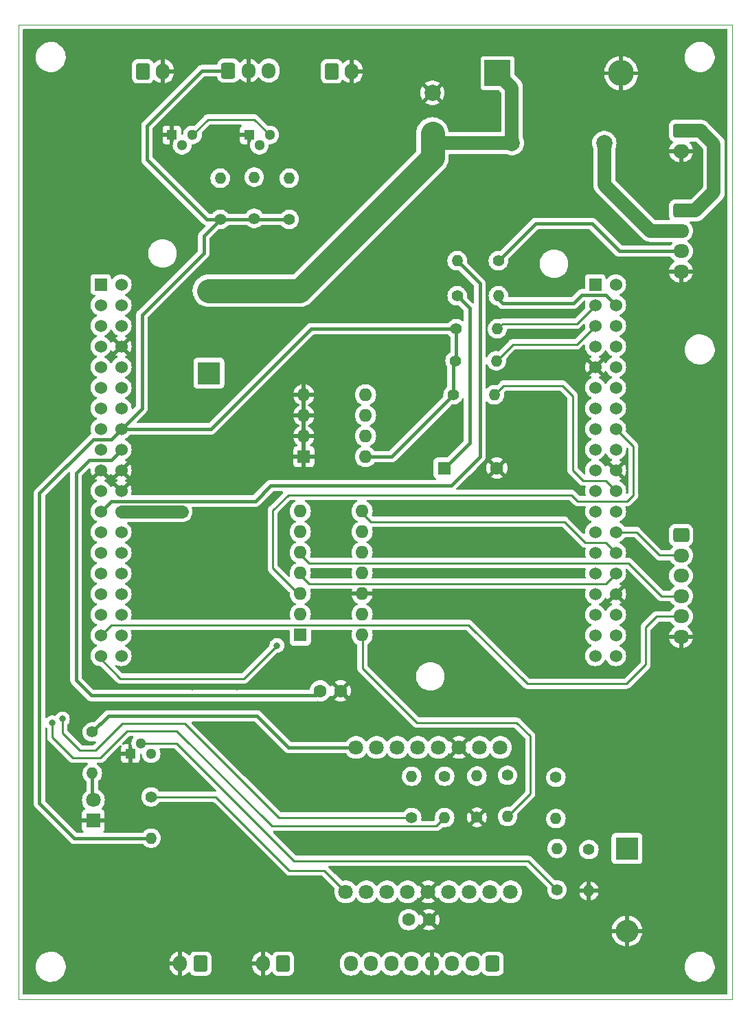
<source format=gbr>
%TF.GenerationSoftware,KiCad,Pcbnew,(7.0.0-0)*%
%TF.CreationDate,2023-03-19T23:14:05+09:00*%
%TF.ProjectId,Spct,53706374-2e6b-4696-9361-645f70636258,rev?*%
%TF.SameCoordinates,PX2540608PY1ee3f58*%
%TF.FileFunction,Copper,L1,Top*%
%TF.FilePolarity,Positive*%
%FSLAX46Y46*%
G04 Gerber Fmt 4.6, Leading zero omitted, Abs format (unit mm)*
G04 Created by KiCad (PCBNEW (7.0.0-0)) date 2023-03-19 23:14:05*
%MOMM*%
%LPD*%
G01*
G04 APERTURE LIST*
G04 Aperture macros list*
%AMRoundRect*
0 Rectangle with rounded corners*
0 $1 Rounding radius*
0 $2 $3 $4 $5 $6 $7 $8 $9 X,Y pos of 4 corners*
0 Add a 4 corners polygon primitive as box body*
4,1,4,$2,$3,$4,$5,$6,$7,$8,$9,$2,$3,0*
0 Add four circle primitives for the rounded corners*
1,1,$1+$1,$2,$3*
1,1,$1+$1,$4,$5*
1,1,$1+$1,$6,$7*
1,1,$1+$1,$8,$9*
0 Add four rect primitives between the rounded corners*
20,1,$1+$1,$2,$3,$4,$5,0*
20,1,$1+$1,$4,$5,$6,$7,0*
20,1,$1+$1,$6,$7,$8,$9,0*
20,1,$1+$1,$8,$9,$2,$3,0*%
G04 Aperture macros list end*
%TA.AperFunction,NonConductor*%
%ADD10C,0.100000*%
%TD*%
%TA.AperFunction,ComponentPad*%
%ADD11C,1.530000*%
%TD*%
%TA.AperFunction,ComponentPad*%
%ADD12R,1.530000X1.530000*%
%TD*%
%TA.AperFunction,ComponentPad*%
%ADD13O,1.400000X1.400000*%
%TD*%
%TA.AperFunction,ComponentPad*%
%ADD14C,1.400000*%
%TD*%
%TA.AperFunction,ComponentPad*%
%ADD15R,1.600000X1.600000*%
%TD*%
%TA.AperFunction,ComponentPad*%
%ADD16C,1.600000*%
%TD*%
%TA.AperFunction,ComponentPad*%
%ADD17R,2.800000X2.800000*%
%TD*%
%TA.AperFunction,ComponentPad*%
%ADD18O,2.800000X2.800000*%
%TD*%
%TA.AperFunction,ComponentPad*%
%ADD19R,1.800000X1.800000*%
%TD*%
%TA.AperFunction,ComponentPad*%
%ADD20C,1.800000*%
%TD*%
%TA.AperFunction,ComponentPad*%
%ADD21R,1.300000X1.300000*%
%TD*%
%TA.AperFunction,ComponentPad*%
%ADD22C,1.300000*%
%TD*%
%TA.AperFunction,ComponentPad*%
%ADD23RoundRect,0.250000X-0.725000X0.600000X-0.725000X-0.600000X0.725000X-0.600000X0.725000X0.600000X0*%
%TD*%
%TA.AperFunction,ComponentPad*%
%ADD24O,1.950000X1.700000*%
%TD*%
%TA.AperFunction,ComponentPad*%
%ADD25RoundRect,0.250000X-0.750000X0.600000X-0.750000X-0.600000X0.750000X-0.600000X0.750000X0.600000X0*%
%TD*%
%TA.AperFunction,ComponentPad*%
%ADD26O,2.000000X1.700000*%
%TD*%
%TA.AperFunction,ComponentPad*%
%ADD27RoundRect,0.250000X0.600000X0.725000X-0.600000X0.725000X-0.600000X-0.725000X0.600000X-0.725000X0*%
%TD*%
%TA.AperFunction,ComponentPad*%
%ADD28O,1.700000X1.950000*%
%TD*%
%TA.AperFunction,ComponentPad*%
%ADD29C,2.000000*%
%TD*%
%TA.AperFunction,ComponentPad*%
%ADD30RoundRect,0.250000X0.600000X0.750000X-0.600000X0.750000X-0.600000X-0.750000X0.600000X-0.750000X0*%
%TD*%
%TA.AperFunction,ComponentPad*%
%ADD31O,1.700000X2.000000*%
%TD*%
%TA.AperFunction,ComponentPad*%
%ADD32RoundRect,0.250000X-0.600000X-0.750000X0.600000X-0.750000X0.600000X0.750000X-0.600000X0.750000X0*%
%TD*%
%TA.AperFunction,ComponentPad*%
%ADD33R,3.200000X3.200000*%
%TD*%
%TA.AperFunction,ComponentPad*%
%ADD34O,3.200000X3.200000*%
%TD*%
%TA.AperFunction,ComponentPad*%
%ADD35O,1.600000X1.600000*%
%TD*%
%TA.AperFunction,ComponentPad*%
%ADD36R,2.000000X2.000000*%
%TD*%
%TA.AperFunction,ComponentPad*%
%ADD37RoundRect,0.250000X-0.600000X-0.725000X0.600000X-0.725000X0.600000X0.725000X-0.600000X0.725000X0*%
%TD*%
%TA.AperFunction,ViaPad*%
%ADD38C,0.800000*%
%TD*%
%TA.AperFunction,Conductor*%
%ADD39C,0.400000*%
%TD*%
%TA.AperFunction,Conductor*%
%ADD40C,1.600000*%
%TD*%
%TA.AperFunction,Conductor*%
%ADD41C,1.200000*%
%TD*%
%TA.AperFunction,Conductor*%
%ADD42C,0.250000*%
%TD*%
%TA.AperFunction,Conductor*%
%ADD43C,1.700000*%
%TD*%
%TA.AperFunction,Conductor*%
%ADD44C,3.000000*%
%TD*%
G04 APERTURE END LIST*
D10*
X88000000Y-120000000D02*
X0Y-120000000D01*
X88000000Y0D02*
X88000000Y-120000000D01*
X0Y-120000000D02*
X0Y0D01*
X0Y0D02*
X88000000Y0D01*
D11*
%TO.P,U1,CN10_38*%
%TO.N,N/C*%
X73660000Y-77724000D03*
%TO.P,U1,CN10_37,PA3*%
%TO.N,TEMP*%
X71120000Y-77724000D03*
%TO.P,U1,CN10_36*%
%TO.N,N/C*%
X73660000Y-75184000D03*
%TO.P,U1,CN10_35,PA2*%
%TO.N,unconnected-(U1B-PA2-PadCN10_35)*%
X71120000Y-75184000D03*
%TO.P,U1,CN10_34,PC4*%
%TO.N,unconnected-(U1B-PC4-PadCN10_34)*%
X73660000Y-72644000D03*
%TO.P,U1,CN10_33,PA10*%
%TO.N,unconnected-(U1B-PA10-PadCN10_33)*%
X71120000Y-72644000D03*
%TO.P,U1,CN10_32,AGND*%
%TO.N,GND*%
X73660000Y-70104000D03*
%TO.P,U1,CN10_31,PB3*%
%TO.N,unconnected-(U1B-PB3-PadCN10_31)*%
X71120000Y-70104000D03*
%TO.P,U1,CN10_30,PB13*%
%TO.N,SCK*%
X73660000Y-67564000D03*
%TO.P,U1,CN10_29,PB5*%
%TO.N,unconnected-(U1B-PB5-PadCN10_29)*%
X71120000Y-67564000D03*
%TO.P,U1,CN10_28,PB14*%
%TO.N,ADC_UPDATE*%
X73660000Y-65024000D03*
%TO.P,U1,CN10_27,PB4*%
%TO.N,unconnected-(U1B-PB4-PadCN10_27)*%
X71120000Y-65024000D03*
%TO.P,U1,CN10_26,PB15*%
%TO.N,ENC_CS*%
X73660000Y-62484000D03*
%TO.P,U1,CN10_25,PB10*%
%TO.N,unconnected-(U1B-PB10-PadCN10_25)*%
X71120000Y-62484000D03*
%TO.P,U1,CN10_24,PB1*%
%TO.N,unconnected-(U1B-PB1-PadCN10_24)*%
X73660000Y-59944000D03*
%TO.P,U1,CN10_23,PA8*%
%TO.N,unconnected-(U1B-PA8-PadCN10_23)*%
X71120000Y-59944000D03*
%TO.P,U1,CN10_22,PB2*%
%TO.N,WP*%
X73660000Y-57404000D03*
%TO.P,U1,CN10_21,PA9*%
%TO.N,unconnected-(U1B-PA9-PadCN10_21)*%
X71120000Y-57404000D03*
%TO.P,U1,CN10_20,GND_S2*%
%TO.N,GND*%
X73660000Y-54864000D03*
%TO.P,U1,CN10_19,PC7*%
%TO.N,unconnected-(U1B-PC7-PadCN10_19)*%
X71120000Y-54864000D03*
%TO.P,U1,CN10_18*%
%TO.N,N/C*%
X73660000Y-52324000D03*
%TO.P,U1,CN10_17,PB6*%
%TO.N,unconnected-(U1B-PB6-PadCN10_17)*%
X71120000Y-52324000D03*
%TO.P,U1,CN10_16,PB12*%
%TO.N,ADC_CS*%
X73660000Y-49784000D03*
%TO.P,U1,CN10_15,PA7*%
%TO.N,unconnected-(U1B-PA7-PadCN10_15)*%
X71120000Y-49784000D03*
%TO.P,U1,CN10_14,PA11*%
%TO.N,unconnected-(U1B-PA11-PadCN10_14)*%
X73660000Y-47244000D03*
%TO.P,U1,CN10_13,PA6*%
%TO.N,unconnected-(U1B-PA6-PadCN10_13)*%
X71120000Y-47244000D03*
%TO.P,U1,CN10_12,PA12*%
%TO.N,unconnected-(U1B-PA12-PadCN10_12)*%
X73660000Y-44704000D03*
%TO.P,U1,CN10_11,PA5*%
%TO.N,unconnected-(U1B-PA5-PadCN10_11)*%
X71120000Y-44704000D03*
%TO.P,U1,CN10_10*%
%TO.N,N/C*%
X73660000Y-42164000D03*
%TO.P,U1,CN10_9,GND_S2*%
%TO.N,GND*%
X71120000Y-42164000D03*
%TO.P,U1,CN10_8,U5V*%
%TO.N,unconnected-(U1B-U5V-PadCN10_8)*%
X73660000Y-39624000D03*
%TO.P,U1,CN10_7,AVDD*%
%TO.N,unconnected-(U1B-AVDD-PadCN10_7)*%
X71120000Y-39624000D03*
%TO.P,U1,CN10_6,PC5*%
%TO.N,unconnected-(U1B-PC5-PadCN10_6)*%
X73660000Y-37084000D03*
%TO.P,U1,CN10_5,PB9*%
%TO.N,SDA*%
X71120000Y-37084000D03*
%TO.P,U1,CN10_4,PC6*%
%TO.N,pBuzzer*%
X73660000Y-34544000D03*
%TO.P,U1,CN10_3,PB8*%
%TO.N,SCL*%
X71120000Y-34544000D03*
%TO.P,U1,CN10_2,PC8*%
%TO.N,unconnected-(U1B-PC8-PadCN10_2)*%
X73660000Y-32004000D03*
D12*
%TO.P,U1,CN10_1,PC9*%
%TO.N,unconnected-(U1B-PC9-PadCN10_1)*%
X71119999Y-32003999D03*
D11*
%TO.P,U1,CN7_38,PC0/PB8*%
%TO.N,unconnected-(U1A-PC0{slash}PB8-PadCN7_38)*%
X12700000Y-77724000D03*
%TO.P,U1,CN7_37,PC3*%
%TO.N,MOSI*%
X10160000Y-77724000D03*
%TO.P,U1,CN7_36,PC1/PB9*%
%TO.N,unconnected-(U1A-PC1{slash}PB9-PadCN7_36)*%
X12700000Y-75184000D03*
%TO.P,U1,CN7_35,PC2*%
%TO.N,MISO*%
X10160000Y-75184000D03*
%TO.P,U1,CN7_34,PB0*%
%TO.N,unconnected-(U1A-PB0-PadCN7_34)*%
X12700000Y-72644000D03*
%TO.P,U1,CN7_33,VBAT*%
%TO.N,unconnected-(U1A-VBAT-PadCN7_33)*%
X10160000Y-72644000D03*
%TO.P,U1,CN7_32,PA4*%
%TO.N,unconnected-(U1A-PA4-PadCN7_32)*%
X12700000Y-70104000D03*
%TO.P,U1,CN7_31,PH1*%
%TO.N,unconnected-(U1A-PH1-PadCN7_31)*%
X10160000Y-70104000D03*
%TO.P,U1,CN7_30,PA1*%
%TO.N,unconnected-(U1A-PA1-PadCN7_30)*%
X12700000Y-67564000D03*
%TO.P,U1,CN7_29,PH0*%
%TO.N,unconnected-(U1A-PH0-PadCN7_29)*%
X10160000Y-67564000D03*
%TO.P,U1,CN7_28,PA0*%
%TO.N,unconnected-(U1A-PA0-PadCN7_28)*%
X12700000Y-65024000D03*
%TO.P,U1,CN7_27,PC15*%
%TO.N,Lid_Sensor*%
X10160000Y-65024000D03*
%TO.P,U1,CN7_26*%
%TO.N,N/C*%
X12700000Y-62484000D03*
%TO.P,U1,CN7_25,PC14*%
%TO.N,EMO*%
X10160000Y-62484000D03*
%TO.P,U1,CN7_24,VIN_S1*%
%TO.N,+12V*%
X12700000Y-59944000D03*
%TO.P,U1,CN7_23,PC13*%
%TO.N,SW_LED*%
X10160000Y-59944000D03*
%TO.P,U1,CN7_22,GND_S1*%
%TO.N,GND*%
X12700000Y-57404000D03*
%TO.P,U1,CN7_21,PB7*%
%TO.N,PWM_SPEED*%
X10160000Y-57404000D03*
%TO.P,U1,CN7_20,GND_S1*%
%TO.N,GND*%
X12700000Y-54864000D03*
%TO.P,U1,CN7_19,GND_S1*%
X10160000Y-54864000D03*
%TO.P,U1,CN7_18,+5V_S1*%
%TO.N,+5V*%
X12700000Y-52324000D03*
%TO.P,U1,CN7_17,PA15*%
%TO.N,cRPM_METER*%
X10160000Y-52324000D03*
%TO.P,U1,CN7_16,+3V3_S1*%
%TO.N,+3V3*%
X12700000Y-49784000D03*
%TO.P,U1,CN7_15,PA14*%
%TO.N,unconnected-(U1A-PA14-PadCN7_15)*%
X10160000Y-49784000D03*
%TO.P,U1,CN7_14,RESET_S1*%
%TO.N,unconnected-(U1A-RESET_S1-PadCN7_14)*%
X12700000Y-47244000D03*
%TO.P,U1,CN7_13,PA13*%
%TO.N,unconnected-(U1A-PA13-PadCN7_13)*%
X10160000Y-47244000D03*
%TO.P,U1,CN7_12,IOREF_S1*%
%TO.N,unconnected-(U1A-IOREF_S1-PadCN7_12)*%
X12700000Y-44704000D03*
%TO.P,U1,CN7_11*%
%TO.N,N/C*%
X10160000Y-44704000D03*
%TO.P,U1,CN7_10*%
X12700000Y-42164000D03*
%TO.P,U1,CN7_9*%
X10160000Y-42164000D03*
%TO.P,U1,CN7_8,GND_S1*%
%TO.N,GND*%
X12700000Y-39624000D03*
%TO.P,U1,CN7_7,BOOT0*%
%TO.N,unconnected-(U1A-BOOT0-PadCN7_7)*%
X10160000Y-39624000D03*
%TO.P,U1,CN7_6,E5V*%
%TO.N,unconnected-(U1A-E5V-PadCN7_6)*%
X12700000Y-37084000D03*
%TO.P,U1,CN7_5,VDD*%
%TO.N,unconnected-(U1A-VDD-PadCN7_5)*%
X10160000Y-37084000D03*
%TO.P,U1,CN7_4,PD2*%
%TO.N,unconnected-(U1A-PD2-PadCN7_4)*%
X12700000Y-34544000D03*
%TO.P,U1,CN7_3,PC12*%
%TO.N,DRV_EN*%
X10160000Y-34544000D03*
%TO.P,U1,CN7_2,PC11*%
%TO.N,unconnected-(U1A-PC11-PadCN7_2)*%
X12700000Y-32004000D03*
D12*
%TO.P,U1,CN7_1,PC10*%
%TO.N,DIR*%
X10159999Y-32003999D03*
%TD*%
D13*
%TO.P,R1,2*%
%TO.N,SW_LED*%
X54101999Y-29082999D03*
D14*
%TO.P,R1,1*%
%TO.N,Net-(J5-Pin_3)*%
X59182000Y-29083000D03*
%TD*%
%TO.P,R7,1*%
%TO.N,DRV_EN*%
X48498000Y-97636000D03*
D13*
%TO.P,R7,2*%
%TO.N,Net-(Q2-E)*%
X48497999Y-92555999D03*
%TD*%
D14*
%TO.P,R11,1*%
%TO.N,Net-(J3-Pin_8)*%
X16367000Y-95096000D03*
D13*
%TO.P,R11,2*%
%TO.N,+3V3*%
X16366999Y-100175999D03*
%TD*%
D14*
%TO.P,R6,1*%
%TO.N,Net-(U3-DIR)*%
X52562000Y-92556000D03*
D13*
%TO.P,R6,2*%
%TO.N,DIR*%
X52561999Y-97635999D03*
%TD*%
D14*
%TO.P,R12,1*%
%TO.N,Net-(BZ1--)*%
X54102000Y-33401000D03*
D13*
%TO.P,R12,2*%
%TO.N,pBuzzer*%
X59181999Y-33400999D03*
%TD*%
D14*
%TO.P,R4,1*%
%TO.N,cRPM_METER*%
X66405000Y-106526000D03*
D13*
%TO.P,R4,2*%
%TO.N,Net-(D3-K)*%
X66404999Y-101445999D03*
%TD*%
D14*
%TO.P,R16,1*%
%TO.N,+3V3*%
X53848000Y-41402000D03*
D13*
%TO.P,R16,2*%
%TO.N,SDA*%
X58927999Y-41401999D03*
%TD*%
D14*
%TO.P,R3,1*%
%TO.N,Net-(D3-K)*%
X70342000Y-101573000D03*
D13*
%TO.P,R3,2*%
%TO.N,GND*%
X70341999Y-106652999D03*
%TD*%
D14*
%TO.P,R2,1*%
%TO.N,Net-(J3-Pin_3)*%
X66278000Y-92683000D03*
D13*
%TO.P,R2,2*%
%TO.N,Net-(D3-K)*%
X66277999Y-97762999D03*
%TD*%
D15*
%TO.P,BZ1,1,-*%
%TO.N,Net-(BZ1--)*%
X52502999Y-54609999D03*
D16*
%TO.P,BZ1,2,+*%
%TO.N,GND*%
X59003000Y-54610000D03*
%TD*%
D17*
%TO.P,D3,1,K*%
%TO.N,Net-(D3-K)*%
X75040999Y-101445999D03*
D18*
%TO.P,D3,2,A*%
%TO.N,GND*%
X75040999Y-111605999D03*
%TD*%
D19*
%TO.P,D4,1,K*%
%TO.N,GND*%
X9254999Y-98021999D03*
D20*
%TO.P,D4,2,A*%
%TO.N,Net-(D4-A)*%
X9255000Y-95482000D03*
%TD*%
D14*
%TO.P,R17,1*%
%TO.N,+3V3*%
X53975000Y-37465000D03*
D13*
%TO.P,R17,2*%
%TO.N,SCL*%
X59054999Y-37464999D03*
%TD*%
%TO.P,R9,2*%
%TO.N,aSPEED*%
X60308999Y-97508999D03*
D14*
%TO.P,R9,1*%
%TO.N,Net-(U3-Speed_SET)*%
X60309000Y-92429000D03*
%TD*%
%TO.P,R18,1*%
%TO.N,+3V3*%
X53594000Y-45593000D03*
D13*
%TO.P,R18,2*%
%TO.N,WP*%
X58673999Y-45592999D03*
%TD*%
D14*
%TO.P,R5,1*%
%TO.N,Net-(U3-Ready)*%
X9128000Y-87095000D03*
D13*
%TO.P,R5,2*%
%TO.N,Net-(D4-A)*%
X9127999Y-92174999D03*
%TD*%
D21*
%TO.P,Q1,1,C*%
%TO.N,GND*%
X13826999Y-89761999D03*
D22*
%TO.P,Q1,2,B*%
%TO.N,cRPM_METER*%
X15097000Y-88492000D03*
%TO.P,Q1,3,E*%
%TO.N,Net-(J3-Pin_8)*%
X16367000Y-89762000D03*
%TD*%
D14*
%TO.P,R10,1*%
%TO.N,GND*%
X56544600Y-97606200D03*
D13*
%TO.P,R10,2*%
%TO.N,Net-(U3-CUR_LIM)*%
X56544599Y-92526199D03*
%TD*%
D16*
%TO.P,C2,1*%
%TO.N,Net-(J3-Pin_5)*%
X48137000Y-110209000D03*
%TO.P,C2,2*%
%TO.N,GND*%
X50637000Y-110209000D03*
%TD*%
D20*
%TO.P,U3,17,Speed_SET*%
%TO.N,Net-(U3-Speed_SET)*%
X59420000Y-89000000D03*
%TO.P,U3,16,CUR_LIM*%
%TO.N,Net-(U3-CUR_LIM)*%
X56880000Y-89000000D03*
%TO.P,U3,15,GND*%
%TO.N,GND*%
X54340000Y-89000000D03*
%TO.P,U3,14,DIR*%
%TO.N,Net-(U3-DIR)*%
X51800000Y-89000000D03*
%TO.P,U3,13,EN*%
%TO.N,Net-(Q2-E)*%
X49260000Y-89000000D03*
%TO.P,U3,12,DigIN2*%
%TO.N,unconnected-(U3-DigIN2-Pad12)*%
X46720000Y-89000000D03*
%TO.P,U3,11,DigIN1*%
%TO.N,unconnected-(U3-DigIN1-Pad11)*%
X44180000Y-89000000D03*
%TO.P,U3,10,Ready*%
%TO.N,Net-(U3-Ready)*%
X41640000Y-89000000D03*
%TO.P,U3,9,H3*%
%TO.N,Net-(J3-Pin_8)*%
X40370000Y-106780000D03*
%TO.P,U3,8,H2*%
%TO.N,Net-(J3-Pin_7)*%
X42910000Y-106780000D03*
%TO.P,U3,7,H1*%
%TO.N,Net-(J3-Pin_6)*%
X45450000Y-106780000D03*
%TO.P,U3,6,HALL_5V*%
%TO.N,Net-(J3-Pin_5)*%
X47990000Y-106780000D03*
%TO.P,U3,5,GND*%
%TO.N,GND*%
X50530000Y-106780000D03*
%TO.P,U3,4,VCC*%
%TO.N,+24V*%
X53070000Y-106780000D03*
%TO.P,U3,3,W3*%
%TO.N,Net-(J3-Pin_3)*%
X55610000Y-106780000D03*
%TO.P,U3,2,W2*%
%TO.N,Net-(J3-Pin_2)*%
X58150000Y-106780000D03*
%TO.P,U3,1,W1*%
%TO.N,Net-(J3-Pin_1)*%
X60690000Y-106780000D03*
%TD*%
D23*
%TO.P,J5,1,Pin_1*%
%TO.N,Net-(J1-Pin_1)*%
X81700000Y-22900000D03*
D24*
%TO.P,J5,2,Pin_2*%
%TO.N,Net-(J5-Pin_2)*%
X81699999Y-25399999D03*
%TO.P,J5,3,Pin_3*%
%TO.N,Net-(J5-Pin_3)*%
X81699999Y-27899999D03*
%TO.P,J5,4,Pin_4*%
%TO.N,GND*%
X81699999Y-30399999D03*
%TD*%
D25*
%TO.P,J1,1,Pin_1*%
%TO.N,Net-(J1-Pin_1)*%
X81700000Y-13081000D03*
D26*
%TO.P,J1,2,Pin_2*%
%TO.N,GND*%
X81699999Y-15580999D03*
%TD*%
D27*
%TO.P,J3,1,Pin_1*%
%TO.N,Net-(J3-Pin_1)*%
X58491000Y-115624000D03*
D28*
%TO.P,J3,2,Pin_2*%
%TO.N,Net-(J3-Pin_2)*%
X55990999Y-115623999D03*
%TO.P,J3,3,Pin_3*%
%TO.N,Net-(J3-Pin_3)*%
X53490999Y-115623999D03*
%TO.P,J3,4,Pin_4*%
%TO.N,GND*%
X50990999Y-115623999D03*
%TO.P,J3,5,Pin_5*%
%TO.N,Net-(J3-Pin_5)*%
X48490999Y-115623999D03*
%TO.P,J3,6,Pin_6*%
%TO.N,Net-(J3-Pin_6)*%
X45990999Y-115623999D03*
%TO.P,J3,7,Pin_7*%
%TO.N,Net-(J3-Pin_7)*%
X43490999Y-115623999D03*
%TO.P,J3,8,Pin_8*%
%TO.N,Net-(J3-Pin_8)*%
X40990999Y-115623999D03*
%TD*%
D14*
%TO.P,R13,1*%
%TO.N,+3V3*%
X29083000Y-23876000D03*
D13*
%TO.P,R13,2*%
%TO.N,Lid_Sensor*%
X29082999Y-18795999D03*
%TD*%
D17*
%TO.P,D1,1,K*%
%TO.N,+12V*%
X23494999Y-42925999D03*
D18*
%TO.P,D1,2,A*%
%TO.N,+24V*%
X23494999Y-32765999D03*
%TD*%
D29*
%TO.P,F1,1*%
%TO.N,+24V*%
X60848000Y-14605000D03*
%TO.P,F1,2*%
%TO.N,Net-(J5-Pin_2)*%
X72248000Y-14605000D03*
%TD*%
D30*
%TO.P,J8,1,Pin_1*%
%TO.N,PWM_SPEED*%
X22463000Y-115624000D03*
D31*
%TO.P,J8,2,Pin_2*%
%TO.N,GND*%
X19962999Y-115623999D03*
%TD*%
D32*
%TO.P,J6,1,Pin_1*%
%TO.N,TEMP*%
X38628000Y-5761000D03*
D31*
%TO.P,J6,2,Pin_2*%
%TO.N,GND*%
X41127999Y-5760999D03*
%TD*%
D33*
%TO.P,D2,1,K*%
%TO.N,+24V*%
X59079999Y-5999999D03*
D34*
%TO.P,D2,2,A*%
%TO.N,GND*%
X74319999Y-5999999D03*
%TD*%
D14*
%TO.P,R14,1*%
%TO.N,+3V3*%
X24892000Y-24003000D03*
D13*
%TO.P,R14,2*%
%TO.N,EMO*%
X24891999Y-18922999D03*
%TD*%
D14*
%TO.P,R8,1*%
%TO.N,+3V3*%
X33401000Y-24003000D03*
D13*
%TO.P,R8,2*%
%TO.N,TEMP*%
X33400999Y-18922999D03*
%TD*%
D15*
%TO.P,U4,1,A0*%
%TO.N,GND*%
X35188999Y-53202999D03*
D35*
%TO.P,U4,2,A1*%
X35188999Y-50662999D03*
%TO.P,U4,3,A2*%
X35188999Y-48122999D03*
%TO.P,U4,4,GND*%
X35188999Y-45582999D03*
%TO.P,U4,5,SDA*%
%TO.N,SDA*%
X42808999Y-45582999D03*
%TO.P,U4,6,SCL*%
%TO.N,SCL*%
X42808999Y-48122999D03*
%TO.P,U4,7,WP*%
%TO.N,WP*%
X42808999Y-50662999D03*
%TO.P,U4,8,VCC*%
%TO.N,+3V3*%
X42808999Y-53202999D03*
%TD*%
D21*
%TO.P,Q3,1,C*%
%TO.N,GND*%
X28447999Y-13588999D03*
D22*
%TO.P,Q3,2,B*%
%TO.N,Lid_Sensor*%
X29718000Y-14859000D03*
%TO.P,Q3,3,E*%
%TO.N,Net-(Q2-E)*%
X30988000Y-13589000D03*
%TD*%
D30*
%TO.P,J9,1,Pin_1*%
%TO.N,+24V*%
X32643000Y-115624000D03*
D31*
%TO.P,J9,2,Pin_2*%
%TO.N,GND*%
X30142999Y-115623999D03*
%TD*%
D23*
%TO.P,J7,1,Pin_1*%
%TO.N,+3V3*%
X81700000Y-62865000D03*
D24*
%TO.P,J7,2,Pin_2*%
%TO.N,ENC_CS*%
X81699999Y-65364999D03*
%TO.P,J7,3,Pin_3*%
%TO.N,SCK*%
X81699999Y-67864999D03*
%TO.P,J7,4,Pin_4*%
%TO.N,MOSI*%
X81699999Y-70364999D03*
%TO.P,J7,5,Pin_5*%
%TO.N,MISO*%
X81699999Y-72864999D03*
%TO.P,J7,6,Pin_6*%
%TO.N,GND*%
X81699999Y-75364999D03*
%TD*%
D36*
%TO.P,C1,1*%
%TO.N,+24V*%
X51053999Y-13416676D03*
D29*
%TO.P,C1,2*%
%TO.N,GND*%
X51054000Y-8416677D03*
%TD*%
D32*
%TO.P,J4,1,Pin_1*%
%TO.N,EMO*%
X15347000Y-5761000D03*
D31*
%TO.P,J4,2,Pin_2*%
%TO.N,GND*%
X17846999Y-5760999D03*
%TD*%
D16*
%TO.P,C3,1*%
%TO.N,+5V*%
X37231000Y-82042000D03*
%TO.P,C3,2*%
%TO.N,GND*%
X39731000Y-82042000D03*
%TD*%
D21*
%TO.P,Q2,1,C*%
%TO.N,GND*%
X18922999Y-13588999D03*
D22*
%TO.P,Q2,2,B*%
%TO.N,EMO*%
X20193000Y-14859000D03*
%TO.P,Q2,3,E*%
%TO.N,Net-(Q2-E)*%
X21463000Y-13589000D03*
%TD*%
D15*
%TO.P,U2,1,VDD*%
%TO.N,+5V*%
X34761399Y-75157599D03*
D35*
%TO.P,U2,2,NC*%
%TO.N,unconnected-(U2-NC-Pad2)*%
X34761399Y-72617599D03*
%TO.P,U2,3,~{CS}*%
%TO.N,ADC_CS*%
X34761399Y-70077599D03*
%TO.P,U2,4,SCK*%
%TO.N,SCK*%
X34761399Y-67537599D03*
%TO.P,U2,5,SDI*%
%TO.N,MOSI*%
X34761399Y-64997599D03*
%TO.P,U2,6,NC*%
%TO.N,unconnected-(U2-NC-Pad6)*%
X34761399Y-62457599D03*
%TO.P,U2,7,NC*%
%TO.N,unconnected-(U2-NC-Pad7)*%
X34761399Y-59917599D03*
%TO.P,U2,8,~{LDAC}*%
%TO.N,ADC_UPDATE*%
X42381399Y-59917599D03*
%TO.P,U2,9,~{SHDN}*%
%TO.N,+5V*%
X42381399Y-62457599D03*
%TO.P,U2,10,VoutB*%
%TO.N,unconnected-(U2-VoutB-Pad10)*%
X42381399Y-64997599D03*
%TO.P,U2,11,VrefB*%
%TO.N,+5V*%
X42381399Y-67537599D03*
%TO.P,U2,12,AVSS*%
%TO.N,GND*%
X42381399Y-70077599D03*
%TO.P,U2,13,VrefA*%
%TO.N,+5V*%
X42381399Y-72617599D03*
%TO.P,U2,14,VoutA*%
%TO.N,aSPEED*%
X42381399Y-75157599D03*
%TD*%
D37*
%TO.P,J2,1,Pin_1*%
%TO.N,+3V3*%
X25888000Y-5680000D03*
D28*
%TO.P,J2,2,Pin_2*%
%TO.N,GND*%
X28387999Y-5679999D03*
%TO.P,J2,3,Pin_3*%
%TO.N,Lid_Sensor*%
X30887999Y-5679999D03*
%TD*%
D38*
%TO.N,GND*%
X79760200Y-55442200D03*
X79760200Y-47771400D03*
X62589800Y-51327400D03*
X66044200Y-46857000D03*
X65079000Y-41827800D03*
%TO.N,+12V*%
X20171800Y-59963400D03*
X19308200Y-59963400D03*
X18444600Y-59963400D03*
X17581000Y-59963400D03*
%TO.N,GND*%
X29061800Y-107359800D03*
X16615800Y-107105800D03*
X24134200Y-97403000D03*
X20324200Y-97199800D03*
X20730600Y-93135800D03*
X32414600Y-65094200D03*
X38205800Y-67431000D03*
X44606600Y-59709400D03*
X63047000Y-105835800D03*
X62234200Y-101365400D03*
X20527400Y-34563400D03*
X25505800Y-29534200D03*
X45521000Y-7690200D03*
X34649800Y-10128600D03*
X34599000Y-5455000D03*
X31195400Y-27756200D03*
X48111800Y-25978200D03*
X50245400Y-32582200D03*
X56493800Y-56051800D03*
X60608600Y-82975800D03*
X54360200Y-78048200D03*
X66603000Y-111677800D03*
X24439000Y-102737000D03*
X37697800Y-109899800D03*
X26572600Y-112947800D03*
X37139000Y-115741800D03*
X12653400Y-115843400D03*
X6557400Y-107969400D03*
X5135000Y-102229000D03*
X76356600Y-89884600D03*
X83671800Y-105073800D03*
X83316200Y-94151800D03*
X15091800Y-22117400D03*
X8538600Y-25419400D03*
X10316600Y-13176600D03*
X24591400Y-14954600D03*
X22305400Y-9976200D03*
X27131400Y-9112600D03*
X34243400Y-14903800D03*
X43387400Y-14446600D03*
X39069400Y-18256600D03*
X76763000Y-17139000D03*
X79404600Y-9112600D03*
X67669800Y-7334600D03*
X65383800Y-14700600D03*
X58322600Y-24606600D03*
X61878600Y-30804200D03*
X70819400Y-28721400D03*
X65129800Y-20695000D03*
X53293400Y-21253800D03*
X43489000Y-32175800D03*
X33024200Y-36544600D03*
X26217000Y-40253000D03*
X20832200Y-46907800D03*
X20324200Y-53105400D03*
X26420200Y-51327400D03*
X19816200Y-38830600D03*
X7471800Y-118789800D03*
X16768200Y-118789800D03*
X27233000Y-118840600D03*
X40339400Y-118891400D03*
X48873800Y-118942200D03*
X58271800Y-118891400D03*
X70413000Y-118637400D03*
X80623800Y-118535800D03*
X86872200Y-112947800D03*
X86821400Y-98419000D03*
X86669000Y-88767000D03*
X86669000Y-79775400D03*
X86770600Y-68294600D03*
X86719800Y-59963400D03*
X86872200Y-52749800D03*
X86923000Y-43097800D03*
X86872200Y-36392200D03*
X86973800Y-28619800D03*
X86821400Y-22981000D03*
X86770600Y-12719400D03*
X86872200Y-6979000D03*
X80725400Y-1187800D03*
X70717800Y-1086200D03*
X59491000Y-1137000D03*
X48416600Y-1289400D03*
X40136200Y-1137000D03*
X29417400Y-984600D03*
X18597000Y-1238600D03*
X8233800Y-1238600D03*
X1172600Y-8249000D03*
X969400Y-21711000D03*
X1071000Y-34004600D03*
X1071000Y-44215400D03*
X1172600Y-54883400D03*
X1071000Y-67939000D03*
X1172600Y-79064200D03*
X1223400Y-97657000D03*
X1172600Y-87192200D03*
X1325000Y-105581800D03*
X1375800Y-110966600D03*
X7116200Y-48025400D03*
X4982600Y-44266200D03*
X4881000Y-52445000D03*
X7217800Y-40151400D03*
X18444600Y-90138600D03*
X4119000Y-89986200D03*
X13110600Y-94253400D03*
X35970600Y-101467000D03*
X56087400Y-101009800D03*
X40999800Y-95472600D03*
X44657400Y-91865800D03*
X26267800Y-88817800D03*
X34446600Y-90799000D03*
X38510600Y-85566600D03*
X46079800Y-86328600D03*
X45368600Y-79724600D03*
X44911400Y-76321000D03*
X68685800Y-74136600D03*
X63097800Y-76117800D03*
X67568200Y-83331400D03*
X78795000Y-80588200D03*
X7167000Y-83534600D03*
X21441800Y-81553400D03*
X26928200Y-81553400D03*
X11129400Y-81451800D03*
X15091800Y-70987000D03*
X15091800Y-65297400D03*
X68533400Y-38017800D03*
X68127000Y-35528600D03*
X78693400Y-62401800D03*
X76102600Y-64891000D03*
X79049000Y-66719800D03*
X42523800Y-38932200D03*
X40491800Y-42640600D03*
X40593400Y-48939800D03*
X44860600Y-54985000D03*
X49127800Y-52800600D03*
X53242600Y-48228600D03*
X49788200Y-47212600D03*
X47502200Y-49143000D03*
X44911400Y-47009400D03*
X48010200Y-43961400D03*
X46537000Y-41015000D03*
X44301800Y-43504200D03*
X51871000Y-40811800D03*
X58983000Y-43402600D03*
X69498600Y-45891800D03*
X69498600Y-53562600D03*
X68635000Y-56763000D03*
X68482600Y-59811000D03*
X68635000Y-67532600D03*
X68584200Y-64433800D03*
X72495800Y-79470600D03*
X75950200Y-77591000D03*
X79201400Y-71596600D03*
X38409000Y-76778200D03*
X37189800Y-72561800D03*
X45013000Y-72714200D03*
X45013000Y-70580600D03*
X38917000Y-71241000D03*
X38256600Y-61589000D03*
X55782600Y-59557000D03*
X62488200Y-59506200D03*
X49788200Y-59455400D03*
X53852200Y-62909800D03*
X63351800Y-63570200D03*
X63453400Y-67634200D03*
X58576600Y-72612600D03*
X48873800Y-71749000D03*
X48467400Y-67786600D03*
X53852200Y-67634200D03*
X48416600Y-62503400D03*
X23067400Y-86328600D03*
X17733400Y-83890200D03*
X26572600Y-83890200D03*
X31906600Y-84347400D03*
X21441800Y-76930600D03*
X25759800Y-77083000D03*
X15142600Y-76879800D03*
X20679800Y-71037800D03*
X26318600Y-71190200D03*
X19867000Y-62554200D03*
X26166200Y-61081000D03*
X23270600Y-65856200D03*
%TO.N,MOSI*%
X31877000Y-76454000D03*
%TO.N,DIR*%
X4175000Y-85975000D03*
%TO.N,DRV_EN*%
X5445000Y-85485000D03*
%TD*%
D39*
%TO.N,+5V*%
X12700000Y-52324000D02*
X11430000Y-53594000D01*
X11430000Y-53594000D02*
X8761200Y-53594000D01*
X8761200Y-53594000D02*
X7112000Y-55243200D01*
X7112000Y-55243200D02*
X7112000Y-80711000D01*
X7112000Y-80711000D02*
X9021200Y-82620200D01*
X9021200Y-82620200D02*
X36652800Y-82620200D01*
X36652800Y-82620200D02*
X37231000Y-82042000D01*
D40*
%TO.N,+12V*%
X20171800Y-59963400D02*
X17581000Y-59963400D01*
X17561600Y-59944000D02*
X12700000Y-59944000D01*
D41*
X17581000Y-59963400D02*
X17561600Y-59944000D01*
D39*
%TO.N,+3V3*%
X12700000Y-49784000D02*
X23749000Y-49784000D01*
X23749000Y-49784000D02*
X36068000Y-37465000D01*
X36068000Y-37465000D02*
X53975000Y-37465000D01*
D42*
%TO.N,MISO*%
X81700000Y-72865000D02*
X78683000Y-72865000D01*
X78683000Y-72865000D02*
X77339000Y-74209000D01*
X77339000Y-74209000D02*
X77339000Y-78809000D01*
X77339000Y-78809000D02*
X74995000Y-81153000D01*
X74995000Y-81153000D02*
X62738000Y-81153000D01*
X62738000Y-81153000D02*
X55499000Y-73914000D01*
X55499000Y-73914000D02*
X11430000Y-73914000D01*
X11430000Y-73914000D02*
X10160000Y-75184000D01*
%TO.N,SCK*%
X34808000Y-67823000D02*
X35819000Y-68834000D01*
X35819000Y-68834000D02*
X72390000Y-68834000D01*
X72390000Y-68834000D02*
X73660000Y-67564000D01*
%TO.N,MOSI*%
X34808000Y-65283000D02*
X35819000Y-66294000D01*
X35819000Y-66294000D02*
X75224000Y-66294000D01*
X75224000Y-66294000D02*
X79295000Y-70365000D01*
X79295000Y-70365000D02*
X81700000Y-70365000D01*
%TO.N,Net-(J3-Pin_8)*%
X40370000Y-106780000D02*
X37749400Y-104159400D01*
X37749400Y-104159400D02*
X33430600Y-104159400D01*
X33430600Y-104159400D02*
X24367200Y-95096000D01*
X24367200Y-95096000D02*
X16367000Y-95096000D01*
%TO.N,DIR*%
X51537000Y-98661000D02*
X52562000Y-97636000D01*
X4175000Y-85975000D02*
X4175000Y-87730000D01*
X4175000Y-87730000D02*
X6715000Y-90270000D01*
X10144000Y-90270000D02*
X13446000Y-86968000D01*
X13446000Y-86968000D02*
X19542000Y-86968000D01*
X6715000Y-90270000D02*
X10144000Y-90270000D01*
X19542000Y-86968000D02*
X31235000Y-98661000D01*
X31235000Y-98661000D02*
X51537000Y-98661000D01*
%TO.N,DRV_EN*%
X5445000Y-85485000D02*
X5445000Y-87222000D01*
X7604000Y-89381000D02*
X9509000Y-89381000D01*
X5445000Y-87222000D02*
X7604000Y-89381000D01*
X9509000Y-89381000D02*
X12811000Y-86079000D01*
X12811000Y-86079000D02*
X20558000Y-86079000D01*
X20558000Y-86079000D02*
X32115000Y-97636000D01*
X32115000Y-97636000D02*
X48498000Y-97636000D01*
D43*
%TO.N,+24V*%
X60848000Y-14605000D02*
X52242323Y-14605000D01*
X52242323Y-14605000D02*
X51054000Y-13416677D01*
X59080000Y-6000000D02*
X60862600Y-7782600D01*
X60862600Y-7782600D02*
X60862600Y-14590400D01*
X60862600Y-14590400D02*
X60848000Y-14605000D01*
%TO.N,Net-(J5-Pin_2)*%
X81700000Y-25400000D02*
X77912000Y-25400000D01*
X72248000Y-19736000D02*
X72248000Y-14605000D01*
X77912000Y-25400000D02*
X72248000Y-19736000D01*
%TO.N,Net-(J1-Pin_1)*%
X81700000Y-13081000D02*
X84084200Y-13081000D01*
X84084200Y-13081000D02*
X85754600Y-14751400D01*
X85754600Y-14751400D02*
X85754600Y-20608400D01*
X85754600Y-20608400D02*
X83463000Y-22900000D01*
X83463000Y-22900000D02*
X81700000Y-22900000D01*
D39*
%TO.N,+3V3*%
X12700000Y-49784000D02*
X15240000Y-47244000D01*
X22860000Y-26035000D02*
X24892000Y-24003000D01*
X15240000Y-47244000D02*
X15240000Y-35736000D01*
X15240000Y-35736000D02*
X22860000Y-28116000D01*
X22860000Y-28116000D02*
X22860000Y-26035000D01*
X12700000Y-49784000D02*
X11430000Y-51054000D01*
X11430000Y-51054000D02*
X9271000Y-51054000D01*
X9271000Y-51054000D02*
X2595000Y-57730000D01*
X2595000Y-57730000D02*
X2595000Y-95879000D01*
X2595000Y-95879000D02*
X6913000Y-100197000D01*
X6913000Y-100197000D02*
X16346000Y-100197000D01*
X16346000Y-100197000D02*
X16367000Y-100176000D01*
%TO.N,Net-(U3-Ready)*%
X41640000Y-89000000D02*
X33308000Y-89000000D01*
X33308000Y-89000000D02*
X29417400Y-85109400D01*
X29417400Y-85109400D02*
X11113600Y-85109400D01*
X11113600Y-85109400D02*
X9128000Y-87095000D01*
D42*
%TO.N,ENC_CS*%
X73660000Y-62484000D02*
X76200000Y-62484000D01*
X76200000Y-62484000D02*
X79054000Y-65338000D01*
X79054000Y-65338000D02*
X81673000Y-65338000D01*
X81673000Y-65338000D02*
X81700000Y-65365000D01*
%TO.N,aSPEED*%
X60309000Y-97509000D02*
X63103000Y-94715000D01*
X63103000Y-94715000D02*
X63103000Y-87603000D01*
X63103000Y-87603000D02*
X61452000Y-85952000D01*
X61452000Y-85952000D02*
X49122000Y-85952000D01*
X49122000Y-85952000D02*
X42428000Y-79258000D01*
X42428000Y-79258000D02*
X42428000Y-75443000D01*
D39*
%TO.N,Net-(J5-Pin_3)*%
X81700000Y-27900000D02*
X74100000Y-27900000D01*
X74100000Y-27900000D02*
X70711000Y-24511000D01*
X63754000Y-24511000D02*
X59182000Y-29083000D01*
X70711000Y-24511000D02*
X63754000Y-24511000D01*
%TO.N,Net-(BZ1--)*%
X55626000Y-34925000D02*
X55626000Y-51487000D01*
X54102000Y-33401000D02*
X55626000Y-34925000D01*
X55626000Y-51487000D02*
X52503000Y-54610000D01*
D44*
%TO.N,+24V*%
X51054000Y-13416677D02*
X51054000Y-16383000D01*
X34671000Y-32766000D02*
X23495000Y-32766000D01*
X51054000Y-16383000D02*
X34671000Y-32766000D01*
D39*
%TO.N,Net-(D4-A)*%
X9128000Y-92175000D02*
X9128000Y-95355000D01*
X9128000Y-95355000D02*
X9255000Y-95482000D01*
D42*
%TO.N,MOSI*%
X23876000Y-80518000D02*
X27813000Y-80518000D01*
X31496000Y-76835000D02*
X31877000Y-76454000D01*
X12573000Y-80518000D02*
X23876000Y-80518000D01*
X10160000Y-77724000D02*
X10033000Y-77851000D01*
X9906000Y-77851000D02*
X12573000Y-80518000D01*
X27813000Y-80518000D02*
X31496000Y-76835000D01*
X10033000Y-77851000D02*
X9906000Y-77851000D01*
%TO.N,cRPM_METER*%
X62849000Y-102970000D02*
X34020000Y-102970000D01*
X19542000Y-88492000D02*
X15097000Y-88492000D01*
X66405000Y-106526000D02*
X62849000Y-102970000D01*
X34020000Y-102970000D02*
X19542000Y-88492000D01*
%TO.N,Net-(Q2-E)*%
X29083000Y-11684000D02*
X30988000Y-13589000D01*
X21463000Y-13589000D02*
X23368000Y-11684000D01*
X23368000Y-11684000D02*
X29083000Y-11684000D01*
D39*
%TO.N,SW_LED*%
X56896000Y-31877000D02*
X54102000Y-29083000D01*
X56896000Y-53213000D02*
X56896000Y-31877000D01*
X29210000Y-58674000D02*
X31115000Y-56769000D01*
X11430000Y-58674000D02*
X29210000Y-58674000D01*
X53340000Y-56769000D02*
X56896000Y-53213000D01*
X10160000Y-59944000D02*
X11430000Y-58674000D01*
X31115000Y-56769000D02*
X53340000Y-56769000D01*
%TO.N,+3V3*%
X53975000Y-37465000D02*
X53975000Y-41275000D01*
X24892000Y-24003000D02*
X23241000Y-24003000D01*
X23241000Y-24003000D02*
X15875000Y-16637000D01*
X45984000Y-53203000D02*
X42809000Y-53203000D01*
X15875000Y-12446000D02*
X22641000Y-5680000D01*
X15875000Y-16637000D02*
X15875000Y-12446000D01*
X53594000Y-41656000D02*
X53848000Y-41402000D01*
X53594000Y-45593000D02*
X53594000Y-41656000D01*
X33401000Y-24003000D02*
X24892000Y-24003000D01*
X22641000Y-5680000D02*
X25888000Y-5680000D01*
X53594000Y-45593000D02*
X45984000Y-53203000D01*
X53975000Y-41275000D02*
X53848000Y-41402000D01*
%TO.N,pBuzzer*%
X59182000Y-33528000D02*
X59055000Y-33655000D01*
X59690000Y-34290000D02*
X68453000Y-34290000D01*
X59055000Y-33655000D02*
X59690000Y-34290000D01*
X68453000Y-34290000D02*
X69469000Y-33274000D01*
X72390000Y-33274000D02*
X73660000Y-34544000D01*
X69469000Y-33274000D02*
X72390000Y-33274000D01*
X59182000Y-33401000D02*
X59182000Y-33528000D01*
D42*
%TO.N,SDA*%
X68834000Y-39370000D02*
X71120000Y-37084000D01*
X58928000Y-41402000D02*
X60960000Y-39370000D01*
X60960000Y-39370000D02*
X68834000Y-39370000D01*
%TO.N,SCL*%
X59690000Y-36830000D02*
X68834000Y-36830000D01*
X59055000Y-37465000D02*
X59690000Y-36830000D01*
X68834000Y-36830000D02*
X71120000Y-34544000D01*
%TO.N,WP*%
X59817000Y-44450000D02*
X67056000Y-44450000D01*
X68326000Y-54864000D02*
X69596000Y-56134000D01*
X68326000Y-45720000D02*
X68326000Y-54864000D01*
X69596000Y-56134000D02*
X72390000Y-56134000D01*
X72390000Y-56134000D02*
X73660000Y-57404000D01*
X67056000Y-44450000D02*
X68326000Y-45720000D01*
X58674000Y-45593000D02*
X59817000Y-44450000D01*
%TO.N,ADC_CS*%
X33274000Y-57912000D02*
X31369000Y-59817000D01*
X73660000Y-49784000D02*
X75819000Y-51943000D01*
X68961000Y-58674000D02*
X68199000Y-57912000D01*
X31369000Y-66924000D02*
X34808000Y-70363000D01*
X68199000Y-57912000D02*
X33274000Y-57912000D01*
X75819000Y-51943000D02*
X75819000Y-57912000D01*
X31369000Y-59817000D02*
X31369000Y-66924000D01*
X75057000Y-58674000D02*
X68961000Y-58674000D01*
X75819000Y-57912000D02*
X75057000Y-58674000D01*
%TO.N,ADC_UPDATE*%
X67310000Y-61214000D02*
X69850000Y-63754000D01*
X72390000Y-63754000D02*
X73660000Y-65024000D01*
X43439000Y-61214000D02*
X67310000Y-61214000D01*
X69850000Y-63754000D02*
X72390000Y-63754000D01*
X42428000Y-60203000D02*
X43439000Y-61214000D01*
%TD*%
%TA.AperFunction,Conductor*%
%TO.N,GND*%
G36*
X75063383Y-67017974D02*
G01*
X78797707Y-70752298D01*
X78805159Y-70760487D01*
X78809214Y-70766877D01*
X78838882Y-70794737D01*
X78858223Y-70812900D01*
X78861019Y-70815610D01*
X78880529Y-70835120D01*
X78883709Y-70837587D01*
X78892571Y-70845155D01*
X78906020Y-70857785D01*
X78918732Y-70869723D01*
X78918734Y-70869724D01*
X78924418Y-70875062D01*
X78931251Y-70878818D01*
X78931252Y-70878819D01*
X78941973Y-70884713D01*
X78958234Y-70895394D01*
X78974064Y-70907673D01*
X79014155Y-70925021D01*
X79024635Y-70930155D01*
X79062908Y-70951197D01*
X79082316Y-70956180D01*
X79100719Y-70962481D01*
X79111944Y-70967339D01*
X79111946Y-70967339D01*
X79119104Y-70970437D01*
X79162258Y-70977271D01*
X79173644Y-70979629D01*
X79215981Y-70990500D01*
X79236017Y-70990500D01*
X79255415Y-70992027D01*
X79267486Y-70993939D01*
X79267487Y-70993939D01*
X79275196Y-70995160D01*
X79313276Y-70991560D01*
X79318676Y-70991050D01*
X79330345Y-70990500D01*
X80299774Y-70990500D01*
X80357031Y-71004511D01*
X80401348Y-71043376D01*
X80536505Y-71236401D01*
X80703599Y-71403495D01*
X80860596Y-71513425D01*
X80899461Y-71557743D01*
X80913472Y-71615000D01*
X80899461Y-71672257D01*
X80860596Y-71716574D01*
X80703599Y-71826505D01*
X80699775Y-71830328D01*
X80699769Y-71830334D01*
X80540336Y-71989767D01*
X80540330Y-71989773D01*
X80536505Y-71993599D01*
X80533406Y-71998023D01*
X80533399Y-71998033D01*
X80401347Y-72186624D01*
X80357029Y-72225489D01*
X80299772Y-72239500D01*
X78760775Y-72239500D01*
X78749719Y-72238978D01*
X78742333Y-72237327D01*
X78734545Y-72237571D01*
X78734538Y-72237571D01*
X78675127Y-72239439D01*
X78671232Y-72239500D01*
X78643650Y-72239500D01*
X78639805Y-72239985D01*
X78639780Y-72239987D01*
X78639653Y-72240004D01*
X78628034Y-72240918D01*
X78592172Y-72242045D01*
X78592165Y-72242046D01*
X78584373Y-72242291D01*
X78576888Y-72244465D01*
X78576872Y-72244468D01*
X78565126Y-72247881D01*
X78546083Y-72251825D01*
X78533949Y-72253358D01*
X78533948Y-72253358D01*
X78526208Y-72254336D01*
X78518958Y-72257205D01*
X78518951Y-72257208D01*
X78485598Y-72270413D01*
X78474554Y-72274194D01*
X78440101Y-72284204D01*
X78440090Y-72284208D01*
X78432610Y-72286382D01*
X78425898Y-72290351D01*
X78425896Y-72290352D01*
X78415364Y-72296580D01*
X78397904Y-72305134D01*
X78386519Y-72309642D01*
X78386513Y-72309644D01*
X78379268Y-72312514D01*
X78372963Y-72317094D01*
X78372955Y-72317099D01*
X78343932Y-72338185D01*
X78334174Y-72344595D01*
X78303296Y-72362857D01*
X78303290Y-72362861D01*
X78296580Y-72366830D01*
X78291067Y-72372341D01*
X78291060Y-72372348D01*
X78282410Y-72380998D01*
X78267627Y-72393624D01*
X78257726Y-72400817D01*
X78257716Y-72400826D01*
X78251413Y-72405406D01*
X78246444Y-72411411D01*
X78246441Y-72411415D01*
X78223572Y-72439059D01*
X78215711Y-72447697D01*
X76951696Y-73711711D01*
X76943511Y-73719159D01*
X76937123Y-73723214D01*
X76931788Y-73728894D01*
X76931783Y-73728899D01*
X76891096Y-73772225D01*
X76888392Y-73775016D01*
X76871628Y-73791780D01*
X76871621Y-73791787D01*
X76868880Y-73794529D01*
X76866500Y-73797596D01*
X76866489Y-73797609D01*
X76866400Y-73797725D01*
X76858842Y-73806570D01*
X76834280Y-73832727D01*
X76834273Y-73832736D01*
X76828938Y-73838418D01*
X76825182Y-73845249D01*
X76825179Y-73845254D01*
X76819285Y-73855975D01*
X76808609Y-73872227D01*
X76801109Y-73881896D01*
X76801101Y-73881907D01*
X76796327Y-73888064D01*
X76793234Y-73895208D01*
X76793229Y-73895219D01*
X76778974Y-73928160D01*
X76773838Y-73938643D01*
X76752803Y-73976908D01*
X76750864Y-73984456D01*
X76750863Y-73984461D01*
X76747822Y-73996307D01*
X76741521Y-74014711D01*
X76736658Y-74025948D01*
X76736656Y-74025952D01*
X76733562Y-74033104D01*
X76732342Y-74040803D01*
X76732342Y-74040805D01*
X76726729Y-74076241D01*
X76724361Y-74087676D01*
X76715438Y-74122428D01*
X76715436Y-74122436D01*
X76713500Y-74129981D01*
X76713500Y-74137777D01*
X76713500Y-74150017D01*
X76711974Y-74169402D01*
X76708840Y-74189196D01*
X76709574Y-74196961D01*
X76709574Y-74196964D01*
X76712950Y-74232676D01*
X76713500Y-74244345D01*
X76713500Y-78498548D01*
X76704061Y-78546001D01*
X76677181Y-78586229D01*
X74772228Y-80491181D01*
X74732000Y-80518061D01*
X74684547Y-80527500D01*
X63048452Y-80527500D01*
X63000999Y-80518061D01*
X62960771Y-80491181D01*
X55996286Y-73526695D01*
X55988842Y-73518514D01*
X55984786Y-73512123D01*
X55935775Y-73466098D01*
X55932978Y-73463387D01*
X55916227Y-73446636D01*
X55916226Y-73446635D01*
X55913471Y-73443880D01*
X55910290Y-73441412D01*
X55901414Y-73433830D01*
X55875269Y-73409278D01*
X55875267Y-73409276D01*
X55869582Y-73403938D01*
X55862749Y-73400182D01*
X55862743Y-73400177D01*
X55852025Y-73394285D01*
X55835766Y-73383606D01*
X55826095Y-73376104D01*
X55826092Y-73376102D01*
X55819936Y-73371327D01*
X55812779Y-73368229D01*
X55812776Y-73368228D01*
X55779849Y-73353978D01*
X55769363Y-73348841D01*
X55737932Y-73331562D01*
X55737923Y-73331558D01*
X55731092Y-73327803D01*
X55723535Y-73325862D01*
X55723531Y-73325861D01*
X55711688Y-73322820D01*
X55693284Y-73316519D01*
X55682057Y-73311660D01*
X55682050Y-73311658D01*
X55674896Y-73308562D01*
X55667192Y-73307341D01*
X55667190Y-73307341D01*
X55631759Y-73301729D01*
X55620324Y-73299361D01*
X55585571Y-73290438D01*
X55585563Y-73290437D01*
X55578019Y-73288500D01*
X55570223Y-73288500D01*
X55557983Y-73288500D01*
X55538597Y-73286974D01*
X55518804Y-73283840D01*
X55511038Y-73284574D01*
X55511035Y-73284574D01*
X55475324Y-73287950D01*
X55463655Y-73288500D01*
X43698139Y-73288500D01*
X43638497Y-73273214D01*
X43593559Y-73231125D01*
X43574405Y-73172610D01*
X43585757Y-73112096D01*
X43599150Y-73083373D01*
X43608139Y-73064096D01*
X43667035Y-72844292D01*
X43686868Y-72617600D01*
X43667035Y-72390908D01*
X43647258Y-72317099D01*
X43609541Y-72176336D01*
X43609540Y-72176334D01*
X43608139Y-72171104D01*
X43511968Y-71964866D01*
X43381447Y-71778461D01*
X43220539Y-71617553D01*
X43108403Y-71539035D01*
X43038573Y-71490140D01*
X43038571Y-71490139D01*
X43034134Y-71487032D01*
X43029231Y-71484745D01*
X43029223Y-71484741D01*
X42975534Y-71459706D01*
X42923358Y-71413949D01*
X42903939Y-71347323D01*
X42923359Y-71280698D01*
X42975535Y-71234941D01*
X43028985Y-71210017D01*
X43038312Y-71204632D01*
X43215781Y-71080367D01*
X43224047Y-71073430D01*
X43377230Y-70920247D01*
X43384167Y-70911981D01*
X43508432Y-70734512D01*
X43513820Y-70725180D01*
X43605377Y-70528834D01*
X43609069Y-70518692D01*
X43656579Y-70341380D01*
X43656947Y-70330151D01*
X43646005Y-70327600D01*
X41116795Y-70327600D01*
X41105852Y-70330151D01*
X41106220Y-70341380D01*
X41153730Y-70518692D01*
X41157422Y-70528834D01*
X41248979Y-70725180D01*
X41254367Y-70734512D01*
X41378632Y-70911981D01*
X41385569Y-70920247D01*
X41538752Y-71073430D01*
X41547018Y-71080367D01*
X41724487Y-71204632D01*
X41733823Y-71210022D01*
X41787264Y-71234942D01*
X41839440Y-71280698D01*
X41858860Y-71347323D01*
X41839441Y-71413948D01*
X41787266Y-71459706D01*
X41760268Y-71472295D01*
X41728666Y-71487032D01*
X41724233Y-71490135D01*
X41724226Y-71490140D01*
X41546696Y-71614447D01*
X41546691Y-71614450D01*
X41542261Y-71617553D01*
X41538437Y-71621376D01*
X41538431Y-71621382D01*
X41385182Y-71774631D01*
X41385176Y-71774637D01*
X41381353Y-71778461D01*
X41378250Y-71782891D01*
X41378247Y-71782896D01*
X41253940Y-71960426D01*
X41253935Y-71960433D01*
X41250832Y-71964866D01*
X41248544Y-71969772D01*
X41248542Y-71969776D01*
X41156950Y-72166194D01*
X41156947Y-72166199D01*
X41154661Y-72171104D01*
X41153262Y-72176324D01*
X41153258Y-72176336D01*
X41097164Y-72385683D01*
X41097162Y-72385694D01*
X41095765Y-72390908D01*
X41095293Y-72396293D01*
X41095293Y-72396298D01*
X41076404Y-72612205D01*
X41075932Y-72617600D01*
X41095765Y-72844292D01*
X41097162Y-72849507D01*
X41097164Y-72849516D01*
X41153258Y-73058863D01*
X41153261Y-73058871D01*
X41154661Y-73064096D01*
X41156950Y-73069005D01*
X41156952Y-73069010D01*
X41177043Y-73112096D01*
X41188395Y-73172610D01*
X41169241Y-73231125D01*
X41124303Y-73273214D01*
X41064661Y-73288500D01*
X36078139Y-73288500D01*
X36018497Y-73273214D01*
X35973559Y-73231125D01*
X35954405Y-73172610D01*
X35965757Y-73112096D01*
X35979150Y-73083373D01*
X35988139Y-73064096D01*
X36047035Y-72844292D01*
X36066868Y-72617600D01*
X36047035Y-72390908D01*
X36027258Y-72317099D01*
X35989541Y-72176336D01*
X35989540Y-72176334D01*
X35988139Y-72171104D01*
X35891968Y-71964866D01*
X35761447Y-71778461D01*
X35600539Y-71617553D01*
X35488403Y-71539035D01*
X35418573Y-71490140D01*
X35418571Y-71490139D01*
X35414134Y-71487032D01*
X35356124Y-71459981D01*
X35303949Y-71414225D01*
X35284530Y-71347600D01*
X35303949Y-71280975D01*
X35356125Y-71235218D01*
X35363099Y-71231966D01*
X35414134Y-71208168D01*
X35600539Y-71077647D01*
X35761447Y-70916739D01*
X35891968Y-70730334D01*
X35988139Y-70524096D01*
X36047035Y-70304292D01*
X36066868Y-70077600D01*
X36047035Y-69850908D01*
X35988139Y-69631104D01*
X35985847Y-69626189D01*
X35985747Y-69625914D01*
X35979329Y-69567317D01*
X36000692Y-69512378D01*
X36045010Y-69473511D01*
X36102268Y-69459500D01*
X41041066Y-69459500D01*
X41098323Y-69473511D01*
X41142641Y-69512377D01*
X41164005Y-69567316D01*
X41157587Y-69625912D01*
X41153732Y-69636501D01*
X41106220Y-69813819D01*
X41105852Y-69825048D01*
X41116795Y-69827600D01*
X43646005Y-69827600D01*
X43656947Y-69825048D01*
X43656579Y-69813819D01*
X43609067Y-69636501D01*
X43605213Y-69625912D01*
X43598795Y-69567316D01*
X43620159Y-69512377D01*
X43664477Y-69473511D01*
X43721734Y-69459500D01*
X69829570Y-69459500D01*
X69889212Y-69474786D01*
X69934150Y-69516874D01*
X69953304Y-69575389D01*
X69941953Y-69635901D01*
X69926277Y-69669520D01*
X69924880Y-69674730D01*
X69924877Y-69674741D01*
X69870366Y-69878176D01*
X69870363Y-69878189D01*
X69868965Y-69883409D01*
X69868493Y-69888798D01*
X69868492Y-69888807D01*
X69866240Y-69914553D01*
X69849666Y-70104000D01*
X69850138Y-70109395D01*
X69868492Y-70319192D01*
X69868493Y-70319199D01*
X69868965Y-70324591D01*
X69870364Y-70329812D01*
X69870366Y-70329823D01*
X69924877Y-70533258D01*
X69924879Y-70533265D01*
X69926277Y-70538480D01*
X69928561Y-70543380D01*
X69928563Y-70543383D01*
X69938052Y-70563732D01*
X70019858Y-70739167D01*
X70035102Y-70760937D01*
X70143762Y-70916120D01*
X70143765Y-70916124D01*
X70146868Y-70920555D01*
X70303445Y-71077132D01*
X70307877Y-71080235D01*
X70307879Y-71080237D01*
X70370337Y-71123970D01*
X70484833Y-71204142D01*
X70607500Y-71261342D01*
X70608092Y-71261618D01*
X70660268Y-71307375D01*
X70679687Y-71374000D01*
X70660268Y-71440625D01*
X70608092Y-71486382D01*
X70489743Y-71541568D01*
X70489738Y-71541570D01*
X70484833Y-71543858D01*
X70480399Y-71546962D01*
X70480395Y-71546965D01*
X70307879Y-71667762D01*
X70307869Y-71667769D01*
X70303445Y-71670868D01*
X70299619Y-71674693D01*
X70299613Y-71674699D01*
X70150699Y-71823613D01*
X70150693Y-71823619D01*
X70146868Y-71827445D01*
X70143769Y-71831869D01*
X70143762Y-71831879D01*
X70022965Y-72004395D01*
X70022962Y-72004399D01*
X70019858Y-72008833D01*
X70017569Y-72013741D01*
X70017566Y-72013747D01*
X69928563Y-72204616D01*
X69928560Y-72204623D01*
X69926277Y-72209520D01*
X69924880Y-72214730D01*
X69924877Y-72214741D01*
X69870366Y-72418176D01*
X69870363Y-72418189D01*
X69868965Y-72423409D01*
X69868493Y-72428798D01*
X69868492Y-72428807D01*
X69850455Y-72634982D01*
X69849666Y-72644000D01*
X69850138Y-72649395D01*
X69868492Y-72859192D01*
X69868493Y-72859199D01*
X69868965Y-72864591D01*
X69870364Y-72869812D01*
X69870366Y-72869823D01*
X69924877Y-73073258D01*
X69924879Y-73073265D01*
X69926277Y-73078480D01*
X69928559Y-73083373D01*
X69928563Y-73083383D01*
X69997456Y-73231125D01*
X70019858Y-73279167D01*
X70048726Y-73320395D01*
X70143762Y-73456120D01*
X70143765Y-73456124D01*
X70146868Y-73460555D01*
X70303445Y-73617132D01*
X70484833Y-73744142D01*
X70599743Y-73797725D01*
X70608092Y-73801618D01*
X70660268Y-73847375D01*
X70679687Y-73914000D01*
X70660268Y-73980625D01*
X70608092Y-74026382D01*
X70489743Y-74081568D01*
X70489738Y-74081570D01*
X70484833Y-74083858D01*
X70480399Y-74086962D01*
X70480395Y-74086965D01*
X70307879Y-74207762D01*
X70307869Y-74207769D01*
X70303445Y-74210868D01*
X70299619Y-74214693D01*
X70299613Y-74214699D01*
X70150699Y-74363613D01*
X70150693Y-74363619D01*
X70146868Y-74367445D01*
X70143769Y-74371869D01*
X70143762Y-74371879D01*
X70022965Y-74544395D01*
X70022962Y-74544399D01*
X70019858Y-74548833D01*
X70017569Y-74553741D01*
X70017566Y-74553747D01*
X69928563Y-74744616D01*
X69928560Y-74744623D01*
X69926277Y-74749520D01*
X69924880Y-74754730D01*
X69924877Y-74754741D01*
X69870366Y-74958176D01*
X69870363Y-74958189D01*
X69868965Y-74963409D01*
X69868493Y-74968798D01*
X69868492Y-74968807D01*
X69852448Y-75152205D01*
X69849666Y-75184000D01*
X69850138Y-75189395D01*
X69868492Y-75399192D01*
X69868493Y-75399199D01*
X69868965Y-75404591D01*
X69870364Y-75409812D01*
X69870366Y-75409823D01*
X69924877Y-75613258D01*
X69924879Y-75613265D01*
X69926277Y-75618480D01*
X69928561Y-75623380D01*
X69928563Y-75623383D01*
X70002113Y-75781112D01*
X70019858Y-75819167D01*
X70022965Y-75823604D01*
X70143762Y-75996120D01*
X70143765Y-75996124D01*
X70146868Y-76000555D01*
X70303445Y-76157132D01*
X70307877Y-76160235D01*
X70307879Y-76160237D01*
X70352697Y-76191619D01*
X70484833Y-76284142D01*
X70608092Y-76341618D01*
X70660268Y-76387375D01*
X70679687Y-76454000D01*
X70660268Y-76520625D01*
X70608092Y-76566382D01*
X70489743Y-76621568D01*
X70489738Y-76621570D01*
X70484833Y-76623858D01*
X70480399Y-76626962D01*
X70480395Y-76626965D01*
X70307879Y-76747762D01*
X70307869Y-76747769D01*
X70303445Y-76750868D01*
X70299619Y-76754693D01*
X70299613Y-76754699D01*
X70150699Y-76903613D01*
X70150693Y-76903619D01*
X70146868Y-76907445D01*
X70143769Y-76911869D01*
X70143762Y-76911879D01*
X70022965Y-77084395D01*
X70022962Y-77084399D01*
X70019858Y-77088833D01*
X70017569Y-77093741D01*
X70017566Y-77093747D01*
X69928563Y-77284616D01*
X69928560Y-77284623D01*
X69926277Y-77289520D01*
X69924880Y-77294730D01*
X69924877Y-77294741D01*
X69870366Y-77498176D01*
X69870363Y-77498189D01*
X69868965Y-77503409D01*
X69868493Y-77508798D01*
X69868492Y-77508807D01*
X69850232Y-77717524D01*
X69849666Y-77724000D01*
X69850138Y-77729395D01*
X69868492Y-77939192D01*
X69868493Y-77939199D01*
X69868965Y-77944591D01*
X69870364Y-77949812D01*
X69870366Y-77949823D01*
X69924877Y-78153258D01*
X69924879Y-78153265D01*
X69926277Y-78158480D01*
X70019858Y-78359167D01*
X70022965Y-78363604D01*
X70143762Y-78536120D01*
X70143765Y-78536124D01*
X70146868Y-78540555D01*
X70303445Y-78697132D01*
X70484833Y-78824142D01*
X70685520Y-78917723D01*
X70690740Y-78919121D01*
X70690741Y-78919122D01*
X70894176Y-78973633D01*
X70894178Y-78973633D01*
X70899409Y-78975035D01*
X71120000Y-78994334D01*
X71340591Y-78975035D01*
X71554480Y-78917723D01*
X71755167Y-78824142D01*
X71936555Y-78697132D01*
X72093132Y-78540555D01*
X72220142Y-78359167D01*
X72277618Y-78235907D01*
X72323375Y-78183732D01*
X72390000Y-78164312D01*
X72456625Y-78183732D01*
X72502381Y-78235907D01*
X72559858Y-78359167D01*
X72562965Y-78363604D01*
X72683762Y-78536120D01*
X72683765Y-78536124D01*
X72686868Y-78540555D01*
X72843445Y-78697132D01*
X73024833Y-78824142D01*
X73225520Y-78917723D01*
X73230740Y-78919121D01*
X73230741Y-78919122D01*
X73434176Y-78973633D01*
X73434178Y-78973633D01*
X73439409Y-78975035D01*
X73660000Y-78994334D01*
X73880591Y-78975035D01*
X74094480Y-78917723D01*
X74295167Y-78824142D01*
X74476555Y-78697132D01*
X74633132Y-78540555D01*
X74760142Y-78359167D01*
X74853723Y-78158480D01*
X74911035Y-77944591D01*
X74930334Y-77724000D01*
X74911035Y-77503409D01*
X74853723Y-77289520D01*
X74760142Y-77088833D01*
X74633132Y-76907445D01*
X74476555Y-76750868D01*
X74472124Y-76747765D01*
X74472120Y-76747762D01*
X74299604Y-76626965D01*
X74299605Y-76626965D01*
X74295167Y-76623858D01*
X74171907Y-76566381D01*
X74119732Y-76520625D01*
X74100312Y-76454000D01*
X74119732Y-76387375D01*
X74171908Y-76341618D01*
X74295167Y-76284142D01*
X74476555Y-76157132D01*
X74633132Y-76000555D01*
X74760142Y-75819167D01*
X74853723Y-75618480D01*
X74911035Y-75404591D01*
X74930334Y-75184000D01*
X74911035Y-74963409D01*
X74895849Y-74906736D01*
X74855122Y-74754741D01*
X74855121Y-74754740D01*
X74853723Y-74749520D01*
X74760142Y-74548833D01*
X74633132Y-74367445D01*
X74476555Y-74210868D01*
X74472124Y-74207765D01*
X74472120Y-74207762D01*
X74338009Y-74113856D01*
X74295167Y-74083858D01*
X74171907Y-74026381D01*
X74119732Y-73980625D01*
X74100312Y-73914000D01*
X74119732Y-73847375D01*
X74171908Y-73801618D01*
X74180257Y-73797725D01*
X74295167Y-73744142D01*
X74476555Y-73617132D01*
X74633132Y-73460555D01*
X74760142Y-73279167D01*
X74853723Y-73078480D01*
X74911035Y-72864591D01*
X74930334Y-72644000D01*
X74911035Y-72423409D01*
X74904981Y-72400817D01*
X74855122Y-72214741D01*
X74855121Y-72214740D01*
X74853723Y-72209520D01*
X74760142Y-72008833D01*
X74633132Y-71827445D01*
X74476555Y-71670868D01*
X74472124Y-71667765D01*
X74472120Y-71667762D01*
X74299604Y-71546965D01*
X74299605Y-71546965D01*
X74295167Y-71543858D01*
X74171315Y-71486105D01*
X74119140Y-71440349D01*
X74099721Y-71373724D01*
X74119141Y-71307099D01*
X74171317Y-71261342D01*
X74290009Y-71205995D01*
X74299345Y-71200605D01*
X74349220Y-71165682D01*
X74356651Y-71157573D01*
X74350737Y-71148290D01*
X73671542Y-70469095D01*
X73660000Y-70462431D01*
X73648457Y-70469095D01*
X72969258Y-71148293D01*
X72963347Y-71157572D01*
X72970780Y-71165683D01*
X73020644Y-71200598D01*
X73029994Y-71205996D01*
X73148683Y-71261342D01*
X73200858Y-71307099D01*
X73220278Y-71373724D01*
X73200859Y-71440349D01*
X73148683Y-71486106D01*
X73029743Y-71541568D01*
X73029738Y-71541570D01*
X73024833Y-71543858D01*
X73020399Y-71546962D01*
X73020395Y-71546965D01*
X72847879Y-71667762D01*
X72847869Y-71667769D01*
X72843445Y-71670868D01*
X72839619Y-71674693D01*
X72839613Y-71674699D01*
X72690699Y-71823613D01*
X72690693Y-71823619D01*
X72686868Y-71827445D01*
X72683769Y-71831869D01*
X72683762Y-71831879D01*
X72562965Y-72004395D01*
X72562962Y-72004399D01*
X72559858Y-72008833D01*
X72557570Y-72013738D01*
X72557568Y-72013743D01*
X72502382Y-72132092D01*
X72456625Y-72184268D01*
X72390000Y-72203687D01*
X72323375Y-72184268D01*
X72277618Y-72132092D01*
X72222433Y-72013747D01*
X72220142Y-72008833D01*
X72093132Y-71827445D01*
X71936555Y-71670868D01*
X71932124Y-71667765D01*
X71932120Y-71667762D01*
X71759604Y-71546965D01*
X71759605Y-71546965D01*
X71755167Y-71543858D01*
X71631907Y-71486381D01*
X71579732Y-71440625D01*
X71560312Y-71374000D01*
X71579732Y-71307375D01*
X71631908Y-71261618D01*
X71632500Y-71261342D01*
X71755167Y-71204142D01*
X71936555Y-71077132D01*
X72093132Y-70920555D01*
X72220142Y-70739167D01*
X72277895Y-70615312D01*
X72323649Y-70563141D01*
X72390274Y-70543721D01*
X72456900Y-70563140D01*
X72502657Y-70615316D01*
X72558003Y-70734005D01*
X72563401Y-70743355D01*
X72598314Y-70793217D01*
X72606427Y-70800651D01*
X72615705Y-70794740D01*
X73306446Y-70104000D01*
X74018431Y-70104000D01*
X74025095Y-70115542D01*
X74704290Y-70794737D01*
X74713573Y-70800651D01*
X74721682Y-70793220D01*
X74756605Y-70743345D01*
X74761993Y-70734013D01*
X74850962Y-70543217D01*
X74854654Y-70533075D01*
X74909139Y-70329730D01*
X74911011Y-70319113D01*
X74929360Y-70109395D01*
X74929360Y-70098605D01*
X74911011Y-69888886D01*
X74909139Y-69878269D01*
X74854654Y-69674924D01*
X74850962Y-69664782D01*
X74761996Y-69473994D01*
X74756598Y-69464644D01*
X74721683Y-69414780D01*
X74713572Y-69407347D01*
X74704293Y-69413258D01*
X74025095Y-70092457D01*
X74018431Y-70104000D01*
X73306446Y-70104000D01*
X73660000Y-69750447D01*
X74350740Y-69059705D01*
X74356651Y-69050427D01*
X74349217Y-69042314D01*
X74299355Y-69007401D01*
X74290005Y-69002003D01*
X74171316Y-68946657D01*
X74119140Y-68900900D01*
X74099721Y-68834274D01*
X74119141Y-68767649D01*
X74171312Y-68721895D01*
X74295167Y-68664142D01*
X74476555Y-68537132D01*
X74633132Y-68380555D01*
X74760142Y-68199167D01*
X74853723Y-67998480D01*
X74911035Y-67784591D01*
X74930334Y-67564000D01*
X74911035Y-67343409D01*
X74855927Y-67137745D01*
X74855927Y-67073562D01*
X74888020Y-67017974D01*
X74943608Y-66985880D01*
X75007795Y-66985880D01*
X75063383Y-67017974D01*
G37*
%TD.AperFunction*%
%TA.AperFunction,Conductor*%
G36*
X32588842Y-57483015D02*
G01*
X32632865Y-57520615D01*
X32655020Y-57574102D01*
X32650478Y-57631818D01*
X32620228Y-57681181D01*
X30981696Y-59319711D01*
X30973511Y-59327159D01*
X30967123Y-59331214D01*
X30961788Y-59336894D01*
X30961783Y-59336899D01*
X30921096Y-59380225D01*
X30918392Y-59383016D01*
X30901628Y-59399780D01*
X30901621Y-59399787D01*
X30898880Y-59402529D01*
X30896500Y-59405596D01*
X30896489Y-59405609D01*
X30896400Y-59405725D01*
X30888842Y-59414570D01*
X30864280Y-59440727D01*
X30864273Y-59440736D01*
X30858938Y-59446418D01*
X30855182Y-59453249D01*
X30855179Y-59453254D01*
X30849285Y-59463975D01*
X30838609Y-59480227D01*
X30831109Y-59489896D01*
X30831101Y-59489907D01*
X30826327Y-59496064D01*
X30823234Y-59503208D01*
X30823229Y-59503219D01*
X30808974Y-59536160D01*
X30803838Y-59546643D01*
X30782803Y-59584908D01*
X30780864Y-59592456D01*
X30780863Y-59592461D01*
X30777822Y-59604307D01*
X30771521Y-59622711D01*
X30766658Y-59633948D01*
X30766656Y-59633952D01*
X30763562Y-59641104D01*
X30762342Y-59648803D01*
X30762342Y-59648805D01*
X30756729Y-59684241D01*
X30754361Y-59695676D01*
X30745438Y-59730428D01*
X30745436Y-59730436D01*
X30743500Y-59737981D01*
X30743500Y-59745777D01*
X30743500Y-59758017D01*
X30741974Y-59777402D01*
X30738840Y-59797196D01*
X30739574Y-59804961D01*
X30739574Y-59804964D01*
X30742950Y-59840676D01*
X30743500Y-59852345D01*
X30743500Y-66846225D01*
X30742978Y-66857280D01*
X30741327Y-66864667D01*
X30741571Y-66872453D01*
X30741571Y-66872461D01*
X30743439Y-66931873D01*
X30743500Y-66935768D01*
X30743500Y-66963350D01*
X30743988Y-66967219D01*
X30743989Y-66967225D01*
X30744004Y-66967343D01*
X30744918Y-66978966D01*
X30746045Y-67014830D01*
X30746046Y-67014837D01*
X30746291Y-67022627D01*
X30748467Y-67030119D01*
X30748468Y-67030121D01*
X30751879Y-67041862D01*
X30755825Y-67060915D01*
X30758336Y-67080792D01*
X30761206Y-67088042D01*
X30761208Y-67088048D01*
X30774414Y-67121404D01*
X30778197Y-67132451D01*
X30790382Y-67174390D01*
X30794353Y-67181105D01*
X30794354Y-67181107D01*
X30800581Y-67191637D01*
X30809136Y-67209099D01*
X30813642Y-67220480D01*
X30813643Y-67220483D01*
X30816514Y-67227732D01*
X30838440Y-67257912D01*
X30842181Y-67263060D01*
X30848593Y-67272822D01*
X30866856Y-67303702D01*
X30866859Y-67303707D01*
X30870830Y-67310420D01*
X30876345Y-67315935D01*
X30884990Y-67324580D01*
X30897626Y-67339374D01*
X30904819Y-67349275D01*
X30904823Y-67349279D01*
X30909406Y-67355587D01*
X30915415Y-67360558D01*
X30915416Y-67360559D01*
X30943058Y-67383426D01*
X30951699Y-67391289D01*
X33429693Y-69869283D01*
X33458534Y-69914553D01*
X33465540Y-69967770D01*
X33456404Y-70072204D01*
X33455932Y-70077600D01*
X33475765Y-70304292D01*
X33477162Y-70309507D01*
X33477164Y-70309516D01*
X33533258Y-70518863D01*
X33533261Y-70518871D01*
X33534661Y-70524096D01*
X33630832Y-70730334D01*
X33633939Y-70734771D01*
X33633940Y-70734773D01*
X33646211Y-70752298D01*
X33761353Y-70916739D01*
X33922261Y-71077647D01*
X34108666Y-71208168D01*
X34113572Y-71210455D01*
X34113576Y-71210458D01*
X34166674Y-71235218D01*
X34218850Y-71280975D01*
X34238269Y-71347600D01*
X34218850Y-71414225D01*
X34166674Y-71459982D01*
X34113576Y-71484741D01*
X34113563Y-71484748D01*
X34108666Y-71487032D01*
X34104233Y-71490135D01*
X34104226Y-71490140D01*
X33926696Y-71614447D01*
X33926691Y-71614450D01*
X33922261Y-71617553D01*
X33918437Y-71621376D01*
X33918431Y-71621382D01*
X33765182Y-71774631D01*
X33765176Y-71774637D01*
X33761353Y-71778461D01*
X33758250Y-71782891D01*
X33758247Y-71782896D01*
X33633940Y-71960426D01*
X33633935Y-71960433D01*
X33630832Y-71964866D01*
X33628544Y-71969772D01*
X33628542Y-71969776D01*
X33536950Y-72166194D01*
X33536947Y-72166199D01*
X33534661Y-72171104D01*
X33533262Y-72176324D01*
X33533258Y-72176336D01*
X33477164Y-72385683D01*
X33477162Y-72385694D01*
X33475765Y-72390908D01*
X33475293Y-72396293D01*
X33475293Y-72396298D01*
X33456404Y-72612205D01*
X33455932Y-72617600D01*
X33475765Y-72844292D01*
X33477162Y-72849507D01*
X33477164Y-72849516D01*
X33533258Y-73058863D01*
X33533261Y-73058871D01*
X33534661Y-73064096D01*
X33536950Y-73069005D01*
X33536952Y-73069010D01*
X33557043Y-73112096D01*
X33568395Y-73172610D01*
X33549241Y-73231125D01*
X33504303Y-73273214D01*
X33444661Y-73288500D01*
X13990430Y-73288500D01*
X13930788Y-73273214D01*
X13885850Y-73231126D01*
X13866696Y-73172611D01*
X13878046Y-73112098D01*
X13893723Y-73078480D01*
X13951035Y-72864591D01*
X13970334Y-72644000D01*
X13951035Y-72423409D01*
X13944981Y-72400817D01*
X13895122Y-72214741D01*
X13895121Y-72214740D01*
X13893723Y-72209520D01*
X13800142Y-72008833D01*
X13673132Y-71827445D01*
X13516555Y-71670868D01*
X13512124Y-71667765D01*
X13512120Y-71667762D01*
X13339604Y-71546965D01*
X13339605Y-71546965D01*
X13335167Y-71543858D01*
X13211907Y-71486381D01*
X13159732Y-71440625D01*
X13140312Y-71374000D01*
X13159732Y-71307375D01*
X13211908Y-71261618D01*
X13212500Y-71261342D01*
X13335167Y-71204142D01*
X13516555Y-71077132D01*
X13673132Y-70920555D01*
X13800142Y-70739167D01*
X13893723Y-70538480D01*
X13951035Y-70324591D01*
X13970334Y-70104000D01*
X13951035Y-69883409D01*
X13893723Y-69669520D01*
X13800142Y-69468833D01*
X13698310Y-69323403D01*
X13676237Y-69291879D01*
X13676235Y-69291877D01*
X13673132Y-69287445D01*
X13516555Y-69130868D01*
X13512124Y-69127765D01*
X13512120Y-69127762D01*
X13339604Y-69006965D01*
X13339605Y-69006965D01*
X13335167Y-69003858D01*
X13211907Y-68946381D01*
X13159732Y-68900625D01*
X13140312Y-68834000D01*
X13159732Y-68767375D01*
X13211908Y-68721618D01*
X13335167Y-68664142D01*
X13516555Y-68537132D01*
X13673132Y-68380555D01*
X13800142Y-68199167D01*
X13893723Y-67998480D01*
X13951035Y-67784591D01*
X13970334Y-67564000D01*
X13951035Y-67343409D01*
X13940395Y-67303702D01*
X13895122Y-67134741D01*
X13895121Y-67134740D01*
X13893723Y-67129520D01*
X13800142Y-66928833D01*
X13673132Y-66747445D01*
X13516555Y-66590868D01*
X13512124Y-66587765D01*
X13512120Y-66587762D01*
X13339604Y-66466965D01*
X13339605Y-66466965D01*
X13335167Y-66463858D01*
X13211907Y-66406381D01*
X13159732Y-66360625D01*
X13140312Y-66294000D01*
X13159732Y-66227375D01*
X13211908Y-66181618D01*
X13335167Y-66124142D01*
X13516555Y-65997132D01*
X13673132Y-65840555D01*
X13800142Y-65659167D01*
X13893723Y-65458480D01*
X13951035Y-65244591D01*
X13970334Y-65024000D01*
X13951035Y-64803409D01*
X13922921Y-64698489D01*
X13895122Y-64594741D01*
X13895121Y-64594740D01*
X13893723Y-64589520D01*
X13800142Y-64388833D01*
X13712776Y-64264062D01*
X13676237Y-64211879D01*
X13676235Y-64211877D01*
X13673132Y-64207445D01*
X13516555Y-64050868D01*
X13512124Y-64047765D01*
X13512120Y-64047762D01*
X13378009Y-63953856D01*
X13335167Y-63923858D01*
X13211907Y-63866381D01*
X13159732Y-63820625D01*
X13140312Y-63754000D01*
X13159732Y-63687375D01*
X13211908Y-63641618D01*
X13335167Y-63584142D01*
X13516555Y-63457132D01*
X13673132Y-63300555D01*
X13800142Y-63119167D01*
X13893723Y-62918480D01*
X13951035Y-62704591D01*
X13970334Y-62484000D01*
X13951035Y-62263409D01*
X13893723Y-62049520D01*
X13800142Y-61848833D01*
X13673132Y-61667445D01*
X13516555Y-61510868D01*
X13512124Y-61507765D01*
X13512120Y-61507762D01*
X13458297Y-61470075D01*
X13417970Y-61422858D01*
X13405591Y-61362010D01*
X13424263Y-61302790D01*
X13469305Y-61260047D01*
X13529421Y-61244500D01*
X17321058Y-61244500D01*
X17343609Y-61247468D01*
X17343746Y-61246694D01*
X17349081Y-61247634D01*
X17354308Y-61249035D01*
X17524216Y-61263900D01*
X20225875Y-61263900D01*
X20228584Y-61263900D01*
X20398492Y-61249035D01*
X20618296Y-61190139D01*
X20824534Y-61093968D01*
X21010939Y-60963447D01*
X21171847Y-60802539D01*
X21302368Y-60616134D01*
X21398539Y-60409896D01*
X21457435Y-60190092D01*
X21477268Y-59963400D01*
X21457435Y-59736708D01*
X21402207Y-59530593D01*
X21400365Y-59474309D01*
X21423606Y-59423014D01*
X21467138Y-59387288D01*
X21521982Y-59374500D01*
X29185079Y-59374500D01*
X29192566Y-59374725D01*
X29252606Y-59378358D01*
X29311782Y-59367513D01*
X29319181Y-59366387D01*
X29378872Y-59359140D01*
X29388332Y-59355551D01*
X29409959Y-59349522D01*
X29419932Y-59347695D01*
X29474808Y-59322996D01*
X29481673Y-59320152D01*
X29537930Y-59298818D01*
X29546264Y-59293064D01*
X29565821Y-59282034D01*
X29575057Y-59277878D01*
X29622413Y-59240775D01*
X29628420Y-59236355D01*
X29677929Y-59202183D01*
X29717822Y-59157151D01*
X29722924Y-59151731D01*
X31368837Y-57505819D01*
X31409066Y-57478939D01*
X31456519Y-57469500D01*
X32532547Y-57469500D01*
X32588842Y-57483015D01*
G37*
%TD.AperFunction*%
%TA.AperFunction,Conductor*%
G36*
X75937001Y-63118939D02*
G01*
X75977229Y-63145819D01*
X78556707Y-65725297D01*
X78564156Y-65733483D01*
X78568214Y-65739877D01*
X78573899Y-65745215D01*
X78573901Y-65745218D01*
X78617239Y-65785915D01*
X78620036Y-65788626D01*
X78639530Y-65808120D01*
X78642615Y-65810513D01*
X78642701Y-65810580D01*
X78651573Y-65818158D01*
X78662760Y-65828663D01*
X78683418Y-65848062D01*
X78690248Y-65851817D01*
X78690251Y-65851819D01*
X78700971Y-65857712D01*
X78717222Y-65868386D01*
X78733064Y-65880674D01*
X78740221Y-65883771D01*
X78740223Y-65883772D01*
X78773155Y-65898022D01*
X78783650Y-65903164D01*
X78821908Y-65924197D01*
X78841312Y-65929179D01*
X78859714Y-65935480D01*
X78870941Y-65940338D01*
X78878105Y-65943438D01*
X78915697Y-65949391D01*
X78921239Y-65950269D01*
X78932682Y-65952639D01*
X78967425Y-65961560D01*
X78967426Y-65961560D01*
X78974981Y-65963500D01*
X78995017Y-65963500D01*
X79014402Y-65965025D01*
X79034196Y-65968160D01*
X79072276Y-65964560D01*
X79077676Y-65964050D01*
X79089345Y-65963500D01*
X80284977Y-65963500D01*
X80351605Y-65982921D01*
X80395807Y-66033326D01*
X80395970Y-66033233D01*
X80396442Y-66034051D01*
X80397359Y-66035097D01*
X80400965Y-66042829D01*
X80404072Y-66047266D01*
X80404073Y-66047268D01*
X80459505Y-66126433D01*
X80536505Y-66236401D01*
X80703599Y-66403495D01*
X80860596Y-66513425D01*
X80899461Y-66557743D01*
X80913472Y-66615000D01*
X80899461Y-66672257D01*
X80860596Y-66716574D01*
X80703599Y-66826505D01*
X80699775Y-66830328D01*
X80699769Y-66830334D01*
X80540336Y-66989767D01*
X80540330Y-66989773D01*
X80536505Y-66993599D01*
X80533406Y-66998023D01*
X80533399Y-66998033D01*
X80404066Y-67182740D01*
X80404061Y-67182747D01*
X80400965Y-67187170D01*
X80398683Y-67192061D01*
X80398678Y-67192072D01*
X80303386Y-67396427D01*
X80303383Y-67396432D01*
X80301097Y-67401337D01*
X80299698Y-67406557D01*
X80299694Y-67406569D01*
X80241337Y-67624365D01*
X80241335Y-67624371D01*
X80239937Y-67629592D01*
X80239465Y-67634977D01*
X80239465Y-67634982D01*
X80226848Y-67779192D01*
X80219341Y-67865000D01*
X80219813Y-67870395D01*
X80239254Y-68092610D01*
X80239937Y-68100408D01*
X80241336Y-68105630D01*
X80241337Y-68105634D01*
X80299694Y-68323430D01*
X80299697Y-68323438D01*
X80301097Y-68328663D01*
X80400965Y-68542829D01*
X80536505Y-68736401D01*
X80703599Y-68903495D01*
X80844284Y-69002003D01*
X80860596Y-69013425D01*
X80899461Y-69057743D01*
X80913472Y-69115000D01*
X80899461Y-69172257D01*
X80860596Y-69216575D01*
X80725593Y-69311105D01*
X80703599Y-69326505D01*
X80699775Y-69330328D01*
X80699769Y-69330334D01*
X80540336Y-69489767D01*
X80540330Y-69489773D01*
X80536505Y-69493599D01*
X80533406Y-69498023D01*
X80533399Y-69498033D01*
X80401347Y-69686624D01*
X80357029Y-69725489D01*
X80299772Y-69739500D01*
X79605453Y-69739500D01*
X79558000Y-69730061D01*
X79517772Y-69703181D01*
X75721286Y-65906695D01*
X75713842Y-65898514D01*
X75709786Y-65892123D01*
X75660775Y-65846098D01*
X75657978Y-65843387D01*
X75641227Y-65826636D01*
X75638471Y-65823880D01*
X75635290Y-65821412D01*
X75626414Y-65813830D01*
X75600269Y-65789278D01*
X75600267Y-65789276D01*
X75594582Y-65783938D01*
X75587749Y-65780182D01*
X75587743Y-65780177D01*
X75577025Y-65774285D01*
X75560766Y-65763606D01*
X75551095Y-65756104D01*
X75551092Y-65756102D01*
X75544936Y-65751327D01*
X75537779Y-65748229D01*
X75537776Y-65748228D01*
X75504849Y-65733978D01*
X75494363Y-65728841D01*
X75462932Y-65711562D01*
X75462923Y-65711558D01*
X75456092Y-65707803D01*
X75448535Y-65705862D01*
X75448531Y-65705861D01*
X75436688Y-65702820D01*
X75418284Y-65696519D01*
X75407057Y-65691660D01*
X75407050Y-65691658D01*
X75399896Y-65688562D01*
X75392192Y-65687341D01*
X75392190Y-65687341D01*
X75356759Y-65681729D01*
X75345324Y-65679361D01*
X75310571Y-65670438D01*
X75310563Y-65670437D01*
X75303019Y-65668500D01*
X75295223Y-65668500D01*
X75282983Y-65668500D01*
X75263597Y-65666974D01*
X75243804Y-65663840D01*
X75236038Y-65664574D01*
X75236035Y-65664574D01*
X75200324Y-65667950D01*
X75188655Y-65668500D01*
X74950430Y-65668500D01*
X74890788Y-65653214D01*
X74845850Y-65611126D01*
X74826696Y-65552611D01*
X74838046Y-65492098D01*
X74853723Y-65458480D01*
X74911035Y-65244591D01*
X74930334Y-65024000D01*
X74911035Y-64803409D01*
X74882921Y-64698489D01*
X74855122Y-64594741D01*
X74855121Y-64594740D01*
X74853723Y-64589520D01*
X74760142Y-64388833D01*
X74672776Y-64264062D01*
X74636237Y-64211879D01*
X74636235Y-64211877D01*
X74633132Y-64207445D01*
X74476555Y-64050868D01*
X74472124Y-64047765D01*
X74472120Y-64047762D01*
X74338009Y-63953856D01*
X74295167Y-63923858D01*
X74171907Y-63866381D01*
X74119732Y-63820625D01*
X74100312Y-63754000D01*
X74119732Y-63687375D01*
X74171908Y-63641618D01*
X74295167Y-63584142D01*
X74476555Y-63457132D01*
X74633132Y-63300555D01*
X74729887Y-63162376D01*
X74774205Y-63123511D01*
X74831462Y-63109500D01*
X75889548Y-63109500D01*
X75937001Y-63118939D01*
G37*
%TD.AperFunction*%
%TA.AperFunction,Conductor*%
G36*
X69889212Y-66934786D02*
G01*
X69934150Y-66976874D01*
X69953304Y-67035389D01*
X69941953Y-67095901D01*
X69926277Y-67129520D01*
X69924880Y-67134730D01*
X69924877Y-67134741D01*
X69870366Y-67338176D01*
X69870363Y-67338189D01*
X69868965Y-67343409D01*
X69868493Y-67348798D01*
X69868492Y-67348807D01*
X69863439Y-67406569D01*
X69849666Y-67564000D01*
X69850138Y-67569395D01*
X69868492Y-67779192D01*
X69868493Y-67779199D01*
X69868965Y-67784591D01*
X69870364Y-67789812D01*
X69870366Y-67789823D01*
X69924877Y-67993258D01*
X69924879Y-67993265D01*
X69926277Y-67998480D01*
X69941953Y-68032098D01*
X69953304Y-68092611D01*
X69934150Y-68151126D01*
X69889212Y-68193214D01*
X69829570Y-68208500D01*
X43698139Y-68208500D01*
X43638497Y-68193214D01*
X43593559Y-68151125D01*
X43574405Y-68092610D01*
X43585757Y-68032096D01*
X43599150Y-68003373D01*
X43608139Y-67984096D01*
X43667035Y-67764292D01*
X43686868Y-67537600D01*
X43667035Y-67310908D01*
X43608139Y-67091104D01*
X43605847Y-67086189D01*
X43605747Y-67085914D01*
X43599329Y-67027317D01*
X43620692Y-66972378D01*
X43665010Y-66933511D01*
X43722268Y-66919500D01*
X69829570Y-66919500D01*
X69889212Y-66934786D01*
G37*
%TD.AperFunction*%
%TA.AperFunction,Conductor*%
G36*
X41097790Y-66933511D02*
G01*
X41142108Y-66972378D01*
X41163471Y-67027317D01*
X41157053Y-67085914D01*
X41156952Y-67086189D01*
X41154661Y-67091104D01*
X41153260Y-67096333D01*
X41097164Y-67305683D01*
X41097162Y-67305694D01*
X41095765Y-67310908D01*
X41095293Y-67316293D01*
X41095293Y-67316298D01*
X41076404Y-67532205D01*
X41075932Y-67537600D01*
X41095765Y-67764292D01*
X41097162Y-67769507D01*
X41097164Y-67769516D01*
X41153258Y-67978863D01*
X41153261Y-67978871D01*
X41154661Y-67984096D01*
X41156950Y-67989005D01*
X41156952Y-67989010D01*
X41177043Y-68032096D01*
X41188395Y-68092610D01*
X41169241Y-68151125D01*
X41124303Y-68193214D01*
X41064661Y-68208500D01*
X36129452Y-68208500D01*
X36081999Y-68199061D01*
X36041771Y-68172181D01*
X36006776Y-68137186D01*
X35979217Y-68095285D01*
X35970510Y-68045895D01*
X35982077Y-67997096D01*
X35982984Y-67995149D01*
X35988139Y-67984096D01*
X36047035Y-67764292D01*
X36066868Y-67537600D01*
X36047035Y-67310908D01*
X35988139Y-67091104D01*
X35985847Y-67086189D01*
X35985747Y-67085914D01*
X35979329Y-67027317D01*
X36000692Y-66972378D01*
X36045010Y-66933511D01*
X36102268Y-66919500D01*
X41040532Y-66919500D01*
X41097790Y-66933511D01*
G37*
%TD.AperFunction*%
%TA.AperFunction,Conductor*%
G36*
X34148326Y-58555211D02*
G01*
X34193946Y-58603285D01*
X34208291Y-58667989D01*
X34187262Y-58730840D01*
X34136866Y-58773882D01*
X34113576Y-58784742D01*
X34113572Y-58784744D01*
X34108666Y-58787032D01*
X34104233Y-58790135D01*
X34104226Y-58790140D01*
X33926696Y-58914447D01*
X33926691Y-58914450D01*
X33922261Y-58917553D01*
X33918437Y-58921376D01*
X33918431Y-58921382D01*
X33765182Y-59074631D01*
X33765176Y-59074637D01*
X33761353Y-59078461D01*
X33758250Y-59082891D01*
X33758247Y-59082896D01*
X33633940Y-59260426D01*
X33633935Y-59260433D01*
X33630832Y-59264866D01*
X33628544Y-59269772D01*
X33628542Y-59269776D01*
X33536950Y-59466194D01*
X33536947Y-59466199D01*
X33534661Y-59471104D01*
X33533262Y-59476324D01*
X33533258Y-59476336D01*
X33477164Y-59685683D01*
X33477162Y-59685694D01*
X33475765Y-59690908D01*
X33475293Y-59696293D01*
X33475293Y-59696298D01*
X33467140Y-59789494D01*
X33455932Y-59917600D01*
X33456404Y-59922995D01*
X33474291Y-60127452D01*
X33475765Y-60144292D01*
X33477162Y-60149507D01*
X33477164Y-60149516D01*
X33533258Y-60358863D01*
X33533261Y-60358871D01*
X33534661Y-60364096D01*
X33536949Y-60369003D01*
X33536950Y-60369005D01*
X33572453Y-60445140D01*
X33630832Y-60570334D01*
X33633939Y-60574771D01*
X33633940Y-60574773D01*
X33662901Y-60616134D01*
X33761353Y-60756739D01*
X33922261Y-60917647D01*
X34108666Y-61048168D01*
X34113572Y-61050455D01*
X34113576Y-61050458D01*
X34166674Y-61075218D01*
X34218850Y-61120975D01*
X34238269Y-61187600D01*
X34218850Y-61254225D01*
X34166674Y-61299982D01*
X34113576Y-61324741D01*
X34113563Y-61324748D01*
X34108666Y-61327032D01*
X34104233Y-61330135D01*
X34104226Y-61330140D01*
X33926696Y-61454447D01*
X33926691Y-61454450D01*
X33922261Y-61457553D01*
X33918437Y-61461376D01*
X33918431Y-61461382D01*
X33765182Y-61614631D01*
X33765176Y-61614637D01*
X33761353Y-61618461D01*
X33758250Y-61622891D01*
X33758247Y-61622896D01*
X33633940Y-61800426D01*
X33633935Y-61800433D01*
X33630832Y-61804866D01*
X33628544Y-61809772D01*
X33628542Y-61809776D01*
X33536950Y-62006194D01*
X33536947Y-62006199D01*
X33534661Y-62011104D01*
X33533262Y-62016324D01*
X33533258Y-62016336D01*
X33477164Y-62225683D01*
X33477162Y-62225694D01*
X33475765Y-62230908D01*
X33475293Y-62236293D01*
X33475293Y-62236298D01*
X33472449Y-62268807D01*
X33455932Y-62457600D01*
X33475765Y-62684292D01*
X33477162Y-62689507D01*
X33477164Y-62689516D01*
X33533258Y-62898863D01*
X33533261Y-62898871D01*
X33534661Y-62904096D01*
X33630832Y-63110334D01*
X33633939Y-63114771D01*
X33633940Y-63114773D01*
X33657599Y-63148562D01*
X33761353Y-63296739D01*
X33922261Y-63457647D01*
X34108666Y-63588168D01*
X34113572Y-63590455D01*
X34113576Y-63590458D01*
X34166674Y-63615218D01*
X34218850Y-63660975D01*
X34238269Y-63727600D01*
X34218850Y-63794225D01*
X34166674Y-63839982D01*
X34113576Y-63864741D01*
X34113563Y-63864748D01*
X34108666Y-63867032D01*
X34104233Y-63870135D01*
X34104226Y-63870140D01*
X33926696Y-63994447D01*
X33926691Y-63994450D01*
X33922261Y-63997553D01*
X33918437Y-64001376D01*
X33918431Y-64001382D01*
X33765182Y-64154631D01*
X33765176Y-64154637D01*
X33761353Y-64158461D01*
X33758250Y-64162891D01*
X33758247Y-64162896D01*
X33633940Y-64340426D01*
X33633935Y-64340433D01*
X33630832Y-64344866D01*
X33628544Y-64349772D01*
X33628542Y-64349776D01*
X33536950Y-64546194D01*
X33536947Y-64546199D01*
X33534661Y-64551104D01*
X33533262Y-64556324D01*
X33533258Y-64556336D01*
X33477164Y-64765683D01*
X33477162Y-64765694D01*
X33475765Y-64770908D01*
X33475293Y-64776293D01*
X33475293Y-64776298D01*
X33472449Y-64808807D01*
X33455932Y-64997600D01*
X33456404Y-65002995D01*
X33467022Y-65124365D01*
X33475765Y-65224292D01*
X33477162Y-65229507D01*
X33477164Y-65229516D01*
X33533258Y-65438863D01*
X33533261Y-65438871D01*
X33534661Y-65444096D01*
X33536949Y-65449003D01*
X33536950Y-65449005D01*
X33577419Y-65535790D01*
X33630832Y-65650334D01*
X33633939Y-65654771D01*
X33633940Y-65654773D01*
X33663171Y-65696519D01*
X33761353Y-65836739D01*
X33922261Y-65997647D01*
X34108666Y-66128168D01*
X34166676Y-66155218D01*
X34218849Y-66200973D01*
X34238269Y-66267597D01*
X34218851Y-66334222D01*
X34166676Y-66379980D01*
X34113578Y-66404741D01*
X34113573Y-66404743D01*
X34108666Y-66407032D01*
X34104233Y-66410135D01*
X34104226Y-66410140D01*
X33926696Y-66534447D01*
X33926691Y-66534450D01*
X33922261Y-66537553D01*
X33918437Y-66541376D01*
X33918431Y-66541382D01*
X33765182Y-66694631D01*
X33765176Y-66694637D01*
X33761353Y-66698461D01*
X33758250Y-66702891D01*
X33758247Y-66702896D01*
X33633940Y-66880426D01*
X33633935Y-66880433D01*
X33630832Y-66884866D01*
X33628544Y-66889772D01*
X33628542Y-66889776D01*
X33536950Y-67086194D01*
X33536947Y-67086199D01*
X33534661Y-67091104D01*
X33533260Y-67096333D01*
X33477164Y-67305683D01*
X33477162Y-67305694D01*
X33475765Y-67310908D01*
X33475293Y-67316293D01*
X33475293Y-67316298D01*
X33456404Y-67532205D01*
X33455932Y-67537600D01*
X33475765Y-67764292D01*
X33477163Y-67769510D01*
X33477165Y-67769520D01*
X33495768Y-67838948D01*
X33495768Y-67903134D01*
X33463674Y-67958722D01*
X33408086Y-67990815D01*
X33343899Y-67990815D01*
X33288312Y-67958721D01*
X32030819Y-66701228D01*
X32003939Y-66661000D01*
X31994500Y-66613547D01*
X31994500Y-60127452D01*
X32003939Y-60079999D01*
X32030819Y-60039771D01*
X33496772Y-58573819D01*
X33537000Y-58546939D01*
X33584453Y-58537500D01*
X34084461Y-58537500D01*
X34148326Y-58555211D01*
G37*
%TD.AperFunction*%
%TA.AperFunction,Conductor*%
G36*
X67047001Y-61848939D02*
G01*
X67087228Y-61875818D01*
X68316832Y-63105423D01*
X69352707Y-64141298D01*
X69360159Y-64149487D01*
X69364214Y-64155877D01*
X69392737Y-64182662D01*
X69413223Y-64201900D01*
X69416020Y-64204611D01*
X69435529Y-64224120D01*
X69438709Y-64226587D01*
X69447571Y-64234155D01*
X69461020Y-64246785D01*
X69473732Y-64258723D01*
X69473734Y-64258724D01*
X69479418Y-64264062D01*
X69486251Y-64267818D01*
X69486252Y-64267819D01*
X69496973Y-64273713D01*
X69513234Y-64284394D01*
X69529064Y-64296673D01*
X69569155Y-64314021D01*
X69579635Y-64319155D01*
X69617908Y-64340197D01*
X69637316Y-64345180D01*
X69655719Y-64351481D01*
X69666944Y-64356339D01*
X69666946Y-64356339D01*
X69674104Y-64359437D01*
X69717258Y-64366271D01*
X69728644Y-64368629D01*
X69770981Y-64379500D01*
X69791017Y-64379500D01*
X69810415Y-64381027D01*
X69830196Y-64384160D01*
X69833811Y-64383818D01*
X69890045Y-64399890D01*
X69933472Y-64442193D01*
X69951653Y-64500029D01*
X69940242Y-64559572D01*
X69928564Y-64584616D01*
X69926277Y-64589520D01*
X69924880Y-64594730D01*
X69924877Y-64594741D01*
X69870366Y-64798176D01*
X69870363Y-64798189D01*
X69868965Y-64803409D01*
X69868493Y-64808798D01*
X69868492Y-64808807D01*
X69852448Y-64992205D01*
X69849666Y-65024000D01*
X69850138Y-65029395D01*
X69868492Y-65239192D01*
X69868493Y-65239199D01*
X69868965Y-65244591D01*
X69870364Y-65249812D01*
X69870366Y-65249823D01*
X69924877Y-65453258D01*
X69924879Y-65453265D01*
X69926277Y-65458480D01*
X69941953Y-65492098D01*
X69953304Y-65552611D01*
X69934150Y-65611126D01*
X69889212Y-65653214D01*
X69829570Y-65668500D01*
X43698139Y-65668500D01*
X43638497Y-65653214D01*
X43593559Y-65611125D01*
X43574405Y-65552610D01*
X43585757Y-65492096D01*
X43599150Y-65463373D01*
X43608139Y-65444096D01*
X43667035Y-65224292D01*
X43686868Y-64997600D01*
X43667035Y-64770908D01*
X43648856Y-64703061D01*
X43609541Y-64556336D01*
X43609540Y-64556334D01*
X43608139Y-64551104D01*
X43511968Y-64344866D01*
X43381447Y-64158461D01*
X43220539Y-63997553D01*
X43034134Y-63867032D01*
X42976124Y-63839981D01*
X42923949Y-63794225D01*
X42904530Y-63727600D01*
X42923949Y-63660975D01*
X42976125Y-63615218D01*
X43034134Y-63588168D01*
X43220539Y-63457647D01*
X43381447Y-63296739D01*
X43511968Y-63110334D01*
X43608139Y-62904096D01*
X43667035Y-62684292D01*
X43686868Y-62457600D01*
X43667035Y-62230908D01*
X43608139Y-62011104D01*
X43605847Y-62006189D01*
X43605747Y-62005914D01*
X43599329Y-61947317D01*
X43620692Y-61892378D01*
X43665010Y-61853511D01*
X43722268Y-61839500D01*
X66999548Y-61839500D01*
X67047001Y-61848939D01*
G37*
%TD.AperFunction*%
%TA.AperFunction,Conductor*%
G36*
X41768326Y-58555211D02*
G01*
X41813946Y-58603285D01*
X41828291Y-58667989D01*
X41807262Y-58730840D01*
X41756866Y-58773882D01*
X41733576Y-58784742D01*
X41733572Y-58784744D01*
X41728666Y-58787032D01*
X41724233Y-58790135D01*
X41724226Y-58790140D01*
X41546696Y-58914447D01*
X41546691Y-58914450D01*
X41542261Y-58917553D01*
X41538437Y-58921376D01*
X41538431Y-58921382D01*
X41385182Y-59074631D01*
X41385176Y-59074637D01*
X41381353Y-59078461D01*
X41378250Y-59082891D01*
X41378247Y-59082896D01*
X41253940Y-59260426D01*
X41253935Y-59260433D01*
X41250832Y-59264866D01*
X41248544Y-59269772D01*
X41248542Y-59269776D01*
X41156950Y-59466194D01*
X41156947Y-59466199D01*
X41154661Y-59471104D01*
X41153262Y-59476324D01*
X41153258Y-59476336D01*
X41097164Y-59685683D01*
X41097162Y-59685694D01*
X41095765Y-59690908D01*
X41095293Y-59696293D01*
X41095293Y-59696298D01*
X41087140Y-59789494D01*
X41075932Y-59917600D01*
X41076404Y-59922995D01*
X41094291Y-60127452D01*
X41095765Y-60144292D01*
X41097162Y-60149507D01*
X41097164Y-60149516D01*
X41153258Y-60358863D01*
X41153261Y-60358871D01*
X41154661Y-60364096D01*
X41156949Y-60369003D01*
X41156950Y-60369005D01*
X41192453Y-60445140D01*
X41250832Y-60570334D01*
X41253939Y-60574771D01*
X41253940Y-60574773D01*
X41282901Y-60616134D01*
X41381353Y-60756739D01*
X41542261Y-60917647D01*
X41728666Y-61048168D01*
X41733572Y-61050455D01*
X41733576Y-61050458D01*
X41786674Y-61075218D01*
X41838850Y-61120975D01*
X41858269Y-61187600D01*
X41838850Y-61254225D01*
X41786674Y-61299982D01*
X41733576Y-61324741D01*
X41733563Y-61324748D01*
X41728666Y-61327032D01*
X41724233Y-61330135D01*
X41724226Y-61330140D01*
X41546696Y-61454447D01*
X41546691Y-61454450D01*
X41542261Y-61457553D01*
X41538437Y-61461376D01*
X41538431Y-61461382D01*
X41385182Y-61614631D01*
X41385176Y-61614637D01*
X41381353Y-61618461D01*
X41378250Y-61622891D01*
X41378247Y-61622896D01*
X41253940Y-61800426D01*
X41253935Y-61800433D01*
X41250832Y-61804866D01*
X41248544Y-61809772D01*
X41248542Y-61809776D01*
X41156950Y-62006194D01*
X41156947Y-62006199D01*
X41154661Y-62011104D01*
X41153262Y-62016324D01*
X41153258Y-62016336D01*
X41097164Y-62225683D01*
X41097162Y-62225694D01*
X41095765Y-62230908D01*
X41095293Y-62236293D01*
X41095293Y-62236298D01*
X41092449Y-62268807D01*
X41075932Y-62457600D01*
X41095765Y-62684292D01*
X41097162Y-62689507D01*
X41097164Y-62689516D01*
X41153258Y-62898863D01*
X41153261Y-62898871D01*
X41154661Y-62904096D01*
X41250832Y-63110334D01*
X41253939Y-63114771D01*
X41253940Y-63114773D01*
X41277599Y-63148562D01*
X41381353Y-63296739D01*
X41542261Y-63457647D01*
X41728666Y-63588168D01*
X41733572Y-63590455D01*
X41733576Y-63590458D01*
X41786674Y-63615218D01*
X41838850Y-63660975D01*
X41858269Y-63727600D01*
X41838850Y-63794225D01*
X41786674Y-63839982D01*
X41733576Y-63864741D01*
X41733563Y-63864748D01*
X41728666Y-63867032D01*
X41724233Y-63870135D01*
X41724226Y-63870140D01*
X41546696Y-63994447D01*
X41546691Y-63994450D01*
X41542261Y-63997553D01*
X41538437Y-64001376D01*
X41538431Y-64001382D01*
X41385182Y-64154631D01*
X41385176Y-64154637D01*
X41381353Y-64158461D01*
X41378250Y-64162891D01*
X41378247Y-64162896D01*
X41253940Y-64340426D01*
X41253935Y-64340433D01*
X41250832Y-64344866D01*
X41248544Y-64349772D01*
X41248542Y-64349776D01*
X41156950Y-64546194D01*
X41156947Y-64546199D01*
X41154661Y-64551104D01*
X41153262Y-64556324D01*
X41153258Y-64556336D01*
X41097164Y-64765683D01*
X41097162Y-64765694D01*
X41095765Y-64770908D01*
X41095293Y-64776293D01*
X41095293Y-64776298D01*
X41092449Y-64808807D01*
X41075932Y-64997600D01*
X41076404Y-65002995D01*
X41087022Y-65124365D01*
X41095765Y-65224292D01*
X41097162Y-65229507D01*
X41097164Y-65229516D01*
X41153258Y-65438863D01*
X41153261Y-65438871D01*
X41154661Y-65444096D01*
X41156950Y-65449005D01*
X41156952Y-65449010D01*
X41177043Y-65492096D01*
X41188395Y-65552610D01*
X41169241Y-65611125D01*
X41124303Y-65653214D01*
X41064661Y-65668500D01*
X36129452Y-65668500D01*
X36081999Y-65659061D01*
X36041771Y-65632181D01*
X36006776Y-65597186D01*
X35979217Y-65555285D01*
X35970510Y-65505895D01*
X35982077Y-65457096D01*
X35982984Y-65455149D01*
X35988139Y-65444096D01*
X36047035Y-65224292D01*
X36066868Y-64997600D01*
X36047035Y-64770908D01*
X36028856Y-64703061D01*
X35989541Y-64556336D01*
X35989540Y-64556334D01*
X35988139Y-64551104D01*
X35891968Y-64344866D01*
X35761447Y-64158461D01*
X35600539Y-63997553D01*
X35414134Y-63867032D01*
X35356124Y-63839981D01*
X35303949Y-63794225D01*
X35284530Y-63727600D01*
X35303949Y-63660975D01*
X35356125Y-63615218D01*
X35414134Y-63588168D01*
X35600539Y-63457647D01*
X35761447Y-63296739D01*
X35891968Y-63110334D01*
X35988139Y-62904096D01*
X36047035Y-62684292D01*
X36066868Y-62457600D01*
X36047035Y-62230908D01*
X36005737Y-62076780D01*
X35989541Y-62016336D01*
X35989540Y-62016334D01*
X35988139Y-62011104D01*
X35891968Y-61804866D01*
X35761447Y-61618461D01*
X35600539Y-61457553D01*
X35414134Y-61327032D01*
X35356124Y-61299981D01*
X35303949Y-61254225D01*
X35284530Y-61187600D01*
X35303949Y-61120975D01*
X35356125Y-61075218D01*
X35357519Y-61074568D01*
X35414134Y-61048168D01*
X35600539Y-60917647D01*
X35761447Y-60756739D01*
X35891968Y-60570334D01*
X35988139Y-60364096D01*
X36047035Y-60144292D01*
X36066868Y-59917600D01*
X36047035Y-59690908D01*
X36026363Y-59613759D01*
X35989541Y-59476336D01*
X35989540Y-59476334D01*
X35988139Y-59471104D01*
X35891968Y-59264866D01*
X35761447Y-59078461D01*
X35600539Y-58917553D01*
X35414134Y-58787032D01*
X35385934Y-58773882D01*
X35335538Y-58730840D01*
X35314509Y-58667989D01*
X35328854Y-58603285D01*
X35374474Y-58555211D01*
X35438339Y-58537500D01*
X41704461Y-58537500D01*
X41768326Y-58555211D01*
G37*
%TD.AperFunction*%
%TA.AperFunction,Conductor*%
G36*
X67936001Y-58546939D02*
G01*
X67976229Y-58573819D01*
X68463707Y-59061297D01*
X68471156Y-59069483D01*
X68475214Y-59075877D01*
X68480899Y-59081215D01*
X68480901Y-59081218D01*
X68524239Y-59121915D01*
X68527036Y-59124626D01*
X68546530Y-59144120D01*
X68549615Y-59146513D01*
X68549701Y-59146580D01*
X68558573Y-59154158D01*
X68571880Y-59166654D01*
X68590418Y-59184062D01*
X68597248Y-59187817D01*
X68597251Y-59187819D01*
X68607971Y-59193712D01*
X68624222Y-59204386D01*
X68640064Y-59216674D01*
X68647221Y-59219771D01*
X68647223Y-59219772D01*
X68680155Y-59234022D01*
X68690650Y-59239164D01*
X68728908Y-59260197D01*
X68748312Y-59265179D01*
X68766714Y-59271480D01*
X68770805Y-59273250D01*
X68785105Y-59279438D01*
X68822697Y-59285391D01*
X68828239Y-59286269D01*
X68839682Y-59288639D01*
X68874425Y-59297560D01*
X68874426Y-59297560D01*
X68881981Y-59299500D01*
X68902017Y-59299500D01*
X68921402Y-59301025D01*
X68941196Y-59304160D01*
X68979276Y-59300560D01*
X68984676Y-59300050D01*
X68996345Y-59299500D01*
X69829570Y-59299500D01*
X69889212Y-59314786D01*
X69934150Y-59356874D01*
X69953304Y-59415389D01*
X69941953Y-59475901D01*
X69926277Y-59509520D01*
X69924880Y-59514730D01*
X69924877Y-59514741D01*
X69870366Y-59718176D01*
X69870363Y-59718189D01*
X69868965Y-59723409D01*
X69868493Y-59728798D01*
X69868492Y-59728807D01*
X69852448Y-59912205D01*
X69849666Y-59944000D01*
X69850138Y-59949395D01*
X69868492Y-60159192D01*
X69868493Y-60159199D01*
X69868965Y-60164591D01*
X69870364Y-60169812D01*
X69870366Y-60169823D01*
X69924877Y-60373258D01*
X69924879Y-60373265D01*
X69926277Y-60378480D01*
X69928561Y-60383380D01*
X69928563Y-60383383D01*
X69990956Y-60517186D01*
X70019858Y-60579167D01*
X70035267Y-60601173D01*
X70143762Y-60756120D01*
X70143765Y-60756124D01*
X70146868Y-60760555D01*
X70303445Y-60917132D01*
X70307877Y-60920235D01*
X70307879Y-60920237D01*
X70369589Y-60963447D01*
X70484833Y-61044142D01*
X70596595Y-61096257D01*
X70608092Y-61101618D01*
X70660268Y-61147375D01*
X70679687Y-61214000D01*
X70660268Y-61280625D01*
X70608092Y-61326382D01*
X70489743Y-61381568D01*
X70489738Y-61381570D01*
X70484833Y-61383858D01*
X70480399Y-61386962D01*
X70480395Y-61386965D01*
X70307879Y-61507762D01*
X70307869Y-61507769D01*
X70303445Y-61510868D01*
X70299619Y-61514693D01*
X70299613Y-61514699D01*
X70150699Y-61663613D01*
X70150693Y-61663619D01*
X70146868Y-61667445D01*
X70143769Y-61671869D01*
X70143762Y-61671879D01*
X70022965Y-61844395D01*
X70022962Y-61844399D01*
X70019858Y-61848833D01*
X70017569Y-61853741D01*
X70017566Y-61853747D01*
X69928563Y-62044616D01*
X69928560Y-62044623D01*
X69926277Y-62049520D01*
X69924880Y-62054730D01*
X69924877Y-62054741D01*
X69870366Y-62258176D01*
X69870363Y-62258189D01*
X69868965Y-62263409D01*
X69868493Y-62268798D01*
X69868492Y-62268807D01*
X69852448Y-62452205D01*
X69849666Y-62484000D01*
X69850138Y-62489395D01*
X69850138Y-62489397D01*
X69856892Y-62566605D01*
X69847506Y-62625863D01*
X69811399Y-62673778D01*
X69757024Y-62699133D01*
X69697110Y-62695993D01*
X69645683Y-62665092D01*
X67807286Y-60826695D01*
X67799842Y-60818514D01*
X67795786Y-60812123D01*
X67746775Y-60766098D01*
X67743978Y-60763387D01*
X67727227Y-60746636D01*
X67724471Y-60743880D01*
X67721290Y-60741412D01*
X67712414Y-60733830D01*
X67686269Y-60709278D01*
X67686267Y-60709276D01*
X67680582Y-60703938D01*
X67673749Y-60700182D01*
X67673743Y-60700177D01*
X67663025Y-60694285D01*
X67646766Y-60683606D01*
X67637095Y-60676104D01*
X67637092Y-60676102D01*
X67630936Y-60671327D01*
X67623779Y-60668229D01*
X67623776Y-60668228D01*
X67590849Y-60653978D01*
X67580363Y-60648841D01*
X67548932Y-60631562D01*
X67548923Y-60631558D01*
X67542092Y-60627803D01*
X67534535Y-60625862D01*
X67534531Y-60625861D01*
X67522688Y-60622820D01*
X67504284Y-60616519D01*
X67493057Y-60611660D01*
X67493050Y-60611658D01*
X67485896Y-60608562D01*
X67478192Y-60607341D01*
X67478190Y-60607341D01*
X67442759Y-60601729D01*
X67431324Y-60599361D01*
X67396571Y-60590438D01*
X67396563Y-60590437D01*
X67389019Y-60588500D01*
X67381223Y-60588500D01*
X67368983Y-60588500D01*
X67349597Y-60586974D01*
X67329804Y-60583840D01*
X67322038Y-60584574D01*
X67322035Y-60584574D01*
X67286324Y-60587950D01*
X67274655Y-60588500D01*
X43749452Y-60588500D01*
X43701999Y-60579061D01*
X43661771Y-60552181D01*
X43626776Y-60517186D01*
X43599217Y-60475285D01*
X43590510Y-60425895D01*
X43602077Y-60377096D01*
X43602984Y-60375149D01*
X43608139Y-60364096D01*
X43667035Y-60144292D01*
X43686868Y-59917600D01*
X43667035Y-59690908D01*
X43646363Y-59613759D01*
X43609541Y-59476336D01*
X43609540Y-59476334D01*
X43608139Y-59471104D01*
X43511968Y-59264866D01*
X43381447Y-59078461D01*
X43220539Y-58917553D01*
X43034134Y-58787032D01*
X43005934Y-58773882D01*
X42955538Y-58730840D01*
X42934509Y-58667989D01*
X42948854Y-58603285D01*
X42994474Y-58555211D01*
X43058339Y-58537500D01*
X67888548Y-58537500D01*
X67936001Y-58546939D01*
G37*
%TD.AperFunction*%
%TA.AperFunction,Conductor*%
G36*
X66793001Y-45084939D02*
G01*
X66833229Y-45111819D01*
X67664181Y-45942772D01*
X67691061Y-45983000D01*
X67700500Y-46030453D01*
X67700500Y-54786225D01*
X67699978Y-54797280D01*
X67698327Y-54804667D01*
X67698571Y-54812452D01*
X67698571Y-54812460D01*
X67699161Y-54831206D01*
X67700361Y-54869395D01*
X67700439Y-54871859D01*
X67700500Y-54875755D01*
X67700500Y-54903350D01*
X67700988Y-54907219D01*
X67700989Y-54907225D01*
X67701004Y-54907343D01*
X67701918Y-54918966D01*
X67703045Y-54954830D01*
X67703046Y-54954837D01*
X67703291Y-54962627D01*
X67705467Y-54970119D01*
X67705468Y-54970121D01*
X67708879Y-54981862D01*
X67712825Y-55000915D01*
X67715336Y-55020792D01*
X67718206Y-55028042D01*
X67718208Y-55028048D01*
X67731414Y-55061404D01*
X67735197Y-55072451D01*
X67747382Y-55114390D01*
X67751353Y-55121105D01*
X67751354Y-55121107D01*
X67757581Y-55131637D01*
X67766136Y-55149099D01*
X67770642Y-55160480D01*
X67770643Y-55160483D01*
X67773514Y-55167732D01*
X67795440Y-55197912D01*
X67799181Y-55203060D01*
X67805593Y-55212822D01*
X67823856Y-55243702D01*
X67823859Y-55243707D01*
X67827830Y-55250420D01*
X67833344Y-55255934D01*
X67833345Y-55255935D01*
X67841990Y-55264580D01*
X67854626Y-55279374D01*
X67861819Y-55289275D01*
X67861823Y-55289279D01*
X67866406Y-55295587D01*
X67872415Y-55300558D01*
X67872416Y-55300559D01*
X67900058Y-55323426D01*
X67908699Y-55331289D01*
X69098707Y-56521298D01*
X69106159Y-56529487D01*
X69110214Y-56535877D01*
X69159223Y-56581900D01*
X69162020Y-56584611D01*
X69181529Y-56604120D01*
X69184709Y-56606587D01*
X69193571Y-56614155D01*
X69207020Y-56626785D01*
X69219732Y-56638723D01*
X69219734Y-56638724D01*
X69225418Y-56644062D01*
X69232251Y-56647818D01*
X69232252Y-56647819D01*
X69242973Y-56653713D01*
X69259234Y-56664394D01*
X69275064Y-56676673D01*
X69315155Y-56694021D01*
X69325635Y-56699155D01*
X69363908Y-56720197D01*
X69383316Y-56725180D01*
X69401719Y-56731481D01*
X69412944Y-56736339D01*
X69412946Y-56736339D01*
X69420104Y-56739437D01*
X69463258Y-56746271D01*
X69474644Y-56748629D01*
X69516981Y-56759500D01*
X69537017Y-56759500D01*
X69556415Y-56761027D01*
X69568486Y-56762939D01*
X69568487Y-56762939D01*
X69576196Y-56764160D01*
X69614276Y-56760560D01*
X69619676Y-56760050D01*
X69631345Y-56759500D01*
X69829570Y-56759500D01*
X69889212Y-56774786D01*
X69934150Y-56816874D01*
X69953304Y-56875389D01*
X69941953Y-56935901D01*
X69926277Y-56969520D01*
X69924880Y-56974730D01*
X69924877Y-56974741D01*
X69870366Y-57178176D01*
X69870363Y-57178189D01*
X69868965Y-57183409D01*
X69868493Y-57188798D01*
X69868492Y-57188807D01*
X69852274Y-57374185D01*
X69849666Y-57404000D01*
X69850138Y-57409395D01*
X69868492Y-57619192D01*
X69868493Y-57619199D01*
X69868965Y-57624591D01*
X69870364Y-57629812D01*
X69870366Y-57629823D01*
X69924877Y-57833258D01*
X69924879Y-57833265D01*
X69926277Y-57838480D01*
X69941953Y-57872098D01*
X69953304Y-57932611D01*
X69934150Y-57991126D01*
X69889212Y-58033214D01*
X69829570Y-58048500D01*
X69271452Y-58048500D01*
X69223999Y-58039061D01*
X69183771Y-58012181D01*
X68696286Y-57524695D01*
X68688842Y-57516514D01*
X68684786Y-57510123D01*
X68635775Y-57464098D01*
X68632978Y-57461387D01*
X68616227Y-57444636D01*
X68616226Y-57444635D01*
X68613471Y-57441880D01*
X68610290Y-57439412D01*
X68601414Y-57431830D01*
X68575269Y-57407278D01*
X68575267Y-57407276D01*
X68569582Y-57401938D01*
X68562749Y-57398182D01*
X68562743Y-57398177D01*
X68552025Y-57392285D01*
X68535766Y-57381606D01*
X68526095Y-57374104D01*
X68526092Y-57374102D01*
X68519936Y-57369327D01*
X68512779Y-57366229D01*
X68512776Y-57366228D01*
X68479849Y-57351978D01*
X68469363Y-57346841D01*
X68437932Y-57329562D01*
X68437923Y-57329558D01*
X68431092Y-57325803D01*
X68423535Y-57323862D01*
X68423531Y-57323861D01*
X68411688Y-57320820D01*
X68393284Y-57314519D01*
X68382057Y-57309660D01*
X68382050Y-57309658D01*
X68374896Y-57306562D01*
X68367192Y-57305341D01*
X68367190Y-57305341D01*
X68331759Y-57299729D01*
X68320324Y-57297361D01*
X68285571Y-57288438D01*
X68285563Y-57288437D01*
X68278019Y-57286500D01*
X68270223Y-57286500D01*
X68257983Y-57286500D01*
X68238597Y-57284974D01*
X68218804Y-57281840D01*
X68211038Y-57282574D01*
X68211035Y-57282574D01*
X68175324Y-57285950D01*
X68163655Y-57286500D01*
X54112518Y-57286500D01*
X54056223Y-57272985D01*
X54012200Y-57235385D01*
X53990045Y-57181898D01*
X53994587Y-57124182D01*
X54024837Y-57074819D01*
X55410953Y-55688703D01*
X58281217Y-55688703D01*
X58288650Y-55696814D01*
X58346077Y-55737025D01*
X58355427Y-55742423D01*
X58551768Y-55833979D01*
X58561902Y-55837667D01*
X58771162Y-55893739D01*
X58781793Y-55895613D01*
X58997605Y-55914494D01*
X59008395Y-55914494D01*
X59224206Y-55895613D01*
X59234837Y-55893739D01*
X59444097Y-55837667D01*
X59454231Y-55833979D01*
X59650575Y-55742422D01*
X59659920Y-55737026D01*
X59717348Y-55696814D01*
X59724780Y-55688703D01*
X59718867Y-55679421D01*
X59014542Y-54975095D01*
X59003000Y-54968431D01*
X58991457Y-54975095D01*
X58287128Y-55679424D01*
X58281217Y-55688703D01*
X55410953Y-55688703D01*
X55645096Y-55454560D01*
X56484261Y-54615395D01*
X57698506Y-54615395D01*
X57717386Y-54831206D01*
X57719260Y-54841837D01*
X57775332Y-55051097D01*
X57779020Y-55061231D01*
X57870576Y-55257572D01*
X57875974Y-55266922D01*
X57916184Y-55324348D01*
X57924295Y-55331781D01*
X57933574Y-55325870D01*
X58637903Y-54621542D01*
X58644567Y-54610000D01*
X59361431Y-54610000D01*
X59368095Y-54621542D01*
X60072421Y-55325867D01*
X60081703Y-55331780D01*
X60089814Y-55324348D01*
X60130026Y-55266920D01*
X60135422Y-55257575D01*
X60226979Y-55061231D01*
X60230667Y-55051097D01*
X60286739Y-54841837D01*
X60288613Y-54831206D01*
X60307494Y-54615395D01*
X60307494Y-54604605D01*
X60288613Y-54388793D01*
X60286739Y-54378162D01*
X60230667Y-54168902D01*
X60226979Y-54158768D01*
X60135423Y-53962427D01*
X60130025Y-53953077D01*
X60089814Y-53895650D01*
X60081703Y-53888217D01*
X60072424Y-53894128D01*
X59368095Y-54598457D01*
X59361431Y-54610000D01*
X58644567Y-54610000D01*
X58637903Y-54598457D01*
X57933574Y-53894128D01*
X57924296Y-53888217D01*
X57916183Y-53895651D01*
X57875971Y-53953081D01*
X57870577Y-53962425D01*
X57779020Y-54158768D01*
X57775332Y-54168902D01*
X57719260Y-54378162D01*
X57717386Y-54388793D01*
X57698506Y-54604605D01*
X57698506Y-54615395D01*
X56484261Y-54615395D01*
X57373731Y-53725924D01*
X57379151Y-53720822D01*
X57424183Y-53680929D01*
X57458362Y-53631410D01*
X57462779Y-53625407D01*
X57499877Y-53578057D01*
X57504030Y-53568826D01*
X57515058Y-53549272D01*
X57520818Y-53540930D01*
X57524471Y-53531296D01*
X58281217Y-53531296D01*
X58287128Y-53540574D01*
X58991457Y-54244903D01*
X59003000Y-54251567D01*
X59014542Y-54244903D01*
X59718870Y-53540574D01*
X59724781Y-53531295D01*
X59717348Y-53523184D01*
X59659922Y-53482974D01*
X59650572Y-53477576D01*
X59454231Y-53386020D01*
X59444097Y-53382332D01*
X59234837Y-53326260D01*
X59224206Y-53324386D01*
X59008395Y-53305506D01*
X58997605Y-53305506D01*
X58781793Y-53324386D01*
X58771162Y-53326260D01*
X58561902Y-53382332D01*
X58551768Y-53386020D01*
X58355425Y-53477577D01*
X58346081Y-53482971D01*
X58288651Y-53523183D01*
X58281217Y-53531296D01*
X57524471Y-53531296D01*
X57542149Y-53484680D01*
X57545014Y-53477766D01*
X57566614Y-53429776D01*
X57566614Y-53429773D01*
X57569694Y-53422932D01*
X57571518Y-53412974D01*
X57577548Y-53391340D01*
X57581140Y-53381872D01*
X57588389Y-53322165D01*
X57589516Y-53314762D01*
X57600357Y-53255606D01*
X57596726Y-53195578D01*
X57596500Y-53188091D01*
X57596500Y-46516034D01*
X57609500Y-46460762D01*
X57645773Y-46417080D01*
X57697715Y-46394145D01*
X57754434Y-46396768D01*
X57804036Y-46424396D01*
X57947438Y-46555124D01*
X58136599Y-46672247D01*
X58344060Y-46752618D01*
X58562757Y-46793500D01*
X58779514Y-46793500D01*
X58785243Y-46793500D01*
X59003940Y-46752618D01*
X59211401Y-46672247D01*
X59400562Y-46555124D01*
X59564981Y-46405236D01*
X59699058Y-46227689D01*
X59798229Y-46028528D01*
X59859115Y-45814536D01*
X59879643Y-45593000D01*
X59859115Y-45371464D01*
X59858292Y-45368573D01*
X59861669Y-45310152D01*
X59892439Y-45259150D01*
X60039773Y-45111818D01*
X60080002Y-45084939D01*
X60127454Y-45075500D01*
X66745548Y-45075500D01*
X66793001Y-45084939D01*
G37*
%TD.AperFunction*%
%TA.AperFunction,Conductor*%
G36*
X75082889Y-52112006D02*
G01*
X75134316Y-52142907D01*
X75157181Y-52165772D01*
X75184061Y-52206000D01*
X75193500Y-52253453D01*
X75193500Y-57601548D01*
X75184061Y-57649002D01*
X75157180Y-57689230D01*
X75122010Y-57724399D01*
X75068500Y-57755916D01*
X75006420Y-57757535D01*
X74951340Y-57728851D01*
X74917076Y-57677058D01*
X74912974Y-57624760D01*
X74911035Y-57624591D01*
X74929862Y-57409395D01*
X74930334Y-57404000D01*
X74911035Y-57183409D01*
X74853723Y-56969520D01*
X74760142Y-56768833D01*
X74672776Y-56644062D01*
X74636237Y-56591879D01*
X74636235Y-56591877D01*
X74633132Y-56587445D01*
X74476555Y-56430868D01*
X74472124Y-56427765D01*
X74472120Y-56427762D01*
X74299604Y-56306965D01*
X74299605Y-56306965D01*
X74295167Y-56303858D01*
X74171315Y-56246105D01*
X74119140Y-56200349D01*
X74099721Y-56133724D01*
X74119141Y-56067099D01*
X74171317Y-56021342D01*
X74290009Y-55965995D01*
X74299345Y-55960605D01*
X74349220Y-55925682D01*
X74356651Y-55917573D01*
X74350737Y-55908290D01*
X73306447Y-54864000D01*
X74018431Y-54864000D01*
X74025095Y-54875542D01*
X74704290Y-55554737D01*
X74713573Y-55560651D01*
X74721682Y-55553220D01*
X74756605Y-55503345D01*
X74761993Y-55494013D01*
X74850962Y-55303217D01*
X74854654Y-55293075D01*
X74909139Y-55089730D01*
X74911011Y-55079113D01*
X74929360Y-54869395D01*
X74929360Y-54858605D01*
X74911011Y-54648886D01*
X74909139Y-54638269D01*
X74854654Y-54434924D01*
X74850962Y-54424782D01*
X74761996Y-54233994D01*
X74756598Y-54224644D01*
X74721683Y-54174780D01*
X74713572Y-54167347D01*
X74704293Y-54173258D01*
X74025095Y-54852457D01*
X74018431Y-54864000D01*
X73306447Y-54864000D01*
X72615705Y-54173258D01*
X72606426Y-54167347D01*
X72598315Y-54174780D01*
X72563399Y-54224647D01*
X72558004Y-54233992D01*
X72502657Y-54352683D01*
X72456900Y-54404859D01*
X72390274Y-54424278D01*
X72323649Y-54404858D01*
X72277893Y-54352682D01*
X72277351Y-54351519D01*
X72220142Y-54228833D01*
X72093132Y-54047445D01*
X71936555Y-53890868D01*
X71932124Y-53887765D01*
X71932120Y-53887762D01*
X71759604Y-53766965D01*
X71759605Y-53766965D01*
X71755167Y-53763858D01*
X71685095Y-53731183D01*
X71631907Y-53706381D01*
X71579731Y-53660624D01*
X71560312Y-53593998D01*
X71579732Y-53527373D01*
X71631905Y-53481619D01*
X71755167Y-53424142D01*
X71936555Y-53297132D01*
X72093132Y-53140555D01*
X72220142Y-52959167D01*
X72277618Y-52835907D01*
X72323375Y-52783732D01*
X72390000Y-52764312D01*
X72456625Y-52783732D01*
X72502382Y-52835908D01*
X72541736Y-52920305D01*
X72559858Y-52959167D01*
X72581533Y-52990122D01*
X72683762Y-53136120D01*
X72683765Y-53136124D01*
X72686868Y-53140555D01*
X72843445Y-53297132D01*
X72847877Y-53300235D01*
X72847879Y-53300237D01*
X72885044Y-53326260D01*
X73024833Y-53424142D01*
X73148682Y-53481893D01*
X73200858Y-53527649D01*
X73220278Y-53594274D01*
X73200859Y-53660900D01*
X73148683Y-53706657D01*
X73029992Y-53762004D01*
X73020647Y-53767399D01*
X72970780Y-53802315D01*
X72963347Y-53810426D01*
X72969258Y-53819705D01*
X73648457Y-54498904D01*
X73660000Y-54505568D01*
X73671542Y-54498904D01*
X74350740Y-53819705D01*
X74356651Y-53810427D01*
X74349217Y-53802314D01*
X74299355Y-53767401D01*
X74290005Y-53762003D01*
X74171316Y-53706657D01*
X74119140Y-53660900D01*
X74099721Y-53594274D01*
X74119141Y-53527649D01*
X74171312Y-53481895D01*
X74295167Y-53424142D01*
X74476555Y-53297132D01*
X74633132Y-53140555D01*
X74760142Y-52959167D01*
X74853723Y-52758480D01*
X74911035Y-52544591D01*
X74930334Y-52324000D01*
X74923107Y-52241394D01*
X74932492Y-52182137D01*
X74968599Y-52134222D01*
X75022975Y-52108866D01*
X75082889Y-52112006D01*
G37*
%TD.AperFunction*%
%TA.AperFunction,Conductor*%
G36*
X69811401Y-39434220D02*
G01*
X69847508Y-39482135D01*
X69856893Y-39541393D01*
X69849666Y-39624000D01*
X69850138Y-39629395D01*
X69868492Y-39839192D01*
X69868493Y-39839199D01*
X69868965Y-39844591D01*
X69870364Y-39849812D01*
X69870366Y-39849823D01*
X69924877Y-40053258D01*
X69924879Y-40053265D01*
X69926277Y-40058480D01*
X69928561Y-40063380D01*
X69928563Y-40063383D01*
X70012031Y-40242382D01*
X70019858Y-40259167D01*
X70022965Y-40263604D01*
X70143762Y-40436120D01*
X70143765Y-40436124D01*
X70146868Y-40440555D01*
X70303445Y-40597132D01*
X70484833Y-40724142D01*
X70608682Y-40781893D01*
X70660858Y-40827649D01*
X70680278Y-40894274D01*
X70660859Y-40960900D01*
X70608683Y-41006657D01*
X70489992Y-41062004D01*
X70480647Y-41067399D01*
X70430780Y-41102315D01*
X70423347Y-41110426D01*
X70429258Y-41119705D01*
X71108457Y-41798904D01*
X71120000Y-41805568D01*
X71131542Y-41798904D01*
X71810740Y-41119705D01*
X71816651Y-41110427D01*
X71809217Y-41102314D01*
X71759355Y-41067401D01*
X71750005Y-41062003D01*
X71631316Y-41006657D01*
X71579140Y-40960900D01*
X71559721Y-40894274D01*
X71579141Y-40827649D01*
X71631312Y-40781895D01*
X71755167Y-40724142D01*
X71936555Y-40597132D01*
X72093132Y-40440555D01*
X72220142Y-40259167D01*
X72277618Y-40135907D01*
X72323375Y-40083732D01*
X72390000Y-40064312D01*
X72456625Y-40083732D01*
X72502381Y-40135907D01*
X72559858Y-40259167D01*
X72562965Y-40263604D01*
X72683762Y-40436120D01*
X72683765Y-40436124D01*
X72686868Y-40440555D01*
X72843445Y-40597132D01*
X73024833Y-40724142D01*
X73147500Y-40781342D01*
X73148092Y-40781618D01*
X73200268Y-40827375D01*
X73219687Y-40894000D01*
X73200268Y-40960625D01*
X73148092Y-41006382D01*
X73029743Y-41061568D01*
X73029738Y-41061570D01*
X73024833Y-41063858D01*
X73020399Y-41066962D01*
X73020395Y-41066965D01*
X72847879Y-41187762D01*
X72847869Y-41187769D01*
X72843445Y-41190868D01*
X72839619Y-41194693D01*
X72839613Y-41194699D01*
X72690699Y-41343613D01*
X72690693Y-41343619D01*
X72686868Y-41347445D01*
X72683769Y-41351869D01*
X72683762Y-41351879D01*
X72562965Y-41524395D01*
X72562962Y-41524399D01*
X72559858Y-41528833D01*
X72557571Y-41533737D01*
X72557568Y-41533743D01*
X72502106Y-41652683D01*
X72456349Y-41704859D01*
X72389724Y-41724278D01*
X72323099Y-41704858D01*
X72277342Y-41652683D01*
X72221996Y-41533994D01*
X72216598Y-41524644D01*
X72181683Y-41474780D01*
X72173572Y-41467347D01*
X72164293Y-41473258D01*
X71485095Y-42152457D01*
X71478431Y-42164000D01*
X71485095Y-42175542D01*
X72164290Y-42854737D01*
X72173573Y-42860651D01*
X72181682Y-42853220D01*
X72216605Y-42803345D01*
X72221995Y-42794009D01*
X72277342Y-42675317D01*
X72323099Y-42623141D01*
X72389724Y-42603721D01*
X72456349Y-42623140D01*
X72502105Y-42675315D01*
X72559858Y-42799167D01*
X72562965Y-42803604D01*
X72683762Y-42976120D01*
X72683765Y-42976124D01*
X72686868Y-42980555D01*
X72843445Y-43137132D01*
X73024833Y-43264142D01*
X73148094Y-43321619D01*
X73200267Y-43367373D01*
X73219687Y-43433998D01*
X73200268Y-43500624D01*
X73148092Y-43546381D01*
X73029743Y-43601568D01*
X73029738Y-43601570D01*
X73024833Y-43603858D01*
X73020399Y-43606962D01*
X73020395Y-43606965D01*
X72847879Y-43727762D01*
X72847869Y-43727769D01*
X72843445Y-43730868D01*
X72839619Y-43734693D01*
X72839613Y-43734699D01*
X72690699Y-43883613D01*
X72690693Y-43883619D01*
X72686868Y-43887445D01*
X72683769Y-43891869D01*
X72683762Y-43891879D01*
X72562965Y-44064395D01*
X72562962Y-44064399D01*
X72559858Y-44068833D01*
X72557571Y-44073737D01*
X72557568Y-44073743D01*
X72502382Y-44192092D01*
X72456625Y-44244268D01*
X72390000Y-44263687D01*
X72323375Y-44244268D01*
X72277618Y-44192092D01*
X72222433Y-44073747D01*
X72220142Y-44068833D01*
X72103393Y-43902099D01*
X72096237Y-43891879D01*
X72096235Y-43891877D01*
X72093132Y-43887445D01*
X71936555Y-43730868D01*
X71932124Y-43727765D01*
X71932120Y-43727762D01*
X71759604Y-43606965D01*
X71759605Y-43606965D01*
X71755167Y-43603858D01*
X71631315Y-43546105D01*
X71579140Y-43500349D01*
X71559721Y-43433724D01*
X71579141Y-43367099D01*
X71631317Y-43321342D01*
X71750009Y-43265995D01*
X71759345Y-43260605D01*
X71809220Y-43225682D01*
X71816651Y-43217573D01*
X71810737Y-43208290D01*
X71131542Y-42529095D01*
X71119999Y-42522431D01*
X71108457Y-42529095D01*
X70429258Y-43208293D01*
X70423347Y-43217572D01*
X70430780Y-43225683D01*
X70480644Y-43260598D01*
X70489994Y-43265996D01*
X70608683Y-43321342D01*
X70660858Y-43367099D01*
X70680278Y-43433724D01*
X70660859Y-43500349D01*
X70608683Y-43546106D01*
X70489743Y-43601568D01*
X70489738Y-43601570D01*
X70484833Y-43603858D01*
X70480399Y-43606962D01*
X70480395Y-43606965D01*
X70307879Y-43727762D01*
X70307869Y-43727769D01*
X70303445Y-43730868D01*
X70299619Y-43734693D01*
X70299613Y-43734699D01*
X70150699Y-43883613D01*
X70150693Y-43883619D01*
X70146868Y-43887445D01*
X70143769Y-43891869D01*
X70143762Y-43891879D01*
X70022965Y-44064395D01*
X70022962Y-44064399D01*
X70019858Y-44068833D01*
X70017569Y-44073741D01*
X70017566Y-44073747D01*
X69928563Y-44264616D01*
X69928560Y-44264623D01*
X69926277Y-44269520D01*
X69924880Y-44274730D01*
X69924877Y-44274741D01*
X69870366Y-44478176D01*
X69870363Y-44478189D01*
X69868965Y-44483409D01*
X69868493Y-44488798D01*
X69868492Y-44488807D01*
X69852076Y-44676449D01*
X69849666Y-44704000D01*
X69850138Y-44709395D01*
X69868492Y-44919192D01*
X69868493Y-44919199D01*
X69868965Y-44924591D01*
X69870364Y-44929812D01*
X69870366Y-44929823D01*
X69924877Y-45133258D01*
X69924879Y-45133265D01*
X69926277Y-45138480D01*
X69928561Y-45143380D01*
X69928563Y-45143383D01*
X70014679Y-45328061D01*
X70019858Y-45339167D01*
X70038611Y-45365949D01*
X70143762Y-45516120D01*
X70143765Y-45516124D01*
X70146868Y-45520555D01*
X70303445Y-45677132D01*
X70307877Y-45680235D01*
X70307879Y-45680237D01*
X70347886Y-45708250D01*
X70484833Y-45804142D01*
X70608092Y-45861618D01*
X70660268Y-45907375D01*
X70679687Y-45974000D01*
X70660268Y-46040625D01*
X70608092Y-46086382D01*
X70489743Y-46141568D01*
X70489738Y-46141570D01*
X70484833Y-46143858D01*
X70480399Y-46146962D01*
X70480395Y-46146965D01*
X70307879Y-46267762D01*
X70307869Y-46267769D01*
X70303445Y-46270868D01*
X70299619Y-46274693D01*
X70299613Y-46274699D01*
X70150699Y-46423613D01*
X70150693Y-46423619D01*
X70146868Y-46427445D01*
X70143769Y-46431869D01*
X70143762Y-46431879D01*
X70022965Y-46604395D01*
X70022962Y-46604399D01*
X70019858Y-46608833D01*
X70017569Y-46613741D01*
X70017566Y-46613747D01*
X69928563Y-46804616D01*
X69928560Y-46804623D01*
X69926277Y-46809520D01*
X69924880Y-46814730D01*
X69924877Y-46814741D01*
X69870366Y-47018176D01*
X69870363Y-47018189D01*
X69868965Y-47023409D01*
X69868493Y-47028798D01*
X69868492Y-47028807D01*
X69860494Y-47120232D01*
X69849666Y-47244000D01*
X69850138Y-47249395D01*
X69868492Y-47459192D01*
X69868493Y-47459199D01*
X69868965Y-47464591D01*
X69870364Y-47469812D01*
X69870366Y-47469823D01*
X69924877Y-47673258D01*
X69924879Y-47673265D01*
X69926277Y-47678480D01*
X69928561Y-47683380D01*
X69928563Y-47683383D01*
X70009369Y-47856674D01*
X70019858Y-47879167D01*
X70049856Y-47922009D01*
X70143762Y-48056120D01*
X70143765Y-48056124D01*
X70146868Y-48060555D01*
X70303445Y-48217132D01*
X70484833Y-48344142D01*
X70608094Y-48401619D01*
X70660267Y-48447373D01*
X70679687Y-48513998D01*
X70660268Y-48580624D01*
X70608092Y-48626381D01*
X70489743Y-48681568D01*
X70489738Y-48681570D01*
X70484833Y-48683858D01*
X70480399Y-48686962D01*
X70480395Y-48686965D01*
X70307879Y-48807762D01*
X70307869Y-48807769D01*
X70303445Y-48810868D01*
X70299619Y-48814693D01*
X70299613Y-48814699D01*
X70150699Y-48963613D01*
X70150693Y-48963619D01*
X70146868Y-48967445D01*
X70143769Y-48971869D01*
X70143762Y-48971879D01*
X70022965Y-49144395D01*
X70022962Y-49144399D01*
X70019858Y-49148833D01*
X70017569Y-49153741D01*
X70017566Y-49153747D01*
X69928563Y-49344616D01*
X69928560Y-49344623D01*
X69926277Y-49349520D01*
X69924880Y-49354730D01*
X69924877Y-49354741D01*
X69870366Y-49558176D01*
X69870363Y-49558189D01*
X69868965Y-49563409D01*
X69868493Y-49568798D01*
X69868492Y-49568807D01*
X69860494Y-49660232D01*
X69849666Y-49784000D01*
X69850138Y-49789395D01*
X69868492Y-49999192D01*
X69868493Y-49999199D01*
X69868965Y-50004591D01*
X69870364Y-50009812D01*
X69870366Y-50009823D01*
X69924877Y-50213258D01*
X69924879Y-50213265D01*
X69926277Y-50218480D01*
X69928561Y-50223378D01*
X69928563Y-50223383D01*
X70003110Y-50383250D01*
X70019858Y-50419167D01*
X70038617Y-50445957D01*
X70143762Y-50596120D01*
X70143765Y-50596124D01*
X70146868Y-50600555D01*
X70303445Y-50757132D01*
X70484833Y-50884142D01*
X70608092Y-50941618D01*
X70660268Y-50987375D01*
X70679687Y-51054000D01*
X70660268Y-51120625D01*
X70608092Y-51166382D01*
X70489743Y-51221568D01*
X70489738Y-51221570D01*
X70484833Y-51223858D01*
X70480399Y-51226962D01*
X70480395Y-51226965D01*
X70307879Y-51347762D01*
X70307869Y-51347769D01*
X70303445Y-51350868D01*
X70299619Y-51354693D01*
X70299613Y-51354699D01*
X70150699Y-51503613D01*
X70150693Y-51503619D01*
X70146868Y-51507445D01*
X70143769Y-51511869D01*
X70143762Y-51511879D01*
X70022965Y-51684395D01*
X70022962Y-51684399D01*
X70019858Y-51688833D01*
X70017569Y-51693741D01*
X70017566Y-51693747D01*
X69928563Y-51884616D01*
X69928560Y-51884623D01*
X69926277Y-51889520D01*
X69924880Y-51894730D01*
X69924877Y-51894741D01*
X69870366Y-52098176D01*
X69870363Y-52098189D01*
X69868965Y-52103409D01*
X69868493Y-52108798D01*
X69868492Y-52108807D01*
X69856893Y-52241395D01*
X69849666Y-52324000D01*
X69850138Y-52329395D01*
X69868492Y-52539192D01*
X69868493Y-52539199D01*
X69868965Y-52544591D01*
X69870364Y-52549812D01*
X69870366Y-52549823D01*
X69924877Y-52753258D01*
X69924879Y-52753265D01*
X69926277Y-52758480D01*
X69928561Y-52763380D01*
X69928563Y-52763383D01*
X70002920Y-52922843D01*
X70019858Y-52959167D01*
X70041533Y-52990122D01*
X70143762Y-53136120D01*
X70143765Y-53136124D01*
X70146868Y-53140555D01*
X70303445Y-53297132D01*
X70307877Y-53300235D01*
X70307879Y-53300237D01*
X70345044Y-53326260D01*
X70484833Y-53424142D01*
X70608094Y-53481619D01*
X70660267Y-53527373D01*
X70679687Y-53593998D01*
X70660268Y-53660624D01*
X70608092Y-53706381D01*
X70489743Y-53761568D01*
X70489738Y-53761570D01*
X70484833Y-53763858D01*
X70480399Y-53766962D01*
X70480395Y-53766965D01*
X70307879Y-53887762D01*
X70307869Y-53887769D01*
X70303445Y-53890868D01*
X70299619Y-53894693D01*
X70299613Y-53894699D01*
X70150699Y-54043613D01*
X70150693Y-54043619D01*
X70146868Y-54047445D01*
X70143769Y-54051869D01*
X70143762Y-54051879D01*
X70022965Y-54224395D01*
X70022962Y-54224399D01*
X70019858Y-54228833D01*
X70017569Y-54233741D01*
X70017566Y-54233747D01*
X69928563Y-54424616D01*
X69928560Y-54424623D01*
X69926277Y-54429520D01*
X69924880Y-54434730D01*
X69924877Y-54434741D01*
X69870366Y-54638176D01*
X69870363Y-54638189D01*
X69868965Y-54643409D01*
X69868493Y-54648798D01*
X69868492Y-54648807D01*
X69856470Y-54786225D01*
X69849666Y-54864000D01*
X69850138Y-54869395D01*
X69868492Y-55079192D01*
X69868493Y-55079199D01*
X69868965Y-55084591D01*
X69870364Y-55089812D01*
X69870366Y-55089823D01*
X69909430Y-55235608D01*
X69909430Y-55299795D01*
X69877336Y-55355383D01*
X69821749Y-55387477D01*
X69757561Y-55387477D01*
X69701974Y-55355383D01*
X68987819Y-54641228D01*
X68960939Y-54601000D01*
X68951500Y-54553547D01*
X68951500Y-45797771D01*
X68952020Y-45786718D01*
X68953672Y-45779332D01*
X68951561Y-45712144D01*
X68951500Y-45708250D01*
X68951500Y-45684545D01*
X68951500Y-45680650D01*
X68950998Y-45676681D01*
X68950080Y-45665024D01*
X68948954Y-45629173D01*
X68948709Y-45621373D01*
X68943120Y-45602140D01*
X68939174Y-45583083D01*
X68937641Y-45570944D01*
X68936664Y-45563208D01*
X68920582Y-45522591D01*
X68916803Y-45511551D01*
X68906795Y-45477102D01*
X68906793Y-45477099D01*
X68904618Y-45469610D01*
X68900647Y-45462896D01*
X68900645Y-45462891D01*
X68894421Y-45452368D01*
X68885858Y-45434890D01*
X68878486Y-45416268D01*
X68873902Y-45409959D01*
X68873899Y-45409953D01*
X68852817Y-45380937D01*
X68846401Y-45371170D01*
X68828143Y-45340296D01*
X68828140Y-45340292D01*
X68824170Y-45333579D01*
X68810005Y-45319414D01*
X68797368Y-45304618D01*
X68790184Y-45294729D01*
X68790178Y-45294723D01*
X68785594Y-45288413D01*
X68751946Y-45260577D01*
X68743305Y-45252714D01*
X67553286Y-44062695D01*
X67545842Y-44054514D01*
X67541786Y-44048123D01*
X67492775Y-44002098D01*
X67489978Y-43999387D01*
X67473227Y-43982636D01*
X67470471Y-43979880D01*
X67467290Y-43977412D01*
X67458414Y-43969830D01*
X67432269Y-43945278D01*
X67432267Y-43945276D01*
X67426582Y-43939938D01*
X67419749Y-43936182D01*
X67419743Y-43936177D01*
X67409025Y-43930285D01*
X67392766Y-43919606D01*
X67383095Y-43912104D01*
X67383092Y-43912102D01*
X67376936Y-43907327D01*
X67369779Y-43904229D01*
X67369776Y-43904228D01*
X67336849Y-43889978D01*
X67326363Y-43884841D01*
X67294932Y-43867562D01*
X67294923Y-43867558D01*
X67288092Y-43863803D01*
X67280535Y-43861862D01*
X67280531Y-43861861D01*
X67268688Y-43858820D01*
X67250284Y-43852519D01*
X67239057Y-43847660D01*
X67239050Y-43847658D01*
X67231896Y-43844562D01*
X67224192Y-43843341D01*
X67224190Y-43843341D01*
X67188759Y-43837729D01*
X67177324Y-43835361D01*
X67142571Y-43826438D01*
X67142563Y-43826437D01*
X67135019Y-43824500D01*
X67127223Y-43824500D01*
X67114983Y-43824500D01*
X67095597Y-43822974D01*
X67075804Y-43819840D01*
X67068038Y-43820574D01*
X67068035Y-43820574D01*
X67032324Y-43823950D01*
X67020655Y-43824500D01*
X59894772Y-43824500D01*
X59883719Y-43823979D01*
X59876333Y-43822328D01*
X59868535Y-43822573D01*
X59809145Y-43824439D01*
X59805251Y-43824500D01*
X59777650Y-43824500D01*
X59773799Y-43824986D01*
X59773768Y-43824988D01*
X59773640Y-43825005D01*
X59762029Y-43825918D01*
X59726172Y-43827045D01*
X59726165Y-43827046D01*
X59718373Y-43827291D01*
X59710888Y-43829465D01*
X59710872Y-43829468D01*
X59699126Y-43832881D01*
X59680083Y-43836825D01*
X59667949Y-43838358D01*
X59667948Y-43838358D01*
X59660208Y-43839336D01*
X59652958Y-43842205D01*
X59652951Y-43842208D01*
X59619598Y-43855413D01*
X59608554Y-43859194D01*
X59574101Y-43869204D01*
X59574090Y-43869208D01*
X59566610Y-43871382D01*
X59559898Y-43875351D01*
X59559896Y-43875352D01*
X59549364Y-43881580D01*
X59531904Y-43890134D01*
X59520519Y-43894642D01*
X59520513Y-43894644D01*
X59513268Y-43897514D01*
X59506963Y-43902094D01*
X59506955Y-43902099D01*
X59477932Y-43923185D01*
X59468174Y-43929595D01*
X59437296Y-43947857D01*
X59437290Y-43947861D01*
X59430580Y-43951830D01*
X59425067Y-43957341D01*
X59425060Y-43957348D01*
X59416410Y-43965998D01*
X59401627Y-43978624D01*
X59391726Y-43985817D01*
X59391716Y-43985826D01*
X59385413Y-43990406D01*
X59380444Y-43996411D01*
X59380441Y-43996415D01*
X59357572Y-44024059D01*
X59349711Y-44032697D01*
X59003893Y-44378515D01*
X58952892Y-44409285D01*
X58893427Y-44412723D01*
X58790872Y-44393552D01*
X58790869Y-44393551D01*
X58785243Y-44392500D01*
X58562757Y-44392500D01*
X58557131Y-44393551D01*
X58557127Y-44393552D01*
X58349697Y-44432328D01*
X58349694Y-44432328D01*
X58344060Y-44433382D01*
X58338717Y-44435451D01*
X58338713Y-44435453D01*
X58141941Y-44511683D01*
X58141936Y-44511685D01*
X58136599Y-44513753D01*
X58131727Y-44516769D01*
X58131724Y-44516771D01*
X57952309Y-44627859D01*
X57952301Y-44627864D01*
X57947438Y-44630876D01*
X57943207Y-44634732D01*
X57943203Y-44634736D01*
X57933038Y-44644003D01*
X57818282Y-44748618D01*
X57804038Y-44761603D01*
X57754434Y-44789232D01*
X57697715Y-44791855D01*
X57645773Y-44768920D01*
X57609500Y-44725238D01*
X57596500Y-44669966D01*
X57596500Y-41948487D01*
X57613885Y-41885169D01*
X57661164Y-41839605D01*
X57725082Y-41824572D01*
X57787714Y-41844284D01*
X57831500Y-41893215D01*
X57900387Y-42031559D01*
X57900389Y-42031563D01*
X57902942Y-42036689D01*
X57906391Y-42041256D01*
X57906394Y-42041261D01*
X58033561Y-42209658D01*
X58033566Y-42209663D01*
X58037019Y-42214236D01*
X58041255Y-42218097D01*
X58041259Y-42218102D01*
X58097928Y-42269762D01*
X58201438Y-42364124D01*
X58390599Y-42481247D01*
X58598060Y-42561618D01*
X58816757Y-42602500D01*
X59033514Y-42602500D01*
X59039243Y-42602500D01*
X59257940Y-42561618D01*
X59465401Y-42481247D01*
X59654562Y-42364124D01*
X59818981Y-42214236D01*
X59852843Y-42169395D01*
X69850640Y-42169395D01*
X69868988Y-42379113D01*
X69870860Y-42389730D01*
X69925345Y-42593075D01*
X69929037Y-42603217D01*
X70018003Y-42794005D01*
X70023401Y-42803355D01*
X70058314Y-42853217D01*
X70066427Y-42860651D01*
X70075705Y-42854740D01*
X70754904Y-42175542D01*
X70761568Y-42164000D01*
X70754904Y-42152457D01*
X70075705Y-41473258D01*
X70066426Y-41467347D01*
X70058315Y-41474780D01*
X70023399Y-41524647D01*
X70018004Y-41533992D01*
X69929037Y-41724782D01*
X69925345Y-41734924D01*
X69870860Y-41938269D01*
X69868988Y-41948886D01*
X69850640Y-42158605D01*
X69850640Y-42169395D01*
X59852843Y-42169395D01*
X59953058Y-42036689D01*
X60052229Y-41837528D01*
X60113115Y-41623536D01*
X60133643Y-41402000D01*
X60113115Y-41180464D01*
X60112291Y-41177569D01*
X60115669Y-41119151D01*
X60146439Y-41068150D01*
X60386941Y-40827649D01*
X61182771Y-40031819D01*
X61223000Y-40004939D01*
X61270453Y-39995500D01*
X68756225Y-39995500D01*
X68767280Y-39996021D01*
X68774667Y-39997673D01*
X68841872Y-39995561D01*
X68845768Y-39995500D01*
X68869448Y-39995500D01*
X68873350Y-39995500D01*
X68877313Y-39994999D01*
X68888963Y-39994080D01*
X68932627Y-39992709D01*
X68951861Y-39987119D01*
X68970917Y-39983174D01*
X68990792Y-39980664D01*
X69031395Y-39964587D01*
X69042450Y-39960802D01*
X69084390Y-39948618D01*
X69101629Y-39938422D01*
X69119103Y-39929862D01*
X69130474Y-39925360D01*
X69130476Y-39925358D01*
X69137732Y-39922486D01*
X69173069Y-39896811D01*
X69182824Y-39890403D01*
X69220420Y-39868170D01*
X69234584Y-39854005D01*
X69249379Y-39841368D01*
X69265587Y-39829594D01*
X69293428Y-39795938D01*
X69301279Y-39787309D01*
X69645685Y-39442904D01*
X69697111Y-39412004D01*
X69757025Y-39408864D01*
X69811401Y-39434220D01*
G37*
%TD.AperFunction*%
%TA.AperFunction,Conductor*%
G36*
X87387500Y-567113D02*
G01*
X87432887Y-612500D01*
X87449500Y-674500D01*
X87449500Y-119325500D01*
X87432887Y-119387500D01*
X87387500Y-119432887D01*
X87325500Y-119449500D01*
X674500Y-119449500D01*
X612500Y-119432887D01*
X567113Y-119387500D01*
X550500Y-119325500D01*
X550500Y-116067765D01*
X2145788Y-116067765D01*
X2146282Y-116072262D01*
X2146283Y-116072267D01*
X2174917Y-116332506D01*
X2174918Y-116332513D01*
X2175414Y-116337018D01*
X2176559Y-116341398D01*
X2176561Y-116341408D01*
X2208830Y-116464838D01*
X2243928Y-116599088D01*
X2245693Y-116603242D01*
X2245696Y-116603250D01*
X2334198Y-116811511D01*
X2349870Y-116848390D01*
X2352226Y-116852251D01*
X2352229Y-116852256D01*
X2488618Y-117075737D01*
X2490982Y-117079610D01*
X2664255Y-117287820D01*
X2667630Y-117290844D01*
X2667631Y-117290845D01*
X2772330Y-117384656D01*
X2865998Y-117468582D01*
X3091910Y-117618044D01*
X3337176Y-117733020D01*
X3596569Y-117811060D01*
X3864561Y-117850500D01*
X4065369Y-117850500D01*
X4067631Y-117850500D01*
X4270156Y-117835677D01*
X4534553Y-117776780D01*
X4787558Y-117680014D01*
X5023777Y-117547441D01*
X5238177Y-117381888D01*
X5426186Y-117186881D01*
X5583799Y-116966579D01*
X5707656Y-116725675D01*
X5795118Y-116469305D01*
X5844319Y-116202933D01*
X5854212Y-115932235D01*
X5849694Y-115891178D01*
X18618094Y-115891178D01*
X18627958Y-116003922D01*
X18629833Y-116014553D01*
X18688168Y-116232263D01*
X18691856Y-116242397D01*
X18787110Y-116446667D01*
X18792508Y-116456017D01*
X18921784Y-116640642D01*
X18928719Y-116648907D01*
X19088090Y-116808278D01*
X19096356Y-116815215D01*
X19280991Y-116944498D01*
X19290323Y-116949886D01*
X19494602Y-117045143D01*
X19504736Y-117048831D01*
X19699219Y-117100943D01*
X19710448Y-117101311D01*
X19713000Y-117090369D01*
X20213000Y-117090369D01*
X20215551Y-117101311D01*
X20226780Y-117100943D01*
X20421263Y-117048831D01*
X20431397Y-117045143D01*
X20635667Y-116949889D01*
X20645017Y-116944491D01*
X20829642Y-116815215D01*
X20837900Y-116808286D01*
X20981935Y-116664251D01*
X21032329Y-116633671D01*
X21091150Y-116629816D01*
X21145104Y-116653557D01*
X21177411Y-116693811D01*
X21178186Y-116693334D01*
X21266497Y-116836511D01*
X21266500Y-116836515D01*
X21270288Y-116842656D01*
X21394344Y-116966712D01*
X21400485Y-116970500D01*
X21400488Y-116970502D01*
X21457558Y-117005702D01*
X21543666Y-117058814D01*
X21710203Y-117113999D01*
X21812991Y-117124500D01*
X23113008Y-117124499D01*
X23215797Y-117113999D01*
X23382334Y-117058814D01*
X23531656Y-116966712D01*
X23655712Y-116842656D01*
X23747814Y-116693334D01*
X23802999Y-116526797D01*
X23813500Y-116424009D01*
X23813500Y-115891178D01*
X28798094Y-115891178D01*
X28807958Y-116003922D01*
X28809833Y-116014553D01*
X28868168Y-116232263D01*
X28871856Y-116242397D01*
X28967110Y-116446667D01*
X28972508Y-116456017D01*
X29101784Y-116640642D01*
X29108719Y-116648907D01*
X29268090Y-116808278D01*
X29276356Y-116815215D01*
X29460991Y-116944498D01*
X29470323Y-116949886D01*
X29674602Y-117045143D01*
X29684736Y-117048831D01*
X29879219Y-117100943D01*
X29890448Y-117101311D01*
X29893000Y-117090369D01*
X30393000Y-117090369D01*
X30395551Y-117101311D01*
X30406780Y-117100943D01*
X30601263Y-117048831D01*
X30611397Y-117045143D01*
X30815667Y-116949889D01*
X30825017Y-116944491D01*
X31009642Y-116815215D01*
X31017900Y-116808286D01*
X31161935Y-116664251D01*
X31212329Y-116633671D01*
X31271150Y-116629816D01*
X31325104Y-116653557D01*
X31357411Y-116693811D01*
X31358186Y-116693334D01*
X31446497Y-116836511D01*
X31446500Y-116836515D01*
X31450288Y-116842656D01*
X31574344Y-116966712D01*
X31580485Y-116970500D01*
X31580488Y-116970502D01*
X31637558Y-117005702D01*
X31723666Y-117058814D01*
X31890203Y-117113999D01*
X31992991Y-117124500D01*
X33293008Y-117124499D01*
X33395797Y-117113999D01*
X33562334Y-117058814D01*
X33711656Y-116966712D01*
X33835712Y-116842656D01*
X33927814Y-116693334D01*
X33982999Y-116526797D01*
X33993500Y-116424009D01*
X33993500Y-115807966D01*
X39640500Y-115807966D01*
X39655937Y-115984408D01*
X39657336Y-115989630D01*
X39657337Y-115989634D01*
X39715694Y-116207430D01*
X39715697Y-116207438D01*
X39717097Y-116212663D01*
X39816965Y-116426829D01*
X39820072Y-116431266D01*
X39820073Y-116431268D01*
X39842269Y-116462967D01*
X39952505Y-116620401D01*
X40119599Y-116787495D01*
X40124031Y-116790598D01*
X40124033Y-116790600D01*
X40153897Y-116811511D01*
X40313170Y-116923035D01*
X40318070Y-116925320D01*
X40318072Y-116925321D01*
X40342273Y-116936606D01*
X40527337Y-117022903D01*
X40755592Y-117084063D01*
X40991000Y-117104659D01*
X41226408Y-117084063D01*
X41454663Y-117022903D01*
X41668829Y-116923035D01*
X41862401Y-116787495D01*
X42029495Y-116620401D01*
X42139425Y-116463403D01*
X42183743Y-116424538D01*
X42241000Y-116410527D01*
X42298257Y-116424538D01*
X42342574Y-116463403D01*
X42452505Y-116620401D01*
X42619599Y-116787495D01*
X42624031Y-116790598D01*
X42624033Y-116790600D01*
X42653897Y-116811511D01*
X42813170Y-116923035D01*
X42818070Y-116925320D01*
X42818072Y-116925321D01*
X42842273Y-116936606D01*
X43027337Y-117022903D01*
X43255592Y-117084063D01*
X43491000Y-117104659D01*
X43726408Y-117084063D01*
X43954663Y-117022903D01*
X44168829Y-116923035D01*
X44362401Y-116787495D01*
X44529495Y-116620401D01*
X44639425Y-116463403D01*
X44683743Y-116424538D01*
X44741000Y-116410527D01*
X44798257Y-116424538D01*
X44842574Y-116463403D01*
X44952505Y-116620401D01*
X45119599Y-116787495D01*
X45124031Y-116790598D01*
X45124033Y-116790600D01*
X45153897Y-116811511D01*
X45313170Y-116923035D01*
X45318070Y-116925320D01*
X45318072Y-116925321D01*
X45342273Y-116936606D01*
X45527337Y-117022903D01*
X45755592Y-117084063D01*
X45991000Y-117104659D01*
X46226408Y-117084063D01*
X46454663Y-117022903D01*
X46668829Y-116923035D01*
X46862401Y-116787495D01*
X47029495Y-116620401D01*
X47139425Y-116463403D01*
X47183743Y-116424538D01*
X47241000Y-116410527D01*
X47298257Y-116424538D01*
X47342574Y-116463403D01*
X47452505Y-116620401D01*
X47619599Y-116787495D01*
X47624031Y-116790598D01*
X47624033Y-116790600D01*
X47653897Y-116811511D01*
X47813170Y-116923035D01*
X47818070Y-116925320D01*
X47818072Y-116925321D01*
X47842273Y-116936606D01*
X48027337Y-117022903D01*
X48255592Y-117084063D01*
X48491000Y-117104659D01*
X48726408Y-117084063D01*
X48954663Y-117022903D01*
X49168829Y-116923035D01*
X49362401Y-116787495D01*
X49529495Y-116620401D01*
X49639732Y-116462964D01*
X49684048Y-116424101D01*
X49741305Y-116410090D01*
X49798562Y-116424101D01*
X49842880Y-116462967D01*
X49949784Y-116615642D01*
X49956719Y-116623907D01*
X50116090Y-116783278D01*
X50124356Y-116790215D01*
X50308991Y-116919498D01*
X50318323Y-116924886D01*
X50522602Y-117020143D01*
X50532736Y-117023831D01*
X50727219Y-117075943D01*
X50738448Y-117076311D01*
X50741000Y-117065369D01*
X51241000Y-117065369D01*
X51243551Y-117076311D01*
X51254780Y-117075943D01*
X51449263Y-117023831D01*
X51459397Y-117020143D01*
X51663667Y-116924889D01*
X51673017Y-116919491D01*
X51857642Y-116790215D01*
X51865907Y-116783280D01*
X52025280Y-116623907D01*
X52032215Y-116615642D01*
X52139119Y-116462967D01*
X52183437Y-116424101D01*
X52240694Y-116410090D01*
X52297951Y-116424101D01*
X52342268Y-116462966D01*
X52452505Y-116620401D01*
X52619599Y-116787495D01*
X52624031Y-116790598D01*
X52624033Y-116790600D01*
X52653897Y-116811511D01*
X52813170Y-116923035D01*
X52818070Y-116925320D01*
X52818072Y-116925321D01*
X52842273Y-116936606D01*
X53027337Y-117022903D01*
X53255592Y-117084063D01*
X53491000Y-117104659D01*
X53726408Y-117084063D01*
X53954663Y-117022903D01*
X54168829Y-116923035D01*
X54362401Y-116787495D01*
X54529495Y-116620401D01*
X54639425Y-116463403D01*
X54683743Y-116424538D01*
X54741000Y-116410527D01*
X54798257Y-116424538D01*
X54842574Y-116463403D01*
X54952505Y-116620401D01*
X55119599Y-116787495D01*
X55124031Y-116790598D01*
X55124033Y-116790600D01*
X55153897Y-116811511D01*
X55313170Y-116923035D01*
X55318070Y-116925320D01*
X55318072Y-116925321D01*
X55342273Y-116936606D01*
X55527337Y-117022903D01*
X55755592Y-117084063D01*
X55991000Y-117104659D01*
X56226408Y-117084063D01*
X56454663Y-117022903D01*
X56668829Y-116923035D01*
X56862401Y-116787495D01*
X57010165Y-116639730D01*
X57060554Y-116609154D01*
X57119373Y-116605299D01*
X57173327Y-116629038D01*
X57205303Y-116668878D01*
X57206186Y-116668334D01*
X57294497Y-116811511D01*
X57294500Y-116811515D01*
X57298288Y-116817656D01*
X57422344Y-116941712D01*
X57428485Y-116945500D01*
X57428488Y-116945502D01*
X57468626Y-116970259D01*
X57571666Y-117033814D01*
X57738203Y-117088999D01*
X57840991Y-117099500D01*
X59141008Y-117099499D01*
X59243797Y-117088999D01*
X59410334Y-117033814D01*
X59559656Y-116941712D01*
X59683712Y-116817656D01*
X59775814Y-116668334D01*
X59830999Y-116501797D01*
X59841500Y-116399009D01*
X59841500Y-116067765D01*
X82145788Y-116067765D01*
X82146282Y-116072262D01*
X82146283Y-116072267D01*
X82174917Y-116332506D01*
X82174918Y-116332513D01*
X82175414Y-116337018D01*
X82176559Y-116341398D01*
X82176561Y-116341408D01*
X82208830Y-116464838D01*
X82243928Y-116599088D01*
X82245693Y-116603242D01*
X82245696Y-116603250D01*
X82334198Y-116811511D01*
X82349870Y-116848390D01*
X82352226Y-116852251D01*
X82352229Y-116852256D01*
X82488618Y-117075737D01*
X82490982Y-117079610D01*
X82664255Y-117287820D01*
X82667630Y-117290844D01*
X82667631Y-117290845D01*
X82772330Y-117384656D01*
X82865998Y-117468582D01*
X83091910Y-117618044D01*
X83337176Y-117733020D01*
X83596569Y-117811060D01*
X83864561Y-117850500D01*
X84065369Y-117850500D01*
X84067631Y-117850500D01*
X84270156Y-117835677D01*
X84534553Y-117776780D01*
X84787558Y-117680014D01*
X85023777Y-117547441D01*
X85238177Y-117381888D01*
X85426186Y-117186881D01*
X85583799Y-116966579D01*
X85707656Y-116725675D01*
X85795118Y-116469305D01*
X85844319Y-116202933D01*
X85854212Y-115932235D01*
X85824586Y-115662982D01*
X85756072Y-115400912D01*
X85650130Y-115151610D01*
X85509018Y-114920390D01*
X85335745Y-114712180D01*
X85246657Y-114632357D01*
X85137382Y-114534446D01*
X85137378Y-114534442D01*
X85134002Y-114531418D01*
X84908090Y-114381956D01*
X84903996Y-114380036D01*
X84903991Y-114380034D01*
X84666929Y-114268904D01*
X84666925Y-114268902D01*
X84662824Y-114266980D01*
X84658477Y-114265672D01*
X84658474Y-114265671D01*
X84407772Y-114190246D01*
X84407771Y-114190245D01*
X84403431Y-114188940D01*
X84398957Y-114188281D01*
X84398950Y-114188280D01*
X84139913Y-114150158D01*
X84139907Y-114150157D01*
X84135439Y-114149500D01*
X83932369Y-114149500D01*
X83930120Y-114149664D01*
X83930109Y-114149665D01*
X83734363Y-114163992D01*
X83734359Y-114163992D01*
X83729844Y-114164323D01*
X83725426Y-114165307D01*
X83725420Y-114165308D01*
X83469877Y-114222232D01*
X83469861Y-114222236D01*
X83465447Y-114223220D01*
X83461216Y-114224838D01*
X83461210Y-114224840D01*
X83216673Y-114318367D01*
X83216663Y-114318371D01*
X83212442Y-114319986D01*
X83208494Y-114322201D01*
X83208489Y-114322204D01*
X82980176Y-114450340D01*
X82980171Y-114450343D01*
X82976223Y-114452559D01*
X82972639Y-114455325D01*
X82972635Y-114455329D01*
X82765407Y-114615343D01*
X82765394Y-114615354D01*
X82761823Y-114618112D01*
X82758685Y-114621366D01*
X82758678Y-114621373D01*
X82576958Y-114809857D01*
X82576952Y-114809864D01*
X82573814Y-114813119D01*
X82571189Y-114816787D01*
X82571179Y-114816800D01*
X82418834Y-115029740D01*
X82418830Y-115029745D01*
X82416201Y-115033421D01*
X82414132Y-115037444D01*
X82414129Y-115037450D01*
X82294416Y-115270293D01*
X82294411Y-115270304D01*
X82292344Y-115274325D01*
X82290884Y-115278602D01*
X82290879Y-115278616D01*
X82206348Y-115526395D01*
X82206344Y-115526407D01*
X82204882Y-115530695D01*
X82204057Y-115535159D01*
X82204057Y-115535161D01*
X82156504Y-115792606D01*
X82156502Y-115792619D01*
X82155681Y-115797067D01*
X82155515Y-115801593D01*
X82155515Y-115801599D01*
X82147733Y-116014553D01*
X82145788Y-116067765D01*
X59841500Y-116067765D01*
X59841499Y-114848992D01*
X59830999Y-114746203D01*
X59775814Y-114579666D01*
X59704677Y-114464334D01*
X59687502Y-114436488D01*
X59687500Y-114436485D01*
X59683712Y-114430344D01*
X59559656Y-114306288D01*
X59553515Y-114302500D01*
X59553511Y-114302497D01*
X59425749Y-114223694D01*
X59410334Y-114214186D01*
X59376142Y-114202856D01*
X59250225Y-114161131D01*
X59250224Y-114161130D01*
X59243797Y-114159001D01*
X59237064Y-114158313D01*
X59237059Y-114158312D01*
X59144140Y-114148819D01*
X59144123Y-114148818D01*
X59141009Y-114148500D01*
X59137860Y-114148500D01*
X57844140Y-114148500D01*
X57844120Y-114148500D01*
X57840992Y-114148501D01*
X57837860Y-114148820D01*
X57837858Y-114148821D01*
X57744938Y-114158312D01*
X57744928Y-114158313D01*
X57738203Y-114159001D01*
X57731781Y-114161128D01*
X57731776Y-114161130D01*
X57578521Y-114211914D01*
X57578517Y-114211915D01*
X57571666Y-114214186D01*
X57565522Y-114217975D01*
X57565519Y-114217977D01*
X57428488Y-114302497D01*
X57428480Y-114302503D01*
X57422344Y-114306288D01*
X57417242Y-114311389D01*
X57417238Y-114311393D01*
X57303393Y-114425238D01*
X57303389Y-114425242D01*
X57298288Y-114430344D01*
X57294503Y-114436480D01*
X57294497Y-114436488D01*
X57206186Y-114579666D01*
X57205304Y-114579122D01*
X57173322Y-114618965D01*
X57119369Y-114642701D01*
X57060552Y-114638844D01*
X57010161Y-114608265D01*
X56866232Y-114464336D01*
X56866230Y-114464334D01*
X56862401Y-114460505D01*
X56857970Y-114457402D01*
X56857966Y-114457399D01*
X56673259Y-114328066D01*
X56673257Y-114328064D01*
X56668830Y-114324965D01*
X56663933Y-114322681D01*
X56663927Y-114322678D01*
X56459572Y-114227386D01*
X56459570Y-114227385D01*
X56454663Y-114225097D01*
X56449438Y-114223697D01*
X56449430Y-114223694D01*
X56231634Y-114165337D01*
X56231630Y-114165336D01*
X56226408Y-114163937D01*
X56221020Y-114163465D01*
X56221017Y-114163465D01*
X55996395Y-114143813D01*
X55991000Y-114143341D01*
X55985605Y-114143813D01*
X55760982Y-114163465D01*
X55760977Y-114163465D01*
X55755592Y-114163937D01*
X55750371Y-114165335D01*
X55750365Y-114165337D01*
X55532569Y-114223694D01*
X55532557Y-114223698D01*
X55527337Y-114225097D01*
X55522432Y-114227383D01*
X55522427Y-114227386D01*
X55318081Y-114322675D01*
X55318077Y-114322677D01*
X55313171Y-114324965D01*
X55308738Y-114328068D01*
X55308731Y-114328073D01*
X55124034Y-114457399D01*
X55124029Y-114457402D01*
X55119599Y-114460505D01*
X55115775Y-114464328D01*
X55115769Y-114464334D01*
X54956334Y-114623769D01*
X54956328Y-114623775D01*
X54952505Y-114627599D01*
X54949404Y-114632027D01*
X54949397Y-114632036D01*
X54842573Y-114784596D01*
X54798255Y-114823462D01*
X54740998Y-114837472D01*
X54683742Y-114823461D01*
X54639424Y-114784595D01*
X54608042Y-114739776D01*
X54529495Y-114627599D01*
X54362401Y-114460505D01*
X54357970Y-114457402D01*
X54357966Y-114457399D01*
X54173259Y-114328066D01*
X54173257Y-114328064D01*
X54168830Y-114324965D01*
X54163933Y-114322681D01*
X54163927Y-114322678D01*
X53959572Y-114227386D01*
X53959570Y-114227385D01*
X53954663Y-114225097D01*
X53949438Y-114223697D01*
X53949430Y-114223694D01*
X53731634Y-114165337D01*
X53731630Y-114165336D01*
X53726408Y-114163937D01*
X53721020Y-114163465D01*
X53721017Y-114163465D01*
X53496395Y-114143813D01*
X53491000Y-114143341D01*
X53485605Y-114143813D01*
X53260982Y-114163465D01*
X53260977Y-114163465D01*
X53255592Y-114163937D01*
X53250371Y-114165335D01*
X53250365Y-114165337D01*
X53032569Y-114223694D01*
X53032557Y-114223698D01*
X53027337Y-114225097D01*
X53022432Y-114227383D01*
X53022427Y-114227386D01*
X52818081Y-114322675D01*
X52818077Y-114322677D01*
X52813171Y-114324965D01*
X52808738Y-114328068D01*
X52808731Y-114328073D01*
X52624034Y-114457399D01*
X52624029Y-114457402D01*
X52619599Y-114460505D01*
X52615775Y-114464328D01*
X52615769Y-114464334D01*
X52456334Y-114623769D01*
X52456328Y-114623775D01*
X52452505Y-114627599D01*
X52449403Y-114632028D01*
X52449403Y-114632029D01*
X52342269Y-114785033D01*
X52297951Y-114823898D01*
X52240694Y-114837909D01*
X52183437Y-114823898D01*
X52139119Y-114785032D01*
X52032215Y-114632357D01*
X52025280Y-114624092D01*
X51865909Y-114464721D01*
X51857643Y-114457784D01*
X51673008Y-114328501D01*
X51663676Y-114323113D01*
X51459397Y-114227856D01*
X51449263Y-114224168D01*
X51254780Y-114172056D01*
X51243551Y-114171688D01*
X51241000Y-114182631D01*
X51241000Y-117065369D01*
X50741000Y-117065369D01*
X50741000Y-114182631D01*
X50738448Y-114171688D01*
X50727219Y-114172056D01*
X50532736Y-114224168D01*
X50522602Y-114227856D01*
X50318332Y-114323110D01*
X50308982Y-114328508D01*
X50124357Y-114457784D01*
X50116092Y-114464719D01*
X49956719Y-114624092D01*
X49949788Y-114632352D01*
X49842880Y-114785033D01*
X49798562Y-114823898D01*
X49741305Y-114837909D01*
X49684048Y-114823898D01*
X49639730Y-114785032D01*
X49608042Y-114739776D01*
X49529495Y-114627599D01*
X49362401Y-114460505D01*
X49357970Y-114457402D01*
X49357966Y-114457399D01*
X49173259Y-114328066D01*
X49173257Y-114328064D01*
X49168830Y-114324965D01*
X49163933Y-114322681D01*
X49163927Y-114322678D01*
X48959572Y-114227386D01*
X48959570Y-114227385D01*
X48954663Y-114225097D01*
X48949438Y-114223697D01*
X48949430Y-114223694D01*
X48731634Y-114165337D01*
X48731630Y-114165336D01*
X48726408Y-114163937D01*
X48721020Y-114163465D01*
X48721017Y-114163465D01*
X48496395Y-114143813D01*
X48491000Y-114143341D01*
X48485605Y-114143813D01*
X48260982Y-114163465D01*
X48260977Y-114163465D01*
X48255592Y-114163937D01*
X48250371Y-114165335D01*
X48250365Y-114165337D01*
X48032569Y-114223694D01*
X48032557Y-114223698D01*
X48027337Y-114225097D01*
X48022432Y-114227383D01*
X48022427Y-114227386D01*
X47818081Y-114322675D01*
X47818077Y-114322677D01*
X47813171Y-114324965D01*
X47808738Y-114328068D01*
X47808731Y-114328073D01*
X47624034Y-114457399D01*
X47624029Y-114457402D01*
X47619599Y-114460505D01*
X47615775Y-114464328D01*
X47615769Y-114464334D01*
X47456334Y-114623769D01*
X47456328Y-114623775D01*
X47452505Y-114627599D01*
X47449404Y-114632027D01*
X47449397Y-114632036D01*
X47342573Y-114784596D01*
X47298255Y-114823462D01*
X47240998Y-114837472D01*
X47183742Y-114823461D01*
X47139424Y-114784595D01*
X47108042Y-114739776D01*
X47029495Y-114627599D01*
X46862401Y-114460505D01*
X46857970Y-114457402D01*
X46857966Y-114457399D01*
X46673259Y-114328066D01*
X46673257Y-114328064D01*
X46668830Y-114324965D01*
X46663933Y-114322681D01*
X46663927Y-114322678D01*
X46459572Y-114227386D01*
X46459570Y-114227385D01*
X46454663Y-114225097D01*
X46449438Y-114223697D01*
X46449430Y-114223694D01*
X46231634Y-114165337D01*
X46231630Y-114165336D01*
X46226408Y-114163937D01*
X46221020Y-114163465D01*
X46221017Y-114163465D01*
X45996395Y-114143813D01*
X45991000Y-114143341D01*
X45985605Y-114143813D01*
X45760982Y-114163465D01*
X45760977Y-114163465D01*
X45755592Y-114163937D01*
X45750371Y-114165335D01*
X45750365Y-114165337D01*
X45532569Y-114223694D01*
X45532557Y-114223698D01*
X45527337Y-114225097D01*
X45522432Y-114227383D01*
X45522427Y-114227386D01*
X45318081Y-114322675D01*
X45318077Y-114322677D01*
X45313171Y-114324965D01*
X45308738Y-114328068D01*
X45308731Y-114328073D01*
X45124034Y-114457399D01*
X45124029Y-114457402D01*
X45119599Y-114460505D01*
X45115775Y-114464328D01*
X45115769Y-114464334D01*
X44956334Y-114623769D01*
X44956328Y-114623775D01*
X44952505Y-114627599D01*
X44949404Y-114632027D01*
X44949397Y-114632036D01*
X44842573Y-114784596D01*
X44798255Y-114823462D01*
X44740998Y-114837472D01*
X44683742Y-114823461D01*
X44639424Y-114784595D01*
X44608042Y-114739776D01*
X44529495Y-114627599D01*
X44362401Y-114460505D01*
X44357970Y-114457402D01*
X44357966Y-114457399D01*
X44173259Y-114328066D01*
X44173257Y-114328064D01*
X44168830Y-114324965D01*
X44163933Y-114322681D01*
X44163927Y-114322678D01*
X43959572Y-114227386D01*
X43959570Y-114227385D01*
X43954663Y-114225097D01*
X43949438Y-114223697D01*
X43949430Y-114223694D01*
X43731634Y-114165337D01*
X43731630Y-114165336D01*
X43726408Y-114163937D01*
X43721020Y-114163465D01*
X43721017Y-114163465D01*
X43496395Y-114143813D01*
X43491000Y-114143341D01*
X43485605Y-114143813D01*
X43260982Y-114163465D01*
X43260977Y-114163465D01*
X43255592Y-114163937D01*
X43250371Y-114165335D01*
X43250365Y-114165337D01*
X43032569Y-114223694D01*
X43032557Y-114223698D01*
X43027337Y-114225097D01*
X43022432Y-114227383D01*
X43022427Y-114227386D01*
X42818081Y-114322675D01*
X42818077Y-114322677D01*
X42813171Y-114324965D01*
X42808738Y-114328068D01*
X42808731Y-114328073D01*
X42624034Y-114457399D01*
X42624029Y-114457402D01*
X42619599Y-114460505D01*
X42615775Y-114464328D01*
X42615769Y-114464334D01*
X42456334Y-114623769D01*
X42456328Y-114623775D01*
X42452505Y-114627599D01*
X42449404Y-114632027D01*
X42449397Y-114632036D01*
X42342573Y-114784596D01*
X42298255Y-114823462D01*
X42240998Y-114837472D01*
X42183742Y-114823461D01*
X42139424Y-114784595D01*
X42108042Y-114739776D01*
X42029495Y-114627599D01*
X41862401Y-114460505D01*
X41857970Y-114457402D01*
X41857966Y-114457399D01*
X41673259Y-114328066D01*
X41673257Y-114328064D01*
X41668830Y-114324965D01*
X41663933Y-114322681D01*
X41663927Y-114322678D01*
X41459572Y-114227386D01*
X41459570Y-114227385D01*
X41454663Y-114225097D01*
X41449438Y-114223697D01*
X41449430Y-114223694D01*
X41231634Y-114165337D01*
X41231630Y-114165336D01*
X41226408Y-114163937D01*
X41221020Y-114163465D01*
X41221017Y-114163465D01*
X40996395Y-114143813D01*
X40991000Y-114143341D01*
X40985605Y-114143813D01*
X40760982Y-114163465D01*
X40760977Y-114163465D01*
X40755592Y-114163937D01*
X40750371Y-114165335D01*
X40750365Y-114165337D01*
X40532569Y-114223694D01*
X40532557Y-114223698D01*
X40527337Y-114225097D01*
X40522432Y-114227383D01*
X40522427Y-114227386D01*
X40318081Y-114322675D01*
X40318077Y-114322677D01*
X40313171Y-114324965D01*
X40308738Y-114328068D01*
X40308731Y-114328073D01*
X40124034Y-114457399D01*
X40124029Y-114457402D01*
X40119599Y-114460505D01*
X40115775Y-114464328D01*
X40115769Y-114464334D01*
X39956334Y-114623769D01*
X39956328Y-114623775D01*
X39952505Y-114627599D01*
X39949402Y-114632029D01*
X39949399Y-114632034D01*
X39820073Y-114816731D01*
X39820068Y-114816738D01*
X39816965Y-114821171D01*
X39814677Y-114826077D01*
X39814675Y-114826081D01*
X39719386Y-115030427D01*
X39719383Y-115030432D01*
X39717097Y-115035337D01*
X39715698Y-115040557D01*
X39715694Y-115040569D01*
X39657337Y-115258365D01*
X39657335Y-115258371D01*
X39655937Y-115263592D01*
X39655465Y-115268977D01*
X39655465Y-115268982D01*
X39646604Y-115370265D01*
X39640500Y-115440034D01*
X39640500Y-115807966D01*
X33993500Y-115807966D01*
X33993499Y-114823992D01*
X33982999Y-114721203D01*
X33927814Y-114554666D01*
X33835712Y-114405344D01*
X33711656Y-114281288D01*
X33705515Y-114277500D01*
X33705511Y-114277497D01*
X33568480Y-114192977D01*
X33562334Y-114189186D01*
X33542552Y-114182631D01*
X33402225Y-114136131D01*
X33402224Y-114136130D01*
X33395797Y-114134001D01*
X33389064Y-114133313D01*
X33389059Y-114133312D01*
X33296140Y-114123819D01*
X33296123Y-114123818D01*
X33293009Y-114123500D01*
X33289860Y-114123500D01*
X31996140Y-114123500D01*
X31996120Y-114123500D01*
X31992992Y-114123501D01*
X31989860Y-114123820D01*
X31989858Y-114123821D01*
X31896938Y-114133312D01*
X31896928Y-114133313D01*
X31890203Y-114134001D01*
X31883781Y-114136128D01*
X31883776Y-114136130D01*
X31730521Y-114186914D01*
X31730517Y-114186915D01*
X31723666Y-114189186D01*
X31717522Y-114192975D01*
X31717519Y-114192977D01*
X31580488Y-114277497D01*
X31580480Y-114277503D01*
X31574344Y-114281288D01*
X31569242Y-114286389D01*
X31569238Y-114286393D01*
X31455393Y-114400238D01*
X31455389Y-114400242D01*
X31450288Y-114405344D01*
X31446503Y-114411480D01*
X31446497Y-114411488D01*
X31358186Y-114554666D01*
X31357412Y-114554188D01*
X31325100Y-114594446D01*
X31271146Y-114618184D01*
X31212328Y-114614327D01*
X31161936Y-114583748D01*
X31017909Y-114439721D01*
X31009643Y-114432784D01*
X30825008Y-114303501D01*
X30815676Y-114298113D01*
X30611397Y-114202856D01*
X30601263Y-114199168D01*
X30406780Y-114147056D01*
X30395551Y-114146688D01*
X30393000Y-114157631D01*
X30393000Y-117090369D01*
X29893000Y-117090369D01*
X29893000Y-115890326D01*
X29889549Y-115877450D01*
X29876674Y-115874000D01*
X28813835Y-115874000D01*
X28800667Y-115877734D01*
X28798094Y-115891178D01*
X23813500Y-115891178D01*
X23813499Y-115356821D01*
X28798094Y-115356821D01*
X28800667Y-115370265D01*
X28813835Y-115374000D01*
X29876674Y-115374000D01*
X29889549Y-115370549D01*
X29893000Y-115357674D01*
X29893000Y-114157631D01*
X29890448Y-114146688D01*
X29879219Y-114147056D01*
X29684736Y-114199168D01*
X29674602Y-114202856D01*
X29470332Y-114298110D01*
X29460982Y-114303508D01*
X29276357Y-114432784D01*
X29268092Y-114439719D01*
X29108719Y-114599092D01*
X29101784Y-114607357D01*
X28972508Y-114791982D01*
X28967110Y-114801332D01*
X28871856Y-115005602D01*
X28868168Y-115015736D01*
X28809833Y-115233446D01*
X28807958Y-115244077D01*
X28798094Y-115356821D01*
X23813499Y-115356821D01*
X23813499Y-114823992D01*
X23802999Y-114721203D01*
X23747814Y-114554666D01*
X23655712Y-114405344D01*
X23531656Y-114281288D01*
X23525515Y-114277500D01*
X23525511Y-114277497D01*
X23388480Y-114192977D01*
X23382334Y-114189186D01*
X23362552Y-114182631D01*
X23222225Y-114136131D01*
X23222224Y-114136130D01*
X23215797Y-114134001D01*
X23209064Y-114133313D01*
X23209059Y-114133312D01*
X23116140Y-114123819D01*
X23116123Y-114123818D01*
X23113009Y-114123500D01*
X23109860Y-114123500D01*
X21816140Y-114123500D01*
X21816120Y-114123500D01*
X21812992Y-114123501D01*
X21809860Y-114123820D01*
X21809858Y-114123821D01*
X21716938Y-114133312D01*
X21716928Y-114133313D01*
X21710203Y-114134001D01*
X21703781Y-114136128D01*
X21703776Y-114136130D01*
X21550521Y-114186914D01*
X21550517Y-114186915D01*
X21543666Y-114189186D01*
X21537522Y-114192975D01*
X21537519Y-114192977D01*
X21400488Y-114277497D01*
X21400480Y-114277503D01*
X21394344Y-114281288D01*
X21389242Y-114286389D01*
X21389238Y-114286393D01*
X21275393Y-114400238D01*
X21275389Y-114400242D01*
X21270288Y-114405344D01*
X21266503Y-114411480D01*
X21266497Y-114411488D01*
X21178186Y-114554666D01*
X21177412Y-114554188D01*
X21145100Y-114594446D01*
X21091146Y-114618184D01*
X21032328Y-114614327D01*
X20981936Y-114583748D01*
X20837909Y-114439721D01*
X20829643Y-114432784D01*
X20645008Y-114303501D01*
X20635676Y-114298113D01*
X20431397Y-114202856D01*
X20421263Y-114199168D01*
X20226780Y-114147056D01*
X20215551Y-114146688D01*
X20213000Y-114157631D01*
X20213000Y-117090369D01*
X19713000Y-117090369D01*
X19713000Y-115890326D01*
X19709549Y-115877450D01*
X19696674Y-115874000D01*
X18633835Y-115874000D01*
X18620667Y-115877734D01*
X18618094Y-115891178D01*
X5849694Y-115891178D01*
X5824586Y-115662982D01*
X5756072Y-115400912D01*
X5737335Y-115356821D01*
X18618094Y-115356821D01*
X18620667Y-115370265D01*
X18633835Y-115374000D01*
X19696674Y-115374000D01*
X19709549Y-115370549D01*
X19713000Y-115357674D01*
X19713000Y-114157631D01*
X19710448Y-114146688D01*
X19699219Y-114147056D01*
X19504736Y-114199168D01*
X19494602Y-114202856D01*
X19290332Y-114298110D01*
X19280982Y-114303508D01*
X19096357Y-114432784D01*
X19088092Y-114439719D01*
X18928719Y-114599092D01*
X18921784Y-114607357D01*
X18792508Y-114791982D01*
X18787110Y-114801332D01*
X18691856Y-115005602D01*
X18688168Y-115015736D01*
X18629833Y-115233446D01*
X18627958Y-115244077D01*
X18618094Y-115356821D01*
X5737335Y-115356821D01*
X5650130Y-115151610D01*
X5509018Y-114920390D01*
X5335745Y-114712180D01*
X5246657Y-114632357D01*
X5137382Y-114534446D01*
X5137378Y-114534442D01*
X5134002Y-114531418D01*
X4908090Y-114381956D01*
X4903996Y-114380036D01*
X4903991Y-114380034D01*
X4666929Y-114268904D01*
X4666925Y-114268902D01*
X4662824Y-114266980D01*
X4658477Y-114265672D01*
X4658474Y-114265671D01*
X4407772Y-114190246D01*
X4407771Y-114190245D01*
X4403431Y-114188940D01*
X4398957Y-114188281D01*
X4398950Y-114188280D01*
X4139913Y-114150158D01*
X4139907Y-114150157D01*
X4135439Y-114149500D01*
X3932369Y-114149500D01*
X3930120Y-114149664D01*
X3930109Y-114149665D01*
X3734363Y-114163992D01*
X3734359Y-114163992D01*
X3729844Y-114164323D01*
X3725426Y-114165307D01*
X3725420Y-114165308D01*
X3469877Y-114222232D01*
X3469861Y-114222236D01*
X3465447Y-114223220D01*
X3461216Y-114224838D01*
X3461210Y-114224840D01*
X3216673Y-114318367D01*
X3216663Y-114318371D01*
X3212442Y-114319986D01*
X3208494Y-114322201D01*
X3208489Y-114322204D01*
X2980176Y-114450340D01*
X2980171Y-114450343D01*
X2976223Y-114452559D01*
X2972639Y-114455325D01*
X2972635Y-114455329D01*
X2765407Y-114615343D01*
X2765394Y-114615354D01*
X2761823Y-114618112D01*
X2758685Y-114621366D01*
X2758678Y-114621373D01*
X2576958Y-114809857D01*
X2576952Y-114809864D01*
X2573814Y-114813119D01*
X2571189Y-114816787D01*
X2571179Y-114816800D01*
X2418834Y-115029740D01*
X2418830Y-115029745D01*
X2416201Y-115033421D01*
X2414132Y-115037444D01*
X2414129Y-115037450D01*
X2294416Y-115270293D01*
X2294411Y-115270304D01*
X2292344Y-115274325D01*
X2290884Y-115278602D01*
X2290879Y-115278616D01*
X2206348Y-115526395D01*
X2206344Y-115526407D01*
X2204882Y-115530695D01*
X2204057Y-115535159D01*
X2204057Y-115535161D01*
X2156504Y-115792606D01*
X2156502Y-115792619D01*
X2155681Y-115797067D01*
X2155515Y-115801593D01*
X2155515Y-115801599D01*
X2147733Y-116014553D01*
X2145788Y-116067765D01*
X550500Y-116067765D01*
X550500Y-111872957D01*
X73155261Y-111872957D01*
X73156478Y-111881419D01*
X73212366Y-112138333D01*
X73214852Y-112146802D01*
X73306737Y-112393156D01*
X73310408Y-112401194D01*
X73436409Y-112631946D01*
X73441196Y-112639394D01*
X73598749Y-112849861D01*
X73604545Y-112856550D01*
X73790449Y-113042454D01*
X73797138Y-113048250D01*
X74007605Y-113205803D01*
X74015053Y-113210590D01*
X74245805Y-113336591D01*
X74253843Y-113340262D01*
X74500197Y-113432147D01*
X74508666Y-113434633D01*
X74765580Y-113490521D01*
X74774042Y-113491738D01*
X74787316Y-113489015D01*
X74791000Y-113475895D01*
X75291000Y-113475895D01*
X75294683Y-113489015D01*
X75307957Y-113491738D01*
X75316419Y-113490521D01*
X75573333Y-113434633D01*
X75581802Y-113432147D01*
X75828156Y-113340262D01*
X75836194Y-113336591D01*
X76066946Y-113210590D01*
X76074394Y-113205803D01*
X76284861Y-113048250D01*
X76291550Y-113042454D01*
X76477454Y-112856550D01*
X76483250Y-112849861D01*
X76640803Y-112639394D01*
X76645590Y-112631946D01*
X76771591Y-112401194D01*
X76775262Y-112393156D01*
X76867147Y-112146802D01*
X76869633Y-112138333D01*
X76925521Y-111881419D01*
X76926738Y-111872957D01*
X76924015Y-111859683D01*
X76910895Y-111856000D01*
X75307326Y-111856000D01*
X75294450Y-111859450D01*
X75291000Y-111872326D01*
X75291000Y-113475895D01*
X74791000Y-113475895D01*
X74791000Y-111872326D01*
X74787549Y-111859450D01*
X74774674Y-111856000D01*
X73171105Y-111856000D01*
X73157984Y-111859683D01*
X73155261Y-111872957D01*
X550500Y-111872957D01*
X550500Y-110209000D01*
X46831532Y-110209000D01*
X46832004Y-110214395D01*
X46844344Y-110355449D01*
X46851365Y-110435692D01*
X46852762Y-110440907D01*
X46852764Y-110440916D01*
X46908858Y-110650263D01*
X46908861Y-110650271D01*
X46910261Y-110655496D01*
X47006432Y-110861734D01*
X47136953Y-111048139D01*
X47297861Y-111209047D01*
X47484266Y-111339568D01*
X47690504Y-111435739D01*
X47910308Y-111494635D01*
X48137000Y-111514468D01*
X48363692Y-111494635D01*
X48583496Y-111435739D01*
X48789734Y-111339568D01*
X48863806Y-111287703D01*
X49915217Y-111287703D01*
X49922650Y-111295814D01*
X49980077Y-111336025D01*
X49989427Y-111341423D01*
X50185768Y-111432979D01*
X50195902Y-111436667D01*
X50405162Y-111492739D01*
X50415793Y-111494613D01*
X50631605Y-111513494D01*
X50642395Y-111513494D01*
X50858206Y-111494613D01*
X50868837Y-111492739D01*
X51078097Y-111436667D01*
X51088231Y-111432979D01*
X51284575Y-111341422D01*
X51288697Y-111339042D01*
X73155261Y-111339042D01*
X73157984Y-111352316D01*
X73171105Y-111356000D01*
X74774674Y-111356000D01*
X74787549Y-111352549D01*
X74791000Y-111339674D01*
X75291000Y-111339674D01*
X75294450Y-111352549D01*
X75307326Y-111356000D01*
X76910895Y-111356000D01*
X76924015Y-111352316D01*
X76926738Y-111339042D01*
X76925521Y-111330580D01*
X76869633Y-111073666D01*
X76867147Y-111065197D01*
X76775262Y-110818843D01*
X76771591Y-110810805D01*
X76645590Y-110580053D01*
X76640803Y-110572605D01*
X76483250Y-110362138D01*
X76477454Y-110355449D01*
X76291550Y-110169545D01*
X76284861Y-110163749D01*
X76074394Y-110006196D01*
X76066946Y-110001409D01*
X75836194Y-109875408D01*
X75828156Y-109871737D01*
X75581802Y-109779852D01*
X75573333Y-109777366D01*
X75316419Y-109721478D01*
X75307957Y-109720261D01*
X75294683Y-109722984D01*
X75291000Y-109736105D01*
X75291000Y-111339674D01*
X74791000Y-111339674D01*
X74791000Y-109736105D01*
X74787316Y-109722984D01*
X74774042Y-109720261D01*
X74765580Y-109721478D01*
X74508666Y-109777366D01*
X74500197Y-109779852D01*
X74253843Y-109871737D01*
X74245805Y-109875408D01*
X74015053Y-110001409D01*
X74007605Y-110006196D01*
X73797138Y-110163749D01*
X73790449Y-110169545D01*
X73604545Y-110355449D01*
X73598749Y-110362138D01*
X73441196Y-110572605D01*
X73436409Y-110580053D01*
X73310408Y-110810805D01*
X73306737Y-110818843D01*
X73214852Y-111065197D01*
X73212366Y-111073666D01*
X73156478Y-111330580D01*
X73155261Y-111339042D01*
X51288697Y-111339042D01*
X51293920Y-111336026D01*
X51351348Y-111295814D01*
X51358780Y-111287703D01*
X51352867Y-111278421D01*
X50648542Y-110574095D01*
X50636999Y-110567431D01*
X50625457Y-110574095D01*
X49921128Y-111278424D01*
X49915217Y-111287703D01*
X48863806Y-111287703D01*
X48976139Y-111209047D01*
X49137047Y-111048139D01*
X49267568Y-110861734D01*
X49274892Y-110846025D01*
X49320647Y-110793851D01*
X49387272Y-110774429D01*
X49453898Y-110793847D01*
X49499656Y-110846022D01*
X49504575Y-110856570D01*
X49509974Y-110865922D01*
X49550184Y-110923348D01*
X49558295Y-110930781D01*
X49567574Y-110924870D01*
X50271903Y-110220542D01*
X50278567Y-110209000D01*
X50995431Y-110209000D01*
X51002095Y-110220542D01*
X51706421Y-110924867D01*
X51715703Y-110930780D01*
X51723814Y-110923348D01*
X51764026Y-110865920D01*
X51769422Y-110856575D01*
X51860979Y-110660231D01*
X51864667Y-110650097D01*
X51920739Y-110440837D01*
X51922613Y-110430206D01*
X51941494Y-110214395D01*
X51941494Y-110203605D01*
X51922613Y-109987793D01*
X51920739Y-109977162D01*
X51864667Y-109767902D01*
X51860979Y-109757768D01*
X51769423Y-109561427D01*
X51764025Y-109552077D01*
X51723814Y-109494650D01*
X51715703Y-109487217D01*
X51706424Y-109493128D01*
X51002095Y-110197457D01*
X50995431Y-110209000D01*
X50278567Y-110209000D01*
X50271903Y-110197457D01*
X49567574Y-109493128D01*
X49558296Y-109487217D01*
X49550183Y-109494651D01*
X49509971Y-109552081D01*
X49504577Y-109561424D01*
X49499655Y-109571980D01*
X49453896Y-109624153D01*
X49387272Y-109643570D01*
X49320648Y-109624149D01*
X49274892Y-109571973D01*
X49269857Y-109561176D01*
X49267568Y-109556266D01*
X49137047Y-109369861D01*
X48976139Y-109208953D01*
X48863804Y-109130296D01*
X49915217Y-109130296D01*
X49921128Y-109139574D01*
X50625457Y-109843903D01*
X50637000Y-109850567D01*
X50648542Y-109843903D01*
X51352870Y-109139574D01*
X51358781Y-109130295D01*
X51351348Y-109122184D01*
X51293922Y-109081974D01*
X51284572Y-109076576D01*
X51088231Y-108985020D01*
X51078097Y-108981332D01*
X50868837Y-108925260D01*
X50858206Y-108923386D01*
X50642395Y-108904506D01*
X50631605Y-108904506D01*
X50415793Y-108923386D01*
X50405162Y-108925260D01*
X50195902Y-108981332D01*
X50185768Y-108985020D01*
X49989425Y-109076577D01*
X49980081Y-109081971D01*
X49922651Y-109122183D01*
X49915217Y-109130296D01*
X48863804Y-109130296D01*
X48852219Y-109122184D01*
X48794173Y-109081540D01*
X48794171Y-109081539D01*
X48789734Y-109078432D01*
X48583496Y-108982261D01*
X48578271Y-108980861D01*
X48578263Y-108980858D01*
X48368916Y-108924764D01*
X48368907Y-108924762D01*
X48363692Y-108923365D01*
X48358304Y-108922893D01*
X48358301Y-108922893D01*
X48142395Y-108904004D01*
X48137000Y-108903532D01*
X48131605Y-108904004D01*
X47915698Y-108922893D01*
X47915693Y-108922893D01*
X47910308Y-108923365D01*
X47905094Y-108924762D01*
X47905083Y-108924764D01*
X47695736Y-108980858D01*
X47695724Y-108980862D01*
X47690504Y-108982261D01*
X47685599Y-108984547D01*
X47685594Y-108984550D01*
X47489176Y-109076142D01*
X47489172Y-109076144D01*
X47484266Y-109078432D01*
X47479833Y-109081535D01*
X47479826Y-109081540D01*
X47302296Y-109205847D01*
X47302291Y-109205850D01*
X47297861Y-109208953D01*
X47294037Y-109212776D01*
X47294031Y-109212782D01*
X47140782Y-109366031D01*
X47140776Y-109366037D01*
X47136953Y-109369861D01*
X47133850Y-109374291D01*
X47133847Y-109374296D01*
X47009540Y-109551826D01*
X47009535Y-109551833D01*
X47006432Y-109556266D01*
X47004144Y-109561172D01*
X47004142Y-109561176D01*
X46912550Y-109757594D01*
X46912547Y-109757599D01*
X46910261Y-109762504D01*
X46908862Y-109767724D01*
X46908858Y-109767736D01*
X46852764Y-109977083D01*
X46852762Y-109977094D01*
X46851365Y-109982308D01*
X46850893Y-109987693D01*
X46850893Y-109987698D01*
X46849275Y-110006196D01*
X46831532Y-110209000D01*
X550500Y-110209000D01*
X550500Y-95921606D01*
X1890642Y-95921606D01*
X1891993Y-95928982D01*
X1891994Y-95928987D01*
X1901483Y-95980771D01*
X1902610Y-95988171D01*
X1908955Y-96040425D01*
X1908956Y-96040430D01*
X1909860Y-96047872D01*
X1912519Y-96054885D01*
X1912521Y-96054891D01*
X1913450Y-96057340D01*
X1919475Y-96078952D01*
X1919951Y-96081551D01*
X1919954Y-96081560D01*
X1921305Y-96088932D01*
X1924382Y-96095769D01*
X1924383Y-96095772D01*
X1945991Y-96143784D01*
X1948857Y-96150702D01*
X1970182Y-96206930D01*
X1974442Y-96213102D01*
X1974445Y-96213107D01*
X1975937Y-96215268D01*
X1986959Y-96234810D01*
X1988039Y-96237210D01*
X1988044Y-96237219D01*
X1991122Y-96244057D01*
X1995745Y-96249958D01*
X1995747Y-96249961D01*
X2028216Y-96291404D01*
X2032636Y-96297410D01*
X2066817Y-96346929D01*
X2111847Y-96386822D01*
X2117282Y-96391939D01*
X6400059Y-100674716D01*
X6405193Y-100680170D01*
X6445071Y-100725183D01*
X6494577Y-100759355D01*
X6500597Y-100763785D01*
X6547943Y-100800878D01*
X6554783Y-100803956D01*
X6554784Y-100803957D01*
X6557181Y-100805036D01*
X6576730Y-100816061D01*
X6585070Y-100821818D01*
X6641301Y-100843143D01*
X6648223Y-100846010D01*
X6703068Y-100870694D01*
X6713035Y-100872520D01*
X6734653Y-100878547D01*
X6737113Y-100879480D01*
X6737116Y-100879480D01*
X6744128Y-100882140D01*
X6801602Y-100889118D01*
X6803830Y-100889389D01*
X6811235Y-100890516D01*
X6827066Y-100893416D01*
X6870394Y-100901357D01*
X6930422Y-100897726D01*
X6937910Y-100897500D01*
X15345753Y-100897500D01*
X15401024Y-100910499D01*
X15444706Y-100946772D01*
X15472560Y-100983656D01*
X15476019Y-100988236D01*
X15480255Y-100992097D01*
X15480259Y-100992102D01*
X15506459Y-101015986D01*
X15640438Y-101138124D01*
X15829599Y-101255247D01*
X16037060Y-101335618D01*
X16255757Y-101376500D01*
X16472514Y-101376500D01*
X16478243Y-101376500D01*
X16696940Y-101335618D01*
X16904401Y-101255247D01*
X17093562Y-101138124D01*
X17257981Y-100988236D01*
X17392058Y-100810689D01*
X17491229Y-100611528D01*
X17552115Y-100397536D01*
X17572643Y-100176000D01*
X17552115Y-99954464D01*
X17491229Y-99740472D01*
X17392058Y-99541311D01*
X17359488Y-99498181D01*
X17261438Y-99368341D01*
X17261434Y-99368337D01*
X17257981Y-99363764D01*
X17253744Y-99359901D01*
X17253740Y-99359897D01*
X17097796Y-99217736D01*
X17097797Y-99217736D01*
X17093562Y-99213876D01*
X17088692Y-99210861D01*
X17088690Y-99210859D01*
X16909275Y-99099771D01*
X16909276Y-99099771D01*
X16904401Y-99096753D01*
X16856763Y-99078298D01*
X16702286Y-99018453D01*
X16702285Y-99018452D01*
X16696940Y-99016382D01*
X16691302Y-99015328D01*
X16483872Y-98976552D01*
X16483869Y-98976551D01*
X16478243Y-98975500D01*
X16255757Y-98975500D01*
X16250131Y-98976551D01*
X16250127Y-98976552D01*
X16042697Y-99015328D01*
X16042694Y-99015328D01*
X16037060Y-99016382D01*
X16031717Y-99018451D01*
X16031713Y-99018453D01*
X15834941Y-99094683D01*
X15834936Y-99094685D01*
X15829599Y-99096753D01*
X15824727Y-99099769D01*
X15824724Y-99099771D01*
X15645309Y-99210859D01*
X15645301Y-99210864D01*
X15640438Y-99213876D01*
X15636207Y-99217732D01*
X15636203Y-99217736D01*
X15480256Y-99359900D01*
X15480248Y-99359908D01*
X15476019Y-99363764D01*
X15472565Y-99368336D01*
X15472562Y-99368341D01*
X15412992Y-99447226D01*
X15369310Y-99483500D01*
X15314038Y-99496500D01*
X10592456Y-99496500D01*
X10536161Y-99482985D01*
X10492138Y-99445385D01*
X10469983Y-99391898D01*
X10474525Y-99334182D01*
X10504775Y-99284819D01*
X10517501Y-99272092D01*
X10593037Y-99171189D01*
X10601452Y-99155777D01*
X10645888Y-99036641D01*
X10649426Y-99021667D01*
X10654646Y-98973114D01*
X10655000Y-98966518D01*
X10655000Y-98288326D01*
X10651549Y-98275450D01*
X10638674Y-98272000D01*
X7871326Y-98272000D01*
X7858450Y-98275450D01*
X7855000Y-98288326D01*
X7855000Y-98966518D01*
X7855353Y-98973114D01*
X7860573Y-99021667D01*
X7864111Y-99036641D01*
X7908547Y-99155777D01*
X7916962Y-99171189D01*
X7992498Y-99272092D01*
X8005225Y-99284819D01*
X8035475Y-99334182D01*
X8040017Y-99391898D01*
X8017862Y-99445385D01*
X7973839Y-99482985D01*
X7917544Y-99496500D01*
X7254519Y-99496500D01*
X7207066Y-99487061D01*
X7166838Y-99460181D01*
X3331819Y-95625162D01*
X3304939Y-95584934D01*
X3295500Y-95537481D01*
X3295500Y-86667023D01*
X3309611Y-86609574D01*
X3348733Y-86565200D01*
X3403960Y-86544001D01*
X3462725Y-86550801D01*
X3511650Y-86584052D01*
X3514250Y-86586939D01*
X3517652Y-86590717D01*
X3541265Y-86629251D01*
X3549500Y-86673687D01*
X3549500Y-87652225D01*
X3548978Y-87663280D01*
X3547327Y-87670667D01*
X3547571Y-87678453D01*
X3547571Y-87678461D01*
X3549439Y-87737873D01*
X3549500Y-87741768D01*
X3549500Y-87769350D01*
X3549988Y-87773219D01*
X3549989Y-87773225D01*
X3550004Y-87773343D01*
X3550918Y-87784966D01*
X3552045Y-87820830D01*
X3552046Y-87820837D01*
X3552291Y-87828627D01*
X3554467Y-87836119D01*
X3554468Y-87836121D01*
X3557879Y-87847862D01*
X3561825Y-87866915D01*
X3564336Y-87886792D01*
X3567206Y-87894042D01*
X3567208Y-87894048D01*
X3580414Y-87927404D01*
X3584197Y-87938451D01*
X3596382Y-87980390D01*
X3600353Y-87987105D01*
X3600354Y-87987107D01*
X3606581Y-87997637D01*
X3615136Y-88015099D01*
X3619642Y-88026480D01*
X3619643Y-88026483D01*
X3622514Y-88033732D01*
X3636704Y-88053263D01*
X3648181Y-88069060D01*
X3654593Y-88078822D01*
X3672856Y-88109702D01*
X3672859Y-88109707D01*
X3676830Y-88116420D01*
X3682345Y-88121935D01*
X3690990Y-88130580D01*
X3703626Y-88145374D01*
X3710819Y-88155275D01*
X3710823Y-88155279D01*
X3715406Y-88161587D01*
X3721415Y-88166558D01*
X3721416Y-88166559D01*
X3749058Y-88189426D01*
X3757699Y-88197289D01*
X6217707Y-90657298D01*
X6225159Y-90665487D01*
X6229214Y-90671877D01*
X6278223Y-90717900D01*
X6281020Y-90720611D01*
X6300529Y-90740120D01*
X6303709Y-90742587D01*
X6312571Y-90750155D01*
X6325282Y-90762092D01*
X6338732Y-90774723D01*
X6338734Y-90774724D01*
X6344418Y-90780062D01*
X6351251Y-90783818D01*
X6351252Y-90783819D01*
X6361973Y-90789713D01*
X6378234Y-90800394D01*
X6394064Y-90812673D01*
X6434155Y-90830021D01*
X6444635Y-90835155D01*
X6482908Y-90856197D01*
X6502316Y-90861180D01*
X6520719Y-90867481D01*
X6531944Y-90872339D01*
X6531946Y-90872339D01*
X6539104Y-90875437D01*
X6582258Y-90882271D01*
X6593644Y-90884629D01*
X6635981Y-90895500D01*
X6656017Y-90895500D01*
X6675415Y-90897027D01*
X6687486Y-90898939D01*
X6687487Y-90898939D01*
X6695196Y-90900160D01*
X6733276Y-90896560D01*
X6738676Y-90896050D01*
X6750345Y-90895500D01*
X8478204Y-90895500D01*
X8539541Y-90911733D01*
X8584819Y-90956182D01*
X8602183Y-91017209D01*
X8587086Y-91078836D01*
X8543481Y-91124927D01*
X8406309Y-91209859D01*
X8406301Y-91209864D01*
X8401438Y-91212876D01*
X8397207Y-91216732D01*
X8397203Y-91216736D01*
X8241259Y-91358897D01*
X8241249Y-91358907D01*
X8237019Y-91362764D01*
X8233570Y-91367330D01*
X8233561Y-91367341D01*
X8106394Y-91535738D01*
X8106387Y-91535748D01*
X8102942Y-91540311D01*
X8100392Y-91545431D01*
X8100387Y-91545440D01*
X8006325Y-91734341D01*
X8006321Y-91734349D01*
X8003771Y-91739472D01*
X8002205Y-91744975D01*
X8002201Y-91744986D01*
X7953334Y-91916738D01*
X7942885Y-91953464D01*
X7922357Y-92175000D01*
X7942885Y-92396536D01*
X7944454Y-92402050D01*
X8002201Y-92605013D01*
X8002204Y-92605021D01*
X8003771Y-92610528D01*
X8006323Y-92615653D01*
X8006325Y-92615658D01*
X8100387Y-92804559D01*
X8100389Y-92804563D01*
X8102942Y-92809689D01*
X8106391Y-92814256D01*
X8106394Y-92814261D01*
X8233561Y-92982658D01*
X8233566Y-92982663D01*
X8237019Y-92987236D01*
X8241255Y-92991097D01*
X8241259Y-92991102D01*
X8387038Y-93123997D01*
X8416934Y-93165548D01*
X8427500Y-93215634D01*
X8427500Y-94290734D01*
X8414900Y-94345195D01*
X8379664Y-94388584D01*
X8303216Y-94448087D01*
X8299753Y-94451848D01*
X8299744Y-94451857D01*
X8149491Y-94615077D01*
X8149488Y-94615080D01*
X8146021Y-94618847D01*
X8143226Y-94623124D01*
X8143219Y-94623134D01*
X8021878Y-94808862D01*
X8019076Y-94813151D01*
X8017021Y-94817835D01*
X8017016Y-94817845D01*
X7941292Y-94990480D01*
X7925843Y-95025700D01*
X7924585Y-95030665D01*
X7924584Y-95030670D01*
X7870125Y-95245720D01*
X7870123Y-95245729D01*
X7868866Y-95250695D01*
X7868442Y-95255802D01*
X7868441Y-95255813D01*
X7850200Y-95475955D01*
X7849700Y-95482000D01*
X7850124Y-95487117D01*
X7868441Y-95708186D01*
X7868442Y-95708195D01*
X7868866Y-95713305D01*
X7870123Y-95718272D01*
X7870125Y-95718279D01*
X7924584Y-95933329D01*
X7925843Y-95938300D01*
X7927903Y-95942996D01*
X8017016Y-96146154D01*
X8017019Y-96146159D01*
X8019076Y-96150849D01*
X8033044Y-96172228D01*
X8143219Y-96340865D01*
X8143222Y-96340869D01*
X8146021Y-96345153D01*
X8149486Y-96348917D01*
X8149490Y-96348922D01*
X8184363Y-96386804D01*
X8230159Y-96436552D01*
X8241167Y-96448509D01*
X8269940Y-96501262D01*
X8270533Y-96561348D01*
X8242806Y-96614658D01*
X8193271Y-96648673D01*
X8121226Y-96675544D01*
X8105810Y-96683962D01*
X8004907Y-96759498D01*
X7992498Y-96771907D01*
X7916962Y-96872810D01*
X7908547Y-96888222D01*
X7864111Y-97007358D01*
X7860573Y-97022332D01*
X7855353Y-97070885D01*
X7855000Y-97077482D01*
X7855000Y-97755674D01*
X7858450Y-97768549D01*
X7871326Y-97772000D01*
X10638674Y-97772000D01*
X10651549Y-97768549D01*
X10655000Y-97755674D01*
X10655000Y-97077482D01*
X10654646Y-97070885D01*
X10649426Y-97022332D01*
X10645888Y-97007358D01*
X10601452Y-96888222D01*
X10593037Y-96872810D01*
X10517501Y-96771907D01*
X10505092Y-96759498D01*
X10404189Y-96683962D01*
X10388779Y-96675548D01*
X10316728Y-96648674D01*
X10267193Y-96614658D01*
X10239466Y-96561348D01*
X10240059Y-96501261D01*
X10268833Y-96448509D01*
X10271134Y-96446010D01*
X10363979Y-96345153D01*
X10490924Y-96150849D01*
X10584157Y-95938300D01*
X10641134Y-95713305D01*
X10660300Y-95482000D01*
X10641134Y-95250695D01*
X10584157Y-95025700D01*
X10490924Y-94813151D01*
X10363979Y-94618847D01*
X10206784Y-94448087D01*
X10172274Y-94421227D01*
X10027672Y-94308679D01*
X10027671Y-94308678D01*
X10023626Y-94305530D01*
X9996285Y-94290734D01*
X9893483Y-94235100D01*
X9845977Y-94189519D01*
X9828500Y-94126045D01*
X9828500Y-93215634D01*
X9839066Y-93165548D01*
X9868962Y-93123997D01*
X9964357Y-93037032D01*
X10018981Y-92987236D01*
X10153058Y-92809689D01*
X10252229Y-92610528D01*
X10313115Y-92396536D01*
X10333643Y-92175000D01*
X10313115Y-91953464D01*
X10261539Y-91772194D01*
X10253798Y-91744986D01*
X10253797Y-91744984D01*
X10252229Y-91739472D01*
X10153058Y-91540311D01*
X10110196Y-91483552D01*
X10022438Y-91367341D01*
X10022434Y-91367337D01*
X10018981Y-91362764D01*
X10014744Y-91358901D01*
X10014740Y-91358897D01*
X9858796Y-91216736D01*
X9858797Y-91216736D01*
X9854562Y-91212876D01*
X9849692Y-91209861D01*
X9849690Y-91209859D01*
X9712519Y-91124927D01*
X9668914Y-91078836D01*
X9653817Y-91017209D01*
X9671181Y-90956182D01*
X9716459Y-90911733D01*
X9777796Y-90895500D01*
X10066225Y-90895500D01*
X10077280Y-90896021D01*
X10084667Y-90897673D01*
X10151872Y-90895561D01*
X10155768Y-90895500D01*
X10179448Y-90895500D01*
X10183350Y-90895500D01*
X10187313Y-90894999D01*
X10198963Y-90894080D01*
X10242627Y-90892709D01*
X10261861Y-90887119D01*
X10280917Y-90883174D01*
X10300792Y-90880664D01*
X10341395Y-90864587D01*
X10352450Y-90860802D01*
X10394390Y-90848618D01*
X10411629Y-90838422D01*
X10429103Y-90829862D01*
X10440474Y-90825360D01*
X10440476Y-90825358D01*
X10447732Y-90822486D01*
X10483069Y-90796811D01*
X10492824Y-90790403D01*
X10530420Y-90768170D01*
X10544584Y-90754005D01*
X10559379Y-90741368D01*
X10575587Y-90729594D01*
X10603428Y-90695938D01*
X10611279Y-90687309D01*
X10842070Y-90456518D01*
X12677000Y-90456518D01*
X12677353Y-90463114D01*
X12682573Y-90511667D01*
X12686111Y-90526641D01*
X12730547Y-90645777D01*
X12738962Y-90661189D01*
X12814498Y-90762092D01*
X12826907Y-90774501D01*
X12927810Y-90850037D01*
X12943222Y-90858452D01*
X13062358Y-90902888D01*
X13077332Y-90906426D01*
X13125885Y-90911646D01*
X13132482Y-90912000D01*
X13560674Y-90912000D01*
X13573549Y-90908549D01*
X13577000Y-90895674D01*
X13577000Y-90028326D01*
X13573549Y-90015450D01*
X13560674Y-90012000D01*
X12693326Y-90012000D01*
X12680450Y-90015450D01*
X12677000Y-90028326D01*
X12677000Y-90456518D01*
X10842070Y-90456518D01*
X12511994Y-88786595D01*
X12569865Y-88753914D01*
X12636303Y-88755812D01*
X12692216Y-88791745D01*
X12721542Y-88851390D01*
X12715855Y-88917610D01*
X12686112Y-88997354D01*
X12682573Y-89012332D01*
X12677353Y-89060885D01*
X12677000Y-89067482D01*
X12677000Y-89495674D01*
X12680450Y-89508549D01*
X12693326Y-89512000D01*
X13560674Y-89512000D01*
X13573549Y-89508549D01*
X13577000Y-89495674D01*
X13577000Y-88628326D01*
X13573549Y-88615450D01*
X13560674Y-88612000D01*
X13132482Y-88612000D01*
X13125885Y-88612353D01*
X13077332Y-88617573D01*
X13062354Y-88621112D01*
X12982610Y-88650855D01*
X12916389Y-88656542D01*
X12856745Y-88627216D01*
X12820812Y-88571303D01*
X12818914Y-88504865D01*
X12851595Y-88446995D01*
X13668771Y-87629819D01*
X13709000Y-87602939D01*
X13756453Y-87593500D01*
X14084792Y-87593500D01*
X14150070Y-87612073D01*
X14195792Y-87662229D01*
X14208263Y-87728942D01*
X14183746Y-87792227D01*
X14118086Y-87879173D01*
X14118083Y-87879177D01*
X14114634Y-87883745D01*
X14112082Y-87888870D01*
X14112079Y-87888875D01*
X14022359Y-88069060D01*
X14019595Y-88074611D01*
X14018027Y-88080119D01*
X14018024Y-88080129D01*
X13962814Y-88274168D01*
X13962811Y-88274179D01*
X13961244Y-88279690D01*
X13960714Y-88285400D01*
X13960714Y-88285405D01*
X13943569Y-88470438D01*
X13941571Y-88492000D01*
X13942100Y-88497709D01*
X13956817Y-88656542D01*
X13961244Y-88704310D01*
X13962812Y-88709821D01*
X13962814Y-88709831D01*
X14018024Y-88903870D01*
X14018026Y-88903876D01*
X14019595Y-88909389D01*
X14022153Y-88914526D01*
X14064000Y-88998567D01*
X14077000Y-89053838D01*
X14077000Y-90895674D01*
X14080450Y-90908549D01*
X14093326Y-90912000D01*
X14521518Y-90912000D01*
X14528114Y-90911646D01*
X14576667Y-90906426D01*
X14591641Y-90902888D01*
X14710777Y-90858452D01*
X14726189Y-90850037D01*
X14827092Y-90774501D01*
X14839501Y-90762092D01*
X14915037Y-90661189D01*
X14923452Y-90645777D01*
X14967888Y-90526641D01*
X14971426Y-90511667D01*
X14976646Y-90463114D01*
X14977000Y-90456518D01*
X14977000Y-89912657D01*
X14992671Y-89852318D01*
X15035722Y-89807230D01*
X15095273Y-89788789D01*
X15156272Y-89801657D01*
X15203300Y-89842580D01*
X15224470Y-89901215D01*
X15231244Y-89974310D01*
X15232812Y-89979821D01*
X15232814Y-89979831D01*
X15288024Y-90173870D01*
X15288026Y-90173876D01*
X15289595Y-90179389D01*
X15292153Y-90184526D01*
X15343746Y-90288141D01*
X15384634Y-90370255D01*
X15406836Y-90399655D01*
X15454758Y-90463114D01*
X15513128Y-90540407D01*
X15517360Y-90544265D01*
X15645618Y-90661189D01*
X15670698Y-90684052D01*
X15851981Y-90796298D01*
X16050802Y-90873321D01*
X16260390Y-90912500D01*
X16467881Y-90912500D01*
X16473610Y-90912500D01*
X16683198Y-90873321D01*
X16882019Y-90796298D01*
X17063302Y-90684052D01*
X17220872Y-90540407D01*
X17349366Y-90370255D01*
X17444405Y-90179389D01*
X17502756Y-89974310D01*
X17522429Y-89762000D01*
X17502756Y-89549690D01*
X17497848Y-89532442D01*
X17445975Y-89350129D01*
X17444405Y-89344611D01*
X17420582Y-89296768D01*
X17407716Y-89235772D01*
X17426157Y-89176222D01*
X17471245Y-89133171D01*
X17531584Y-89117500D01*
X19231548Y-89117500D01*
X19279001Y-89126939D01*
X19319229Y-89153819D01*
X24423823Y-94258413D01*
X24457154Y-94319039D01*
X24452815Y-94388087D01*
X24412155Y-94444063D01*
X24347833Y-94469542D01*
X24343546Y-94469948D01*
X24331855Y-94470500D01*
X17460742Y-94470500D01*
X17405470Y-94457500D01*
X17361788Y-94421227D01*
X17261438Y-94288341D01*
X17261434Y-94288337D01*
X17257981Y-94283764D01*
X17253744Y-94279901D01*
X17253740Y-94279897D01*
X17097796Y-94137736D01*
X17097797Y-94137736D01*
X17093562Y-94133876D01*
X17088692Y-94130861D01*
X17088690Y-94130859D01*
X16909275Y-94019771D01*
X16909276Y-94019771D01*
X16904401Y-94016753D01*
X16696940Y-93936382D01*
X16691302Y-93935328D01*
X16483872Y-93896552D01*
X16483869Y-93896551D01*
X16478243Y-93895500D01*
X16255757Y-93895500D01*
X16250131Y-93896551D01*
X16250127Y-93896552D01*
X16042697Y-93935328D01*
X16042694Y-93935328D01*
X16037060Y-93936382D01*
X16031717Y-93938451D01*
X16031713Y-93938453D01*
X15834941Y-94014683D01*
X15834936Y-94014685D01*
X15829599Y-94016753D01*
X15824727Y-94019769D01*
X15824724Y-94019771D01*
X15645309Y-94130859D01*
X15645301Y-94130864D01*
X15640438Y-94133876D01*
X15636207Y-94137732D01*
X15636203Y-94137736D01*
X15480259Y-94279897D01*
X15480249Y-94279907D01*
X15476019Y-94283764D01*
X15472570Y-94288330D01*
X15472561Y-94288341D01*
X15345394Y-94456738D01*
X15345387Y-94456748D01*
X15341942Y-94461311D01*
X15339392Y-94466431D01*
X15339387Y-94466440D01*
X15245325Y-94655341D01*
X15245321Y-94655349D01*
X15242771Y-94660472D01*
X15241205Y-94665975D01*
X15241201Y-94665986D01*
X15192739Y-94836315D01*
X15181885Y-94874464D01*
X15181356Y-94880169D01*
X15181356Y-94880171D01*
X15171135Y-94990480D01*
X15161357Y-95096000D01*
X15181885Y-95317536D01*
X15183454Y-95323050D01*
X15241201Y-95526013D01*
X15241204Y-95526021D01*
X15242771Y-95531528D01*
X15245323Y-95536653D01*
X15245325Y-95536658D01*
X15339387Y-95725559D01*
X15339389Y-95725563D01*
X15341942Y-95730689D01*
X15345391Y-95735256D01*
X15345394Y-95735261D01*
X15472561Y-95903658D01*
X15472566Y-95903663D01*
X15476019Y-95908236D01*
X15480255Y-95912097D01*
X15480259Y-95912102D01*
X15555586Y-95980771D01*
X15640438Y-96058124D01*
X15829599Y-96175247D01*
X16037060Y-96255618D01*
X16255757Y-96296500D01*
X16472514Y-96296500D01*
X16478243Y-96296500D01*
X16696940Y-96255618D01*
X16904401Y-96175247D01*
X17093562Y-96058124D01*
X17257981Y-95908236D01*
X17361788Y-95770772D01*
X17405470Y-95734500D01*
X17460742Y-95721500D01*
X24056748Y-95721500D01*
X24104201Y-95730939D01*
X24144429Y-95757819D01*
X32933307Y-104546698D01*
X32940759Y-104554887D01*
X32944814Y-104561277D01*
X32993823Y-104607300D01*
X32996619Y-104610010D01*
X33016129Y-104629520D01*
X33019309Y-104631987D01*
X33028171Y-104639555D01*
X33041620Y-104652185D01*
X33054332Y-104664123D01*
X33054334Y-104664124D01*
X33060018Y-104669462D01*
X33066851Y-104673218D01*
X33066852Y-104673219D01*
X33077573Y-104679113D01*
X33093834Y-104689794D01*
X33109664Y-104702073D01*
X33149755Y-104719421D01*
X33160235Y-104724555D01*
X33198508Y-104745597D01*
X33217916Y-104750580D01*
X33236319Y-104756881D01*
X33247544Y-104761739D01*
X33247546Y-104761739D01*
X33254704Y-104764837D01*
X33297858Y-104771671D01*
X33309244Y-104774029D01*
X33351581Y-104784900D01*
X33371617Y-104784900D01*
X33391015Y-104786427D01*
X33403086Y-104788339D01*
X33403087Y-104788339D01*
X33410796Y-104789560D01*
X33448876Y-104785960D01*
X33454276Y-104785450D01*
X33465945Y-104784900D01*
X37438948Y-104784900D01*
X37486401Y-104794339D01*
X37526629Y-104821219D01*
X38988650Y-106283240D01*
X39020520Y-106338003D01*
X39021175Y-106401360D01*
X38985126Y-106543716D01*
X38985124Y-106543725D01*
X38983866Y-106548695D01*
X38983442Y-106553802D01*
X38983441Y-106553813D01*
X38967863Y-106741828D01*
X38964700Y-106780000D01*
X38965124Y-106785117D01*
X38983441Y-107006186D01*
X38983442Y-107006195D01*
X38983866Y-107011305D01*
X38985123Y-107016272D01*
X38985125Y-107016279D01*
X39022853Y-107165261D01*
X39040843Y-107236300D01*
X39042903Y-107240996D01*
X39132016Y-107444154D01*
X39132019Y-107444159D01*
X39134076Y-107448849D01*
X39167106Y-107499405D01*
X39258219Y-107638865D01*
X39258222Y-107638869D01*
X39261021Y-107643153D01*
X39418216Y-107813913D01*
X39601374Y-107956470D01*
X39805497Y-108066936D01*
X40025019Y-108142298D01*
X40253951Y-108180500D01*
X40480916Y-108180500D01*
X40486049Y-108180500D01*
X40714981Y-108142298D01*
X40934503Y-108066936D01*
X41138626Y-107956470D01*
X41321784Y-107813913D01*
X41478979Y-107643153D01*
X41536189Y-107555585D01*
X41580981Y-107514351D01*
X41639998Y-107499405D01*
X41699016Y-107514350D01*
X41743807Y-107555583D01*
X41798213Y-107638857D01*
X41798221Y-107638867D01*
X41801021Y-107643153D01*
X41958216Y-107813913D01*
X42141374Y-107956470D01*
X42345497Y-108066936D01*
X42565019Y-108142298D01*
X42793951Y-108180500D01*
X43020916Y-108180500D01*
X43026049Y-108180500D01*
X43254981Y-108142298D01*
X43474503Y-108066936D01*
X43678626Y-107956470D01*
X43861784Y-107813913D01*
X44018979Y-107643153D01*
X44076189Y-107555585D01*
X44120981Y-107514351D01*
X44179998Y-107499405D01*
X44239016Y-107514350D01*
X44283807Y-107555583D01*
X44338213Y-107638857D01*
X44338221Y-107638867D01*
X44341021Y-107643153D01*
X44498216Y-107813913D01*
X44681374Y-107956470D01*
X44885497Y-108066936D01*
X45105019Y-108142298D01*
X45333951Y-108180500D01*
X45560916Y-108180500D01*
X45566049Y-108180500D01*
X45794981Y-108142298D01*
X46014503Y-108066936D01*
X46218626Y-107956470D01*
X46401784Y-107813913D01*
X46558979Y-107643153D01*
X46616189Y-107555585D01*
X46660981Y-107514351D01*
X46719998Y-107499405D01*
X46779016Y-107514350D01*
X46823807Y-107555583D01*
X46878213Y-107638857D01*
X46878221Y-107638867D01*
X46881021Y-107643153D01*
X47038216Y-107813913D01*
X47221374Y-107956470D01*
X47425497Y-108066936D01*
X47645019Y-108142298D01*
X47873951Y-108180500D01*
X48100916Y-108180500D01*
X48106049Y-108180500D01*
X48334981Y-108142298D01*
X48554503Y-108066936D01*
X48758626Y-107956470D01*
X48790077Y-107931991D01*
X49737006Y-107931991D01*
X49745113Y-107943181D01*
X49757602Y-107952901D01*
X49766151Y-107958487D01*
X49961194Y-108064039D01*
X49970547Y-108068141D01*
X50180290Y-108140146D01*
X50190199Y-108142655D01*
X50408929Y-108179155D01*
X50419127Y-108180000D01*
X50640873Y-108180000D01*
X50651070Y-108179155D01*
X50869800Y-108142655D01*
X50879709Y-108140146D01*
X51089452Y-108068141D01*
X51098805Y-108064039D01*
X51293845Y-107958488D01*
X51302397Y-107952901D01*
X51314888Y-107943179D01*
X51322992Y-107931992D01*
X51316331Y-107919884D01*
X50541542Y-107145095D01*
X50530000Y-107138431D01*
X50518457Y-107145095D01*
X49743666Y-107919885D01*
X49737006Y-107931991D01*
X48790077Y-107931991D01*
X48941784Y-107813913D01*
X49098979Y-107643153D01*
X49156489Y-107555126D01*
X49201280Y-107513894D01*
X49260297Y-107498948D01*
X49319314Y-107513893D01*
X49364106Y-107555125D01*
X49371245Y-107566051D01*
X49379212Y-107573776D01*
X49388592Y-107567853D01*
X50164904Y-106791542D01*
X50171567Y-106780000D01*
X50888431Y-106780000D01*
X50895095Y-106791542D01*
X51671405Y-107567852D01*
X51680786Y-107573776D01*
X51688752Y-107566053D01*
X51695890Y-107555128D01*
X51740680Y-107513893D01*
X51799698Y-107498947D01*
X51858716Y-107513892D01*
X51903508Y-107555125D01*
X51958213Y-107638857D01*
X51958221Y-107638867D01*
X51961021Y-107643153D01*
X52118216Y-107813913D01*
X52301374Y-107956470D01*
X52505497Y-108066936D01*
X52725019Y-108142298D01*
X52953951Y-108180500D01*
X53180916Y-108180500D01*
X53186049Y-108180500D01*
X53414981Y-108142298D01*
X53634503Y-108066936D01*
X53838626Y-107956470D01*
X54021784Y-107813913D01*
X54178979Y-107643153D01*
X54236189Y-107555585D01*
X54280981Y-107514351D01*
X54339998Y-107499405D01*
X54399016Y-107514350D01*
X54443807Y-107555583D01*
X54498213Y-107638857D01*
X54498221Y-107638867D01*
X54501021Y-107643153D01*
X54658216Y-107813913D01*
X54841374Y-107956470D01*
X55045497Y-108066936D01*
X55265019Y-108142298D01*
X55493951Y-108180500D01*
X55720916Y-108180500D01*
X55726049Y-108180500D01*
X55954981Y-108142298D01*
X56174503Y-108066936D01*
X56378626Y-107956470D01*
X56561784Y-107813913D01*
X56718979Y-107643153D01*
X56776189Y-107555585D01*
X56820981Y-107514351D01*
X56879998Y-107499405D01*
X56939016Y-107514350D01*
X56983807Y-107555583D01*
X57038213Y-107638857D01*
X57038221Y-107638867D01*
X57041021Y-107643153D01*
X57198216Y-107813913D01*
X57381374Y-107956470D01*
X57585497Y-108066936D01*
X57805019Y-108142298D01*
X58033951Y-108180500D01*
X58260916Y-108180500D01*
X58266049Y-108180500D01*
X58494981Y-108142298D01*
X58714503Y-108066936D01*
X58918626Y-107956470D01*
X59101784Y-107813913D01*
X59258979Y-107643153D01*
X59316189Y-107555585D01*
X59360981Y-107514351D01*
X59419998Y-107499405D01*
X59479016Y-107514350D01*
X59523807Y-107555583D01*
X59578213Y-107638857D01*
X59578221Y-107638867D01*
X59581021Y-107643153D01*
X59738216Y-107813913D01*
X59921374Y-107956470D01*
X60125497Y-108066936D01*
X60345019Y-108142298D01*
X60573951Y-108180500D01*
X60800916Y-108180500D01*
X60806049Y-108180500D01*
X61034981Y-108142298D01*
X61254503Y-108066936D01*
X61458626Y-107956470D01*
X61641784Y-107813913D01*
X61798979Y-107643153D01*
X61925924Y-107448849D01*
X62019157Y-107236300D01*
X62076134Y-107011305D01*
X62095300Y-106780000D01*
X62076134Y-106548695D01*
X62019157Y-106323700D01*
X61925924Y-106111151D01*
X61798979Y-105916847D01*
X61641784Y-105746087D01*
X61600255Y-105713764D01*
X61462672Y-105606679D01*
X61462671Y-105606678D01*
X61458626Y-105603530D01*
X61379777Y-105560859D01*
X61259007Y-105495501D01*
X61259002Y-105495499D01*
X61254503Y-105493064D01*
X61249657Y-105491400D01*
X61249654Y-105491399D01*
X61039834Y-105419368D01*
X61039833Y-105419367D01*
X61034981Y-105417702D01*
X61029931Y-105416859D01*
X61029922Y-105416857D01*
X60811111Y-105380344D01*
X60811102Y-105380343D01*
X60806049Y-105379500D01*
X60573951Y-105379500D01*
X60568898Y-105380343D01*
X60568888Y-105380344D01*
X60350077Y-105416857D01*
X60350065Y-105416859D01*
X60345019Y-105417702D01*
X60340169Y-105419366D01*
X60340165Y-105419368D01*
X60130345Y-105491399D01*
X60130337Y-105491402D01*
X60125497Y-105493064D01*
X60121001Y-105495496D01*
X60120992Y-105495501D01*
X59925882Y-105601090D01*
X59925878Y-105601092D01*
X59921374Y-105603530D01*
X59917334Y-105606674D01*
X59917327Y-105606679D01*
X59742263Y-105742936D01*
X59742255Y-105742943D01*
X59738216Y-105746087D01*
X59734746Y-105749855D01*
X59734742Y-105749860D01*
X59584491Y-105913077D01*
X59584488Y-105913080D01*
X59581021Y-105916847D01*
X59578224Y-105921127D01*
X59578217Y-105921137D01*
X59523807Y-106004417D01*
X59479015Y-106045649D01*
X59419998Y-106060594D01*
X59360981Y-106045648D01*
X59316190Y-106004415D01*
X59261784Y-105921139D01*
X59261778Y-105921131D01*
X59258979Y-105916847D01*
X59101784Y-105746087D01*
X59060255Y-105713764D01*
X58922672Y-105606679D01*
X58922671Y-105606678D01*
X58918626Y-105603530D01*
X58839777Y-105560859D01*
X58719007Y-105495501D01*
X58719002Y-105495499D01*
X58714503Y-105493064D01*
X58709657Y-105491400D01*
X58709654Y-105491399D01*
X58499834Y-105419368D01*
X58499833Y-105419367D01*
X58494981Y-105417702D01*
X58489931Y-105416859D01*
X58489922Y-105416857D01*
X58271111Y-105380344D01*
X58271102Y-105380343D01*
X58266049Y-105379500D01*
X58033951Y-105379500D01*
X58028898Y-105380343D01*
X58028888Y-105380344D01*
X57810077Y-105416857D01*
X57810065Y-105416859D01*
X57805019Y-105417702D01*
X57800169Y-105419366D01*
X57800165Y-105419368D01*
X57590345Y-105491399D01*
X57590337Y-105491402D01*
X57585497Y-105493064D01*
X57581001Y-105495496D01*
X57580992Y-105495501D01*
X57385882Y-105601090D01*
X57385878Y-105601092D01*
X57381374Y-105603530D01*
X57377334Y-105606674D01*
X57377327Y-105606679D01*
X57202263Y-105742936D01*
X57202255Y-105742943D01*
X57198216Y-105746087D01*
X57194746Y-105749855D01*
X57194742Y-105749860D01*
X57044491Y-105913077D01*
X57044488Y-105913080D01*
X57041021Y-105916847D01*
X57038224Y-105921127D01*
X57038217Y-105921137D01*
X56983807Y-106004417D01*
X56939015Y-106045649D01*
X56879998Y-106060594D01*
X56820981Y-106045648D01*
X56776190Y-106004415D01*
X56721784Y-105921139D01*
X56721778Y-105921131D01*
X56718979Y-105916847D01*
X56561784Y-105746087D01*
X56520255Y-105713764D01*
X56382672Y-105606679D01*
X56382671Y-105606678D01*
X56378626Y-105603530D01*
X56299777Y-105560859D01*
X56179007Y-105495501D01*
X56179002Y-105495499D01*
X56174503Y-105493064D01*
X56169657Y-105491400D01*
X56169654Y-105491399D01*
X55959834Y-105419368D01*
X55959833Y-105419367D01*
X55954981Y-105417702D01*
X55949931Y-105416859D01*
X55949922Y-105416857D01*
X55731111Y-105380344D01*
X55731102Y-105380343D01*
X55726049Y-105379500D01*
X55493951Y-105379500D01*
X55488898Y-105380343D01*
X55488888Y-105380344D01*
X55270077Y-105416857D01*
X55270065Y-105416859D01*
X55265019Y-105417702D01*
X55260169Y-105419366D01*
X55260165Y-105419368D01*
X55050345Y-105491399D01*
X55050337Y-105491402D01*
X55045497Y-105493064D01*
X55041001Y-105495496D01*
X55040992Y-105495501D01*
X54845882Y-105601090D01*
X54845878Y-105601092D01*
X54841374Y-105603530D01*
X54837334Y-105606674D01*
X54837327Y-105606679D01*
X54662263Y-105742936D01*
X54662255Y-105742943D01*
X54658216Y-105746087D01*
X54654746Y-105749855D01*
X54654742Y-105749860D01*
X54504491Y-105913077D01*
X54504488Y-105913080D01*
X54501021Y-105916847D01*
X54498224Y-105921127D01*
X54498217Y-105921137D01*
X54443807Y-106004417D01*
X54399015Y-106045649D01*
X54339998Y-106060594D01*
X54280981Y-106045648D01*
X54236190Y-106004415D01*
X54181784Y-105921139D01*
X54181778Y-105921131D01*
X54178979Y-105916847D01*
X54021784Y-105746087D01*
X53980255Y-105713764D01*
X53842672Y-105606679D01*
X53842671Y-105606678D01*
X53838626Y-105603530D01*
X53759777Y-105560859D01*
X53639007Y-105495501D01*
X53639002Y-105495499D01*
X53634503Y-105493064D01*
X53629657Y-105491400D01*
X53629654Y-105491399D01*
X53419834Y-105419368D01*
X53419833Y-105419367D01*
X53414981Y-105417702D01*
X53409931Y-105416859D01*
X53409922Y-105416857D01*
X53191111Y-105380344D01*
X53191102Y-105380343D01*
X53186049Y-105379500D01*
X52953951Y-105379500D01*
X52948898Y-105380343D01*
X52948888Y-105380344D01*
X52730077Y-105416857D01*
X52730065Y-105416859D01*
X52725019Y-105417702D01*
X52720169Y-105419366D01*
X52720165Y-105419368D01*
X52510345Y-105491399D01*
X52510337Y-105491402D01*
X52505497Y-105493064D01*
X52501001Y-105495496D01*
X52500992Y-105495501D01*
X52305882Y-105601090D01*
X52305878Y-105601092D01*
X52301374Y-105603530D01*
X52297334Y-105606674D01*
X52297327Y-105606679D01*
X52122263Y-105742936D01*
X52122255Y-105742943D01*
X52118216Y-105746087D01*
X52114746Y-105749855D01*
X52114742Y-105749860D01*
X51964491Y-105913077D01*
X51964488Y-105913080D01*
X51961021Y-105916847D01*
X51958225Y-105921126D01*
X51958213Y-105921142D01*
X51903509Y-106004873D01*
X51858718Y-106046106D01*
X51799701Y-106061051D01*
X51740684Y-106046106D01*
X51695893Y-106004874D01*
X51688753Y-105993947D01*
X51680786Y-105986222D01*
X51671405Y-105992146D01*
X50895095Y-106768457D01*
X50888431Y-106780000D01*
X50171567Y-106780000D01*
X50171568Y-106779999D01*
X50164904Y-106768457D01*
X49388592Y-105992145D01*
X49379212Y-105986222D01*
X49371245Y-105993946D01*
X49364106Y-106004874D01*
X49319314Y-106046106D01*
X49260297Y-106061051D01*
X49201280Y-106046105D01*
X49156489Y-106004872D01*
X49101784Y-105921139D01*
X49101778Y-105921131D01*
X49098979Y-105916847D01*
X48941784Y-105746087D01*
X48900255Y-105713764D01*
X48790073Y-105628006D01*
X49737007Y-105628006D01*
X49743667Y-105640114D01*
X50518457Y-106414904D01*
X50530000Y-106421568D01*
X50541542Y-106414904D01*
X51316332Y-105640113D01*
X51322992Y-105628007D01*
X51314886Y-105616818D01*
X51302394Y-105607096D01*
X51293847Y-105601512D01*
X51098805Y-105495960D01*
X51089452Y-105491858D01*
X50879709Y-105419853D01*
X50869800Y-105417344D01*
X50651070Y-105380844D01*
X50640873Y-105380000D01*
X50419127Y-105380000D01*
X50408929Y-105380844D01*
X50190199Y-105417344D01*
X50180290Y-105419853D01*
X49970547Y-105491858D01*
X49961194Y-105495960D01*
X49766156Y-105601510D01*
X49757600Y-105607100D01*
X49745112Y-105616818D01*
X49737007Y-105628006D01*
X48790073Y-105628006D01*
X48762672Y-105606679D01*
X48762671Y-105606678D01*
X48758626Y-105603530D01*
X48679777Y-105560859D01*
X48559007Y-105495501D01*
X48559002Y-105495499D01*
X48554503Y-105493064D01*
X48549657Y-105491400D01*
X48549654Y-105491399D01*
X48339834Y-105419368D01*
X48339833Y-105419367D01*
X48334981Y-105417702D01*
X48329931Y-105416859D01*
X48329922Y-105416857D01*
X48111111Y-105380344D01*
X48111102Y-105380343D01*
X48106049Y-105379500D01*
X47873951Y-105379500D01*
X47868898Y-105380343D01*
X47868888Y-105380344D01*
X47650077Y-105416857D01*
X47650065Y-105416859D01*
X47645019Y-105417702D01*
X47640169Y-105419366D01*
X47640165Y-105419368D01*
X47430345Y-105491399D01*
X47430337Y-105491402D01*
X47425497Y-105493064D01*
X47421001Y-105495496D01*
X47420992Y-105495501D01*
X47225882Y-105601090D01*
X47225878Y-105601092D01*
X47221374Y-105603530D01*
X47217334Y-105606674D01*
X47217327Y-105606679D01*
X47042263Y-105742936D01*
X47042255Y-105742943D01*
X47038216Y-105746087D01*
X47034746Y-105749855D01*
X47034742Y-105749860D01*
X46884491Y-105913077D01*
X46884488Y-105913080D01*
X46881021Y-105916847D01*
X46878224Y-105921127D01*
X46878217Y-105921137D01*
X46823807Y-106004417D01*
X46779015Y-106045649D01*
X46719998Y-106060594D01*
X46660981Y-106045648D01*
X46616190Y-106004415D01*
X46561784Y-105921139D01*
X46561778Y-105921131D01*
X46558979Y-105916847D01*
X46401784Y-105746087D01*
X46360255Y-105713764D01*
X46222672Y-105606679D01*
X46222671Y-105606678D01*
X46218626Y-105603530D01*
X46139777Y-105560859D01*
X46019007Y-105495501D01*
X46019002Y-105495499D01*
X46014503Y-105493064D01*
X46009657Y-105491400D01*
X46009654Y-105491399D01*
X45799834Y-105419368D01*
X45799833Y-105419367D01*
X45794981Y-105417702D01*
X45789931Y-105416859D01*
X45789922Y-105416857D01*
X45571111Y-105380344D01*
X45571102Y-105380343D01*
X45566049Y-105379500D01*
X45333951Y-105379500D01*
X45328898Y-105380343D01*
X45328888Y-105380344D01*
X45110077Y-105416857D01*
X45110065Y-105416859D01*
X45105019Y-105417702D01*
X45100169Y-105419366D01*
X45100165Y-105419368D01*
X44890345Y-105491399D01*
X44890337Y-105491402D01*
X44885497Y-105493064D01*
X44881001Y-105495496D01*
X44880992Y-105495501D01*
X44685882Y-105601090D01*
X44685878Y-105601092D01*
X44681374Y-105603530D01*
X44677334Y-105606674D01*
X44677327Y-105606679D01*
X44502263Y-105742936D01*
X44502255Y-105742943D01*
X44498216Y-105746087D01*
X44494746Y-105749855D01*
X44494742Y-105749860D01*
X44344491Y-105913077D01*
X44344488Y-105913080D01*
X44341021Y-105916847D01*
X44338224Y-105921127D01*
X44338217Y-105921137D01*
X44283807Y-106004417D01*
X44239015Y-106045649D01*
X44179998Y-106060594D01*
X44120981Y-106045648D01*
X44076190Y-106004415D01*
X44021784Y-105921139D01*
X44021778Y-105921131D01*
X44018979Y-105916847D01*
X43861784Y-105746087D01*
X43820255Y-105713764D01*
X43682672Y-105606679D01*
X43682671Y-105606678D01*
X43678626Y-105603530D01*
X43599777Y-105560859D01*
X43479007Y-105495501D01*
X43479002Y-105495499D01*
X43474503Y-105493064D01*
X43469657Y-105491400D01*
X43469654Y-105491399D01*
X43259834Y-105419368D01*
X43259833Y-105419367D01*
X43254981Y-105417702D01*
X43249931Y-105416859D01*
X43249922Y-105416857D01*
X43031111Y-105380344D01*
X43031102Y-105380343D01*
X43026049Y-105379500D01*
X42793951Y-105379500D01*
X42788898Y-105380343D01*
X42788888Y-105380344D01*
X42570077Y-105416857D01*
X42570065Y-105416859D01*
X42565019Y-105417702D01*
X42560169Y-105419366D01*
X42560165Y-105419368D01*
X42350345Y-105491399D01*
X42350337Y-105491402D01*
X42345497Y-105493064D01*
X42341001Y-105495496D01*
X42340992Y-105495501D01*
X42145882Y-105601090D01*
X42145878Y-105601092D01*
X42141374Y-105603530D01*
X42137334Y-105606674D01*
X42137327Y-105606679D01*
X41962263Y-105742936D01*
X41962255Y-105742943D01*
X41958216Y-105746087D01*
X41954746Y-105749855D01*
X41954742Y-105749860D01*
X41804491Y-105913077D01*
X41804488Y-105913080D01*
X41801021Y-105916847D01*
X41798224Y-105921127D01*
X41798217Y-105921137D01*
X41743807Y-106004417D01*
X41699015Y-106045649D01*
X41639998Y-106060594D01*
X41580981Y-106045648D01*
X41536190Y-106004415D01*
X41481784Y-105921139D01*
X41481778Y-105921131D01*
X41478979Y-105916847D01*
X41321784Y-105746087D01*
X41280255Y-105713764D01*
X41142672Y-105606679D01*
X41142671Y-105606678D01*
X41138626Y-105603530D01*
X41059777Y-105560859D01*
X40939007Y-105495501D01*
X40939002Y-105495499D01*
X40934503Y-105493064D01*
X40929657Y-105491400D01*
X40929654Y-105491399D01*
X40719834Y-105419368D01*
X40719833Y-105419367D01*
X40714981Y-105417702D01*
X40709931Y-105416859D01*
X40709922Y-105416857D01*
X40491111Y-105380344D01*
X40491102Y-105380343D01*
X40486049Y-105379500D01*
X40253951Y-105379500D01*
X40248898Y-105380343D01*
X40248888Y-105380344D01*
X40030074Y-105416858D01*
X40030068Y-105416859D01*
X40025019Y-105417702D01*
X40020174Y-105419365D01*
X40020159Y-105419369D01*
X39999418Y-105426489D01*
X39931208Y-105430016D01*
X39871478Y-105396888D01*
X39083216Y-104608626D01*
X38281772Y-103807181D01*
X38251522Y-103757818D01*
X38246980Y-103700102D01*
X38269135Y-103646615D01*
X38313158Y-103609015D01*
X38369453Y-103595500D01*
X62538548Y-103595500D01*
X62586001Y-103604939D01*
X62626229Y-103631819D01*
X65186560Y-106192150D01*
X65217328Y-106243147D01*
X65220708Y-106301568D01*
X65219885Y-106304464D01*
X65219357Y-106310157D01*
X65219356Y-106310165D01*
X65210906Y-106401360D01*
X65199357Y-106526000D01*
X65219885Y-106747536D01*
X65221454Y-106753050D01*
X65279201Y-106956013D01*
X65279204Y-106956021D01*
X65280771Y-106961528D01*
X65283323Y-106966653D01*
X65283325Y-106966658D01*
X65377387Y-107155559D01*
X65377389Y-107155563D01*
X65379942Y-107160689D01*
X65383391Y-107165256D01*
X65383394Y-107165261D01*
X65510561Y-107333658D01*
X65510566Y-107333663D01*
X65514019Y-107338236D01*
X65518255Y-107342097D01*
X65518259Y-107342102D01*
X65550138Y-107371163D01*
X65678438Y-107488124D01*
X65867599Y-107605247D01*
X66075060Y-107685618D01*
X66293757Y-107726500D01*
X66510514Y-107726500D01*
X66516243Y-107726500D01*
X66734940Y-107685618D01*
X66942401Y-107605247D01*
X67131562Y-107488124D01*
X67295981Y-107338236D01*
X67430058Y-107160689D01*
X67529229Y-106961528D01*
X67545148Y-106905580D01*
X69168920Y-106905580D01*
X69169440Y-106916835D01*
X69216672Y-107082840D01*
X69220792Y-107093474D01*
X69314813Y-107282295D01*
X69320820Y-107291997D01*
X69447932Y-107460320D01*
X69455630Y-107468764D01*
X69611505Y-107610862D01*
X69620609Y-107617738D01*
X69799950Y-107728781D01*
X69810163Y-107733867D01*
X70006855Y-107810066D01*
X70017831Y-107813188D01*
X70078570Y-107824542D01*
X70089598Y-107824160D01*
X70092000Y-107813393D01*
X70592000Y-107813393D01*
X70594401Y-107824160D01*
X70605429Y-107824542D01*
X70666168Y-107813188D01*
X70677144Y-107810066D01*
X70873836Y-107733867D01*
X70884049Y-107728781D01*
X71063390Y-107617738D01*
X71072494Y-107610862D01*
X71228369Y-107468764D01*
X71236067Y-107460320D01*
X71363179Y-107291997D01*
X71369186Y-107282295D01*
X71463207Y-107093474D01*
X71467327Y-107082840D01*
X71514559Y-106916835D01*
X71515079Y-106905580D01*
X71504110Y-106903000D01*
X70608326Y-106903000D01*
X70595450Y-106906450D01*
X70592000Y-106919326D01*
X70592000Y-107813393D01*
X70092000Y-107813393D01*
X70092000Y-106919326D01*
X70088549Y-106906450D01*
X70075674Y-106903000D01*
X69179890Y-106903000D01*
X69168920Y-106905580D01*
X67545148Y-106905580D01*
X67590115Y-106747536D01*
X67610643Y-106526000D01*
X67599006Y-106400419D01*
X69168920Y-106400419D01*
X69179890Y-106403000D01*
X70075674Y-106403000D01*
X70088549Y-106399549D01*
X70092000Y-106386674D01*
X70592000Y-106386674D01*
X70595450Y-106399549D01*
X70608326Y-106403000D01*
X71504110Y-106403000D01*
X71515079Y-106400419D01*
X71514559Y-106389164D01*
X71467327Y-106223159D01*
X71463207Y-106212525D01*
X71369186Y-106023704D01*
X71363179Y-106014002D01*
X71236067Y-105845679D01*
X71228369Y-105837235D01*
X71072494Y-105695137D01*
X71063390Y-105688261D01*
X70884049Y-105577218D01*
X70873836Y-105572132D01*
X70677144Y-105495933D01*
X70666168Y-105492811D01*
X70605429Y-105481457D01*
X70594401Y-105481839D01*
X70592000Y-105492607D01*
X70592000Y-106386674D01*
X70092000Y-106386674D01*
X70092000Y-105492607D01*
X70089598Y-105481839D01*
X70078570Y-105481457D01*
X70017831Y-105492811D01*
X70006855Y-105495933D01*
X69810163Y-105572132D01*
X69799950Y-105577218D01*
X69620609Y-105688261D01*
X69611505Y-105695137D01*
X69455630Y-105837235D01*
X69447932Y-105845679D01*
X69320820Y-106014002D01*
X69314813Y-106023704D01*
X69220792Y-106212525D01*
X69216672Y-106223159D01*
X69169440Y-106389164D01*
X69168920Y-106400419D01*
X67599006Y-106400419D01*
X67590115Y-106304464D01*
X67529229Y-106090472D01*
X67444908Y-105921134D01*
X67432612Y-105896440D01*
X67432611Y-105896439D01*
X67430058Y-105891311D01*
X67426605Y-105886738D01*
X67299438Y-105718341D01*
X67299434Y-105718337D01*
X67295981Y-105713764D01*
X67291744Y-105709901D01*
X67291740Y-105709897D01*
X67135796Y-105567736D01*
X67135797Y-105567736D01*
X67131562Y-105563876D01*
X67126692Y-105560861D01*
X67126690Y-105560859D01*
X66998450Y-105481457D01*
X66942401Y-105446753D01*
X66871712Y-105419368D01*
X66740286Y-105368453D01*
X66740285Y-105368452D01*
X66734940Y-105366382D01*
X66729302Y-105365328D01*
X66521872Y-105326552D01*
X66521869Y-105326551D01*
X66516243Y-105325500D01*
X66293757Y-105325500D01*
X66288132Y-105326551D01*
X66288126Y-105326552D01*
X66185572Y-105345723D01*
X66126107Y-105342285D01*
X66075106Y-105311515D01*
X63654169Y-102890578D01*
X73140500Y-102890578D01*
X73140501Y-102893872D01*
X73140853Y-102897150D01*
X73140854Y-102897161D01*
X73146079Y-102945768D01*
X73146080Y-102945773D01*
X73146909Y-102953483D01*
X73149619Y-102960749D01*
X73149620Y-102960753D01*
X73183217Y-103050831D01*
X73197204Y-103088331D01*
X73283454Y-103203546D01*
X73398669Y-103289796D01*
X73533517Y-103340091D01*
X73593127Y-103346500D01*
X76488872Y-103346499D01*
X76548483Y-103340091D01*
X76683331Y-103289796D01*
X76798546Y-103203546D01*
X76884796Y-103088331D01*
X76935091Y-102953483D01*
X76941500Y-102893873D01*
X76941499Y-99998128D01*
X76935091Y-99938517D01*
X76884796Y-99803669D01*
X76798546Y-99688454D01*
X76683331Y-99602204D01*
X76548483Y-99551909D01*
X76540770Y-99551079D01*
X76540767Y-99551079D01*
X76492180Y-99545855D01*
X76492169Y-99545854D01*
X76488873Y-99545500D01*
X76485550Y-99545500D01*
X73596439Y-99545500D01*
X73596420Y-99545500D01*
X73593128Y-99545501D01*
X73589850Y-99545853D01*
X73589838Y-99545854D01*
X73541231Y-99551079D01*
X73541225Y-99551080D01*
X73533517Y-99551909D01*
X73526252Y-99554618D01*
X73526246Y-99554620D01*
X73406980Y-99599104D01*
X73406978Y-99599104D01*
X73398669Y-99602204D01*
X73391572Y-99607516D01*
X73391568Y-99607519D01*
X73290550Y-99683141D01*
X73290546Y-99683144D01*
X73283454Y-99688454D01*
X73278144Y-99695546D01*
X73278141Y-99695550D01*
X73202519Y-99796568D01*
X73202516Y-99796572D01*
X73197204Y-99803669D01*
X73194104Y-99811978D01*
X73194104Y-99811980D01*
X73149620Y-99931247D01*
X73149619Y-99931250D01*
X73146909Y-99938517D01*
X73146079Y-99946227D01*
X73146079Y-99946232D01*
X73140855Y-99994819D01*
X73140854Y-99994831D01*
X73140500Y-99998127D01*
X73140500Y-100001448D01*
X73140500Y-100001449D01*
X73140500Y-102890560D01*
X73140500Y-102890578D01*
X63654169Y-102890578D01*
X63346286Y-102582695D01*
X63338842Y-102574514D01*
X63334786Y-102568123D01*
X63285775Y-102522098D01*
X63282978Y-102519387D01*
X63266227Y-102502636D01*
X63263471Y-102499880D01*
X63260290Y-102497412D01*
X63251414Y-102489830D01*
X63225269Y-102465278D01*
X63225267Y-102465276D01*
X63219582Y-102459938D01*
X63212749Y-102456182D01*
X63212743Y-102456177D01*
X63202025Y-102450285D01*
X63185766Y-102439606D01*
X63176095Y-102432104D01*
X63176092Y-102432102D01*
X63169936Y-102427327D01*
X63162779Y-102424229D01*
X63162776Y-102424228D01*
X63129849Y-102409978D01*
X63119363Y-102404841D01*
X63087932Y-102387562D01*
X63087923Y-102387558D01*
X63081092Y-102383803D01*
X63073535Y-102381862D01*
X63073531Y-102381861D01*
X63061688Y-102378820D01*
X63043284Y-102372519D01*
X63032057Y-102367660D01*
X63032050Y-102367658D01*
X63024896Y-102364562D01*
X63017192Y-102363341D01*
X63017190Y-102363341D01*
X62981759Y-102357729D01*
X62970324Y-102355361D01*
X62935571Y-102346438D01*
X62935563Y-102346437D01*
X62928019Y-102344500D01*
X62920223Y-102344500D01*
X62907983Y-102344500D01*
X62888597Y-102342974D01*
X62868804Y-102339840D01*
X62861038Y-102340574D01*
X62861035Y-102340574D01*
X62825324Y-102343950D01*
X62813655Y-102344500D01*
X34330452Y-102344500D01*
X34282999Y-102335061D01*
X34242771Y-102308181D01*
X33380590Y-101446000D01*
X65199357Y-101446000D01*
X65219885Y-101667536D01*
X65221454Y-101673050D01*
X65279201Y-101876013D01*
X65279204Y-101876021D01*
X65280771Y-101881528D01*
X65283323Y-101886653D01*
X65283325Y-101886658D01*
X65377387Y-102075559D01*
X65377389Y-102075563D01*
X65379942Y-102080689D01*
X65383391Y-102085256D01*
X65383394Y-102085261D01*
X65510561Y-102253658D01*
X65510566Y-102253663D01*
X65514019Y-102258236D01*
X65518255Y-102262097D01*
X65518259Y-102262102D01*
X65608646Y-102344500D01*
X65678438Y-102408124D01*
X65867599Y-102525247D01*
X66075060Y-102605618D01*
X66293757Y-102646500D01*
X66510514Y-102646500D01*
X66516243Y-102646500D01*
X66734940Y-102605618D01*
X66942401Y-102525247D01*
X67131562Y-102408124D01*
X67295981Y-102258236D01*
X67430058Y-102080689D01*
X67529229Y-101881528D01*
X67590115Y-101667536D01*
X67598875Y-101573000D01*
X69136357Y-101573000D01*
X69156885Y-101794536D01*
X69158454Y-101800050D01*
X69216201Y-102003013D01*
X69216204Y-102003021D01*
X69217771Y-102008528D01*
X69220323Y-102013653D01*
X69220325Y-102013658D01*
X69314387Y-102202559D01*
X69314389Y-102202563D01*
X69316942Y-102207689D01*
X69320391Y-102212256D01*
X69320394Y-102212261D01*
X69447561Y-102380658D01*
X69447566Y-102380663D01*
X69451019Y-102385236D01*
X69455255Y-102389097D01*
X69455259Y-102389102D01*
X69522374Y-102450285D01*
X69615438Y-102535124D01*
X69804599Y-102652247D01*
X70012060Y-102732618D01*
X70230757Y-102773500D01*
X70447514Y-102773500D01*
X70453243Y-102773500D01*
X70671940Y-102732618D01*
X70879401Y-102652247D01*
X71068562Y-102535124D01*
X71232981Y-102385236D01*
X71367058Y-102207689D01*
X71466229Y-102008528D01*
X71527115Y-101794536D01*
X71547643Y-101573000D01*
X71527115Y-101351464D01*
X71466229Y-101137472D01*
X71367058Y-100938311D01*
X71363605Y-100933738D01*
X71236438Y-100765341D01*
X71236434Y-100765337D01*
X71232981Y-100760764D01*
X71228744Y-100756901D01*
X71228740Y-100756897D01*
X71089427Y-100629897D01*
X71068562Y-100610876D01*
X71063692Y-100607861D01*
X71063690Y-100607859D01*
X70884275Y-100496771D01*
X70884276Y-100496771D01*
X70879401Y-100493753D01*
X70863869Y-100487736D01*
X70677286Y-100415453D01*
X70677285Y-100415452D01*
X70671940Y-100413382D01*
X70666302Y-100412328D01*
X70458872Y-100373552D01*
X70458869Y-100373551D01*
X70453243Y-100372500D01*
X70230757Y-100372500D01*
X70225131Y-100373551D01*
X70225127Y-100373552D01*
X70017697Y-100412328D01*
X70017694Y-100412328D01*
X70012060Y-100413382D01*
X70006717Y-100415451D01*
X70006713Y-100415453D01*
X69809941Y-100491683D01*
X69809936Y-100491685D01*
X69804599Y-100493753D01*
X69799727Y-100496769D01*
X69799724Y-100496771D01*
X69620309Y-100607859D01*
X69620301Y-100607864D01*
X69615438Y-100610876D01*
X69611207Y-100614732D01*
X69611203Y-100614736D01*
X69455259Y-100756897D01*
X69455249Y-100756907D01*
X69451019Y-100760764D01*
X69447570Y-100765330D01*
X69447561Y-100765341D01*
X69320394Y-100933738D01*
X69320387Y-100933748D01*
X69316942Y-100938311D01*
X69314392Y-100943431D01*
X69314387Y-100943440D01*
X69220325Y-101132341D01*
X69220321Y-101132349D01*
X69217771Y-101137472D01*
X69216205Y-101142975D01*
X69216201Y-101142986D01*
X69161094Y-101336671D01*
X69156885Y-101351464D01*
X69136357Y-101573000D01*
X67598875Y-101573000D01*
X67610643Y-101446000D01*
X67590115Y-101224464D01*
X67529229Y-101010472D01*
X67430058Y-100811311D01*
X67426605Y-100806738D01*
X67299438Y-100638341D01*
X67299434Y-100638337D01*
X67295981Y-100633764D01*
X67291744Y-100629901D01*
X67291740Y-100629897D01*
X67145707Y-100496771D01*
X67131562Y-100483876D01*
X67126692Y-100480861D01*
X67126690Y-100480859D01*
X66947275Y-100369771D01*
X66947276Y-100369771D01*
X66942401Y-100366753D01*
X66734940Y-100286382D01*
X66729302Y-100285328D01*
X66521872Y-100246552D01*
X66521869Y-100246551D01*
X66516243Y-100245500D01*
X66293757Y-100245500D01*
X66288131Y-100246551D01*
X66288127Y-100246552D01*
X66080697Y-100285328D01*
X66080694Y-100285328D01*
X66075060Y-100286382D01*
X66069717Y-100288451D01*
X66069713Y-100288453D01*
X65872941Y-100364683D01*
X65872936Y-100364685D01*
X65867599Y-100366753D01*
X65862727Y-100369769D01*
X65862724Y-100369771D01*
X65683309Y-100480859D01*
X65683301Y-100480864D01*
X65678438Y-100483876D01*
X65674207Y-100487732D01*
X65674203Y-100487736D01*
X65518259Y-100629897D01*
X65518249Y-100629907D01*
X65514019Y-100633764D01*
X65510570Y-100638330D01*
X65510561Y-100638341D01*
X65383394Y-100806738D01*
X65383387Y-100806748D01*
X65379942Y-100811311D01*
X65377392Y-100816431D01*
X65377387Y-100816440D01*
X65283325Y-101005341D01*
X65283321Y-101005349D01*
X65280771Y-101010472D01*
X65279205Y-101015975D01*
X65279201Y-101015986D01*
X65243067Y-101142986D01*
X65219885Y-101224464D01*
X65219356Y-101230169D01*
X65219356Y-101230171D01*
X65216841Y-101257316D01*
X65199357Y-101446000D01*
X33380590Y-101446000D01*
X31432771Y-99498181D01*
X31402521Y-99448818D01*
X31397979Y-99391102D01*
X31420134Y-99337615D01*
X31464157Y-99300015D01*
X31520452Y-99286500D01*
X51459225Y-99286500D01*
X51470280Y-99287021D01*
X51477667Y-99288673D01*
X51544872Y-99286561D01*
X51548768Y-99286500D01*
X51572448Y-99286500D01*
X51576350Y-99286500D01*
X51580313Y-99285999D01*
X51591963Y-99285080D01*
X51635627Y-99283709D01*
X51654861Y-99278119D01*
X51673917Y-99274174D01*
X51693792Y-99271664D01*
X51734395Y-99255587D01*
X51745450Y-99251802D01*
X51787390Y-99239618D01*
X51804629Y-99229422D01*
X51822103Y-99220862D01*
X51833474Y-99216360D01*
X51833476Y-99216358D01*
X51840732Y-99213486D01*
X51876069Y-99187811D01*
X51885824Y-99181403D01*
X51923420Y-99159170D01*
X51937584Y-99145005D01*
X51952379Y-99132368D01*
X51968587Y-99120594D01*
X51996428Y-99086938D01*
X52004279Y-99078309D01*
X52232106Y-98850482D01*
X52283105Y-98819714D01*
X52342570Y-98816276D01*
X52450757Y-98836500D01*
X52667514Y-98836500D01*
X52673243Y-98836500D01*
X52891940Y-98795618D01*
X53099401Y-98715247D01*
X53265155Y-98612617D01*
X55895258Y-98612617D01*
X55903195Y-98620463D01*
X56002551Y-98681982D01*
X56012763Y-98687067D01*
X56209451Y-98763264D01*
X56220434Y-98766389D01*
X56427773Y-98805147D01*
X56439133Y-98806200D01*
X56650067Y-98806200D01*
X56661426Y-98805147D01*
X56868765Y-98766389D01*
X56879748Y-98763264D01*
X57076430Y-98687069D01*
X57086655Y-98681977D01*
X57186002Y-98620463D01*
X57193940Y-98612617D01*
X57188010Y-98603163D01*
X56556142Y-97971295D01*
X56544599Y-97964631D01*
X56533057Y-97971295D01*
X55901188Y-98603163D01*
X55895258Y-98612617D01*
X53265155Y-98612617D01*
X53288562Y-98598124D01*
X53452981Y-98448236D01*
X53587058Y-98270689D01*
X53686229Y-98071528D01*
X53747115Y-97857536D01*
X53767643Y-97636000D01*
X53765411Y-97611909D01*
X55339988Y-97611909D01*
X55359450Y-97821936D01*
X55361548Y-97833158D01*
X55419270Y-98036032D01*
X55423393Y-98046677D01*
X55517413Y-98235495D01*
X55523422Y-98245200D01*
X55525019Y-98247313D01*
X55536149Y-98255585D01*
X55548313Y-98248932D01*
X56179504Y-97617742D01*
X56186167Y-97606200D01*
X56903031Y-97606200D01*
X56909695Y-97617742D01*
X57540885Y-98248932D01*
X57553050Y-98255586D01*
X57564178Y-98247316D01*
X57565777Y-98245199D01*
X57571786Y-98235495D01*
X57665806Y-98046677D01*
X57669929Y-98036032D01*
X57727651Y-978
... [253621 chars truncated]
</source>
